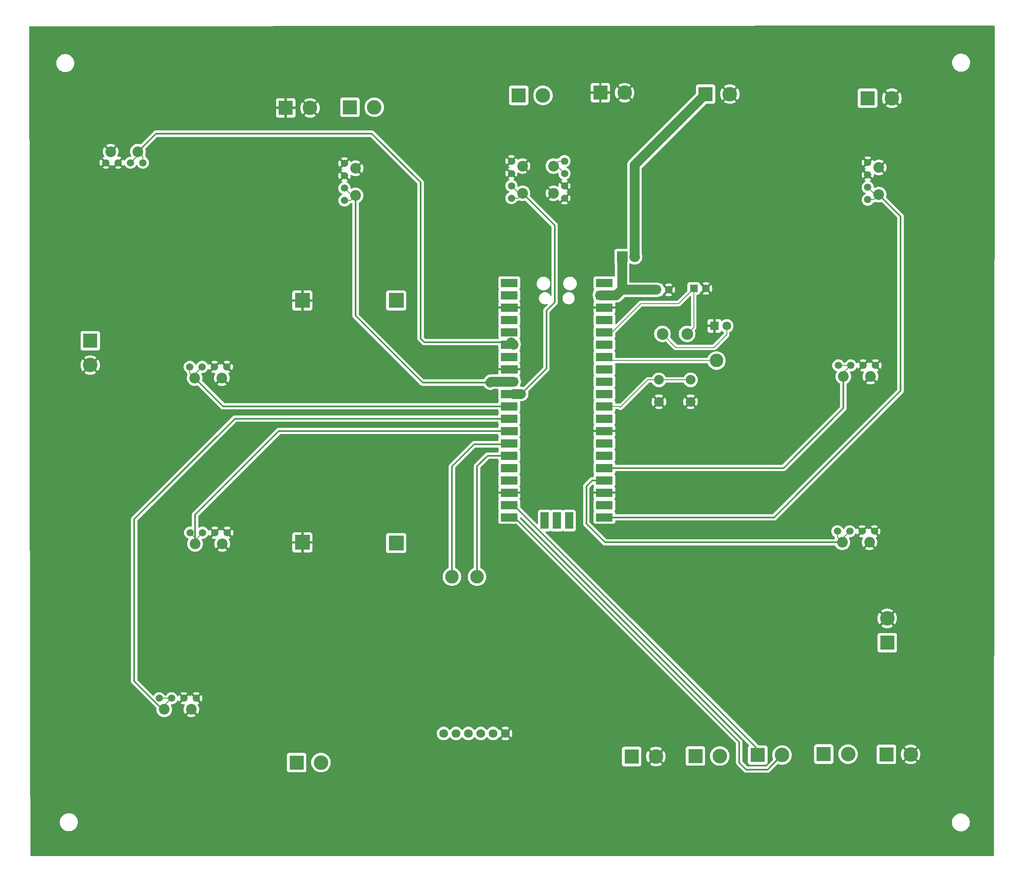
<source format=gbr>
%TF.GenerationSoftware,KiCad,Pcbnew,7.0.11+dfsg-1build4*%
%TF.CreationDate,2025-03-03T16:27:59+05:30*%
%TF.ProjectId,incubator,696e6375-6261-4746-9f72-2e6b69636164,rev?*%
%TF.SameCoordinates,Original*%
%TF.FileFunction,Copper,L1,Top*%
%TF.FilePolarity,Positive*%
%FSLAX46Y46*%
G04 Gerber Fmt 4.6, Leading zero omitted, Abs format (unit mm)*
G04 Created by KiCad (PCBNEW 7.0.11+dfsg-1build4) date 2025-03-03 16:27:59*
%MOMM*%
%LPD*%
G01*
G04 APERTURE LIST*
%TA.AperFunction,ComponentPad*%
%ADD10C,2.800000*%
%TD*%
%TA.AperFunction,ComponentPad*%
%ADD11C,2.000000*%
%TD*%
%TA.AperFunction,ComponentPad*%
%ADD12R,3.000000X3.000000*%
%TD*%
%TA.AperFunction,ComponentPad*%
%ADD13C,3.000000*%
%TD*%
%TA.AperFunction,SMDPad,CuDef*%
%ADD14R,1.700000X3.500000*%
%TD*%
%TA.AperFunction,ComponentPad*%
%ADD15O,1.700000X1.700000*%
%TD*%
%TA.AperFunction,ComponentPad*%
%ADD16R,1.700000X1.700000*%
%TD*%
%TA.AperFunction,SMDPad,CuDef*%
%ADD17R,3.500000X1.700000*%
%TD*%
%TA.AperFunction,ComponentPad*%
%ADD18O,2.200000X2.200000*%
%TD*%
%TA.AperFunction,ComponentPad*%
%ADD19R,2.200000X2.200000*%
%TD*%
%TA.AperFunction,ComponentPad*%
%ADD20R,1.800000X1.800000*%
%TD*%
%TA.AperFunction,ComponentPad*%
%ADD21C,1.800000*%
%TD*%
%TA.AperFunction,ComponentPad*%
%ADD22C,2.400000*%
%TD*%
%TA.AperFunction,ComponentPad*%
%ADD23O,2.400000X2.400000*%
%TD*%
%TA.AperFunction,ComponentPad*%
%ADD24R,1.600000X1.600000*%
%TD*%
%TA.AperFunction,ComponentPad*%
%ADD25C,1.600000*%
%TD*%
%TA.AperFunction,ComponentPad*%
%ADD26R,3.140000X3.140000*%
%TD*%
%TA.AperFunction,ComponentPad*%
%ADD27C,1.500000*%
%TD*%
%TA.AperFunction,ComponentPad*%
%ADD28C,2.200000*%
%TD*%
%TA.AperFunction,Conductor*%
%ADD29C,0.300000*%
%TD*%
%TA.AperFunction,Conductor*%
%ADD30C,0.130000*%
%TD*%
%TA.AperFunction,Conductor*%
%ADD31C,2.000000*%
%TD*%
G04 APERTURE END LIST*
D10*
%TO.P,TP3,1,1*%
%TO.N,Net-(U3-GPIO28_ADC2)*%
X169501000Y-82873000D03*
%TD*%
%TO.P,TP2,1,1*%
%TO.N,Net-(U3-GPIO11)*%
X120234000Y-127360000D03*
%TD*%
%TO.P,TP1,1,1*%
%TO.N,Net-(U3-GPIO10)*%
X115074000Y-127360000D03*
%TD*%
D11*
%TO.P,SW1,1,1*%
%TO.N,Net-(U3-RUN)*%
X157661000Y-86853000D03*
X164161000Y-86853000D03*
%TO.P,SW1,2,2*%
%TO.N,GND*%
X157661000Y-91353000D03*
X164161000Y-91353000D03*
%TD*%
D12*
%TO.P,J15,1,Pin_1*%
%TO.N,scl*%
X83130000Y-165610000D03*
D13*
%TO.P,J15,2,Pin_2*%
%TO.N,sda*%
X88130000Y-165610000D03*
%TD*%
D12*
%TO.P,J14,1,Pin_1*%
%TO.N,Net-(J14-Pin_1)*%
X177974000Y-164070000D03*
D13*
%TO.P,J14,2,Pin_2*%
%TO.N,Net-(J14-Pin_2)*%
X182974000Y-164070000D03*
%TD*%
D12*
%TO.P,J22,1,Pin_1*%
%TO.N,GND*%
X145594000Y-27750000D03*
D13*
%TO.P,J22,2,Pin_2*%
X150594000Y-27750000D03*
%TD*%
D14*
%TO.P,U3,43,SWDIO*%
%TO.N,unconnected-(U3-SWDIO-Pad43)*%
X139180000Y-115810000D03*
D15*
X139180000Y-114910000D03*
D14*
%TO.P,U3,42,GND*%
%TO.N,unconnected-(U3-GND-Pad42)*%
X136640000Y-115810000D03*
D16*
X136640000Y-114910000D03*
D14*
%TO.P,U3,41,SWCLK*%
%TO.N,unconnected-(U3-SWCLK-Pad41)*%
X134100000Y-115810000D03*
D15*
X134100000Y-114910000D03*
D17*
%TO.P,U3,40,VBUS*%
%TO.N,unconnected-(U3-VBUS-Pad40)*%
X146430000Y-66880000D03*
D15*
X145530000Y-66880000D03*
D17*
%TO.P,U3,39,VSYS*%
%TO.N,3v3*%
X146430000Y-69420000D03*
D15*
X145530000Y-69420000D03*
D17*
%TO.P,U3,38,GND*%
%TO.N,GND*%
X146430000Y-71960000D03*
D16*
X145530000Y-71960000D03*
D17*
%TO.P,U3,37,3V3_EN*%
%TO.N,unconnected-(U3-3V3_EN-Pad37)*%
X146430000Y-74500000D03*
D15*
X145530000Y-74500000D03*
D17*
%TO.P,U3,36,3V3*%
%TO.N,Net-(U3-3V3)*%
X146430000Y-77040000D03*
D15*
X145530000Y-77040000D03*
D17*
%TO.P,U3,35,ADC_VREF*%
%TO.N,unconnected-(U3-ADC_VREF-Pad35)*%
X146430000Y-79580000D03*
D15*
X145530000Y-79580000D03*
D17*
%TO.P,U3,34,GPIO28_ADC2*%
%TO.N,Net-(U3-GPIO28_ADC2)*%
X146430000Y-82120000D03*
D15*
X145530000Y-82120000D03*
D17*
%TO.P,U3,33,AGND*%
%TO.N,unconnected-(U3-AGND-Pad33)*%
X146430000Y-84660000D03*
D16*
X145530000Y-84660000D03*
D17*
%TO.P,U3,32,GPIO27_ADC1*%
%TO.N,Net-(J17-Pin_1)*%
X146430000Y-87200000D03*
D15*
X145530000Y-87200000D03*
D17*
%TO.P,U3,31,GPIO26_ADC0*%
%TO.N,Net-(U10-output)*%
X146430000Y-89740000D03*
D15*
X145530000Y-89740000D03*
D17*
%TO.P,U3,30,RUN*%
%TO.N,Net-(U3-RUN)*%
X146430000Y-92280000D03*
D15*
X145530000Y-92280000D03*
D17*
%TO.P,U3,29,GPIO22*%
%TO.N,unconnected-(U3-GPIO22-Pad29)*%
X146430000Y-94820000D03*
D15*
X145530000Y-94820000D03*
D17*
%TO.P,U3,28,GND*%
%TO.N,GND*%
X146430000Y-97360000D03*
D16*
X145530000Y-97360000D03*
D17*
%TO.P,U3,27,GPIO21*%
%TO.N,unconnected-(U3-GPIO21-Pad27)*%
X146430000Y-99900000D03*
D15*
X145530000Y-99900000D03*
D17*
%TO.P,U3,26,GPIO20*%
%TO.N,unconnected-(U3-GPIO20-Pad26)*%
X146430000Y-102440000D03*
D15*
X145530000Y-102440000D03*
D17*
%TO.P,U3,25,GPIO19*%
%TO.N,5v_mosfet*%
X146430000Y-104980000D03*
D15*
X145530000Y-104980000D03*
D17*
%TO.P,U3,24,GPIO18*%
%TO.N,12v_mosfet*%
X146430000Y-107520000D03*
D15*
X145530000Y-107520000D03*
D17*
%TO.P,U3,23,GND*%
%TO.N,GND*%
X146430000Y-110060000D03*
D16*
X145530000Y-110060000D03*
D17*
%TO.P,U3,22,GPIO17*%
%TO.N,unconnected-(U3-GPIO17-Pad22)*%
X146430000Y-112600000D03*
D15*
X145530000Y-112600000D03*
D17*
%TO.P,U3,21,GPIO16*%
%TO.N,Net-(U3-GPIO16)*%
X146430000Y-115140000D03*
D15*
X145530000Y-115140000D03*
D17*
%TO.P,U3,20,GPIO15*%
%TO.N,Net-(J14-Pin_2)*%
X126850000Y-115140000D03*
D15*
X127750000Y-115140000D03*
D17*
%TO.P,U3,19,GPIO14*%
%TO.N,Net-(J14-Pin_1)*%
X126850000Y-112600000D03*
D15*
X127750000Y-112600000D03*
D17*
%TO.P,U3,18,GND*%
%TO.N,GND*%
X126850000Y-110060000D03*
D16*
X127750000Y-110060000D03*
D17*
%TO.P,U3,17,GPIO13*%
%TO.N,unconnected-(U3-GPIO13-Pad17)*%
X126850000Y-107520000D03*
D15*
X127750000Y-107520000D03*
D17*
%TO.P,U3,16,GPIO12*%
%TO.N,unconnected-(U3-GPIO12-Pad16)*%
X126850000Y-104980000D03*
D15*
X127750000Y-104980000D03*
D17*
%TO.P,U3,15,GPIO11*%
%TO.N,Net-(U3-GPIO11)*%
X126850000Y-102440000D03*
D15*
X127750000Y-102440000D03*
D17*
%TO.P,U3,14,GPIO10*%
%TO.N,Net-(U3-GPIO10)*%
X126850000Y-99900000D03*
D15*
X127750000Y-99900000D03*
D17*
%TO.P,U3,13,GND*%
%TO.N,Net-(U11-signal)*%
X126850000Y-97360000D03*
D16*
X127750000Y-97360000D03*
D17*
%TO.P,U3,12,GPIO9*%
%TO.N,Net-(U12-signal)*%
X126850000Y-94820000D03*
D15*
X127750000Y-94820000D03*
D17*
%TO.P,U3,11,GPIO8*%
%TO.N,Net-(U3-GPIO8)*%
X126850000Y-92280000D03*
D15*
X127750000Y-92280000D03*
D17*
%TO.P,U3,10,GPIO7*%
%TO.N,Net-(U3-GPIO7)*%
X126850000Y-89740000D03*
D15*
X127750000Y-89740000D03*
D17*
%TO.P,U3,9,GPIO6*%
%TO.N,Net-(U3-GPIO6)*%
X126850000Y-87200000D03*
D15*
X127750000Y-87200000D03*
D17*
%TO.P,U3,8,GND*%
%TO.N,GND*%
X126850000Y-84660000D03*
D16*
X127750000Y-84660000D03*
D17*
%TO.P,U3,7,GPIO5*%
%TO.N,Net-(U3-GPIO5)*%
X126850000Y-82120000D03*
D15*
X127750000Y-82120000D03*
D17*
%TO.P,U3,6,GPIO4*%
%TO.N,Net-(U3-GPIO4)*%
X126850000Y-79580000D03*
D15*
X127750000Y-79580000D03*
D17*
%TO.P,U3,5,GPIO3*%
%TO.N,scl*%
X126850000Y-77040000D03*
D15*
X127750000Y-77040000D03*
D17*
%TO.P,U3,4,GPIO2*%
%TO.N,sda*%
X126850000Y-74500000D03*
D15*
X127750000Y-74500000D03*
D17*
%TO.P,U3,3,GND*%
%TO.N,GND*%
X126850000Y-71960000D03*
D16*
X127750000Y-71960000D03*
D17*
%TO.P,U3,2,GPIO1*%
%TO.N,unconnected-(U3-GPIO1-Pad2)*%
X126850000Y-69420000D03*
D15*
X127750000Y-69420000D03*
D17*
%TO.P,U3,1,GPIO0*%
%TO.N,unconnected-(U3-GPIO0-Pad1)*%
X126850000Y-66880000D03*
D15*
X127750000Y-66880000D03*
%TD*%
D18*
%TO.P,D2,2,A*%
%TO.N,5v*%
X152631000Y-61523000D03*
D19*
%TO.P,D2,1,K*%
%TO.N,3v3*%
X150091000Y-61523000D03*
%TD*%
D20*
%TO.P,D1,1,K*%
%TO.N,GND*%
X169061000Y-75753000D03*
D21*
%TO.P,D1,2,A*%
%TO.N,Net-(D1-A)*%
X171601000Y-75753000D03*
%TD*%
D22*
%TO.P,R1,1*%
%TO.N,Net-(D1-A)*%
X158381000Y-77393000D03*
D23*
%TO.P,R1,2*%
%TO.N,Net-(U3-3V3)*%
X163461000Y-77393000D03*
%TD*%
D21*
%TO.P,U10,1,gnd*%
%TO.N,GND*%
X126074000Y-159606000D03*
%TO.P,U10,2,3v3*%
%TO.N,3v3*%
X123534000Y-159606000D03*
%TO.P,U10,3,output*%
%TO.N,Net-(U10-output)*%
X120994000Y-159606000D03*
%TO.P,U10,4,lo+*%
%TO.N,unconnected-(U10-lo+-Pad4)*%
X118454000Y-159606000D03*
%TO.P,U10,5,lo-*%
%TO.N,unconnected-(U10-lo--Pad5)*%
X115914000Y-159606000D03*
%TO.P,U10,6,sdn*%
%TO.N,unconnected-(U10-sdn-Pad6)*%
X113374000Y-159606000D03*
%TD*%
D24*
%TO.P,C3,1*%
%TO.N,3v3*%
X157181000Y-68303000D03*
D25*
%TO.P,C3,2*%
%TO.N,GND*%
X159681000Y-68303000D03*
%TD*%
D12*
%TO.P,J17,1,Pin_1*%
%TO.N,Net-(J17-Pin_1)*%
X165174000Y-164270000D03*
D13*
%TO.P,J17,2,Pin_2*%
X170174000Y-164270000D03*
%TD*%
D26*
%TO.P,U2,1,in+*%
%TO.N,12v*%
X103607000Y-70516000D03*
%TO.P,U2,2,in-*%
%TO.N,GND*%
X84303000Y-70516000D03*
%TO.P,U2,3,out+*%
%TO.N,3v3*%
X103607000Y-120427000D03*
%TO.P,U2,4,out-*%
%TO.N,GND*%
X84303000Y-120300000D03*
%TD*%
D12*
%TO.P,J20,1,Pin_1*%
%TO.N,5v*%
X40674000Y-78800000D03*
D13*
%TO.P,J20,2,Pin_2*%
%TO.N,GND*%
X40674000Y-83800000D03*
%TD*%
D27*
%TO.P,U13,1,signal*%
%TO.N,12v_mosfet*%
X194364000Y-118010000D03*
D28*
X195380000Y-120296000D03*
D27*
X196904000Y-118010000D03*
%TO.P,U13,2,gnd*%
%TO.N,GND*%
X199444000Y-118010000D03*
D28*
X200968000Y-120296000D03*
D27*
X201984000Y-118010000D03*
%TD*%
%TO.P,U7,1,signal*%
%TO.N,Net-(U3-GPIO6)*%
X92968000Y-49914000D03*
D28*
X95254000Y-48898000D03*
D27*
X92968000Y-47374000D03*
%TO.P,U7,2,gnd*%
%TO.N,GND*%
X92968000Y-44834000D03*
D28*
X95254000Y-43310000D03*
D27*
X92968000Y-42294000D03*
%TD*%
%TO.P,U5,1,signal*%
%TO.N,Net-(U3-GPIO5)*%
X138229000Y-41833500D03*
D28*
X135943000Y-42849500D03*
D27*
X138229000Y-44373500D03*
%TO.P,U5,2,gnd*%
%TO.N,GND*%
X138229000Y-46913500D03*
D28*
X135943000Y-48437500D03*
D27*
X138229000Y-49453500D03*
%TD*%
D12*
%TO.P,J2,1,Pin_1*%
%TO.N,5v*%
X200574000Y-28890000D03*
D13*
%TO.P,J2,2,Pin_2*%
%TO.N,GND*%
X205574000Y-28890000D03*
%TD*%
D27*
%TO.P,U6,1,signal*%
%TO.N,Net-(U3-GPIO16)*%
X200618000Y-49744000D03*
D28*
X202904000Y-48728000D03*
D27*
X200618000Y-47204000D03*
%TO.P,U6,2,gnd*%
%TO.N,GND*%
X200618000Y-44664000D03*
D28*
X202904000Y-43140000D03*
D27*
X200618000Y-42124000D03*
%TD*%
D12*
%TO.P,J13,1,Pin_1*%
%TO.N,scl*%
X191564000Y-163870000D03*
D13*
%TO.P,J13,2,Pin_2*%
%TO.N,sda*%
X196564000Y-163870000D03*
%TD*%
D27*
%TO.P,U8,1,signal*%
%TO.N,Net-(U3-GPIO7)*%
X127304000Y-49440000D03*
D28*
X129590000Y-48424000D03*
D27*
X127304000Y-46900000D03*
%TO.P,U8,2,gnd*%
%TO.N,GND*%
X127304000Y-44360000D03*
D28*
X129590000Y-42836000D03*
D27*
X127304000Y-41820000D03*
%TD*%
%TO.P,U12,2,gnd*%
%TO.N,GND*%
X62480000Y-152380000D03*
D28*
X61464000Y-154666000D03*
D27*
X59940000Y-152380000D03*
%TO.P,U12,1,signal*%
%TO.N,Net-(U12-signal)*%
X57400000Y-152380000D03*
D28*
X55876000Y-154666000D03*
D27*
X54860000Y-152380000D03*
%TD*%
%TO.P,U9,1,signal*%
%TO.N,Net-(U3-GPIO8)*%
X61144000Y-84180000D03*
D28*
X62160000Y-86466000D03*
D27*
X63684000Y-84180000D03*
%TO.P,U9,2,gnd*%
%TO.N,GND*%
X66224000Y-84180000D03*
D28*
X67748000Y-86466000D03*
D27*
X68764000Y-84180000D03*
%TD*%
D12*
%TO.P,J12,1,Pin_1*%
%TO.N,3v3*%
X152044000Y-164370000D03*
D13*
%TO.P,J12,2,Pin_2*%
%TO.N,GND*%
X157044000Y-164370000D03*
%TD*%
D12*
%TO.P,J16,1,Pin_1*%
%TO.N,3v3*%
X204444000Y-163930000D03*
D13*
%TO.P,J16,2,Pin_2*%
%TO.N,GND*%
X209444000Y-163930000D03*
%TD*%
D12*
%TO.P,J21,1,Pin_1*%
%TO.N,5v*%
X128804000Y-28300000D03*
D13*
%TO.P,J21,2,Pin_2*%
X133804000Y-28300000D03*
%TD*%
D12*
%TO.P,J6,1,Pin_1*%
%TO.N,5v*%
X204614000Y-140930000D03*
D13*
%TO.P,J6,2,Pin_2*%
%TO.N,GND*%
X204614000Y-135930000D03*
%TD*%
D12*
%TO.P,J1,1,Pin_1*%
%TO.N,12v*%
X94094000Y-30740000D03*
D13*
%TO.P,J1,2,Pin_2*%
X99094000Y-30740000D03*
%TD*%
D27*
%TO.P,U11,1,signal*%
%TO.N,Net-(U11-signal)*%
X61222000Y-118304000D03*
D28*
X62238000Y-120590000D03*
D27*
X63762000Y-118304000D03*
%TO.P,U11,2,gnd*%
%TO.N,GND*%
X66302000Y-118304000D03*
D28*
X67826000Y-120590000D03*
D27*
X68842000Y-118304000D03*
%TD*%
D12*
%TO.P,J5,1,Pin_1*%
%TO.N,5v*%
X167254000Y-28030000D03*
D13*
%TO.P,J5,2,Pin_2*%
%TO.N,GND*%
X172254000Y-28030000D03*
%TD*%
D27*
%TO.P,U4,1,signal*%
%TO.N,Net-(U3-GPIO4)*%
X51490000Y-42156000D03*
D28*
X50474000Y-39870000D03*
D27*
X48950000Y-42156000D03*
%TO.P,U4,2,gnd*%
%TO.N,GND*%
X46410000Y-42156000D03*
D28*
X44886000Y-39870000D03*
D27*
X43870000Y-42156000D03*
%TD*%
D24*
%TO.P,C1,1*%
%TO.N,Net-(U3-3V3)*%
X164825888Y-68023000D03*
D25*
%TO.P,C1,2*%
%TO.N,GND*%
X167325888Y-68023000D03*
%TD*%
D27*
%TO.P,U1,1,signal*%
%TO.N,5v_mosfet*%
X194578000Y-83874000D03*
D28*
X195594000Y-86160000D03*
D27*
X197118000Y-83874000D03*
%TO.P,U1,2,gnd*%
%TO.N,GND*%
X199658000Y-83874000D03*
D28*
X201182000Y-86160000D03*
D27*
X202198000Y-83874000D03*
%TD*%
D12*
%TO.P,J3,1,Pin_1*%
%TO.N,GND*%
X80894000Y-30880000D03*
D13*
%TO.P,J3,2,Pin_2*%
X85894000Y-30880000D03*
%TD*%
D29*
%TO.N,Net-(U3-GPIO4)*%
X50474000Y-39870000D02*
X54174000Y-36170000D01*
X54174000Y-36170000D02*
X98600000Y-36170000D01*
X109390000Y-79090000D02*
X127260000Y-79090000D01*
X98600000Y-36170000D02*
X108634000Y-46204000D01*
X108634000Y-46204000D02*
X108634000Y-78334000D01*
X108634000Y-78334000D02*
X109390000Y-79090000D01*
D30*
%TO.N,Net-(U12-signal)*%
X57400000Y-152380000D02*
X55876000Y-153904000D01*
X55876000Y-153904000D02*
X55876000Y-154666000D01*
X54860000Y-152380000D02*
X57400000Y-152380000D01*
%TO.N,Net-(U11-signal)*%
X63762000Y-118304000D02*
X62238000Y-119828000D01*
X62238000Y-119828000D02*
X62238000Y-120590000D01*
X61222000Y-118304000D02*
X62238000Y-119320000D01*
X62238000Y-119320000D02*
X62238000Y-120590000D01*
%TO.N,Net-(U3-GPIO4)*%
X51490000Y-42156000D02*
X51490000Y-40886000D01*
X51490000Y-40886000D02*
X50474000Y-39870000D01*
X48950000Y-42156000D02*
X50474000Y-40632000D01*
X50474000Y-40632000D02*
X50474000Y-39870000D01*
%TO.N,Net-(U3-GPIO8)*%
X63684000Y-84180000D02*
X62160000Y-85704000D01*
X62160000Y-85704000D02*
X62160000Y-86466000D01*
X61144000Y-84180000D02*
X61144000Y-85450000D01*
X61144000Y-85450000D02*
X62160000Y-86466000D01*
%TO.N,Net-(U3-GPIO6)*%
X92968000Y-49914000D02*
X94238000Y-49914000D01*
X94238000Y-49914000D02*
X95254000Y-48898000D01*
X92968000Y-47374000D02*
X94492000Y-48898000D01*
X94492000Y-48898000D02*
X95254000Y-48898000D01*
%TO.N,Net-(U3-GPIO7)*%
X127304000Y-49440000D02*
X128574000Y-49440000D01*
X128574000Y-49440000D02*
X129590000Y-48424000D01*
X127304000Y-46900000D02*
X128828000Y-48424000D01*
X128828000Y-48424000D02*
X129590000Y-48424000D01*
%TO.N,Net-(U3-GPIO5)*%
X138229000Y-44373500D02*
X136705000Y-42849500D01*
X136705000Y-42849500D02*
X135943000Y-42849500D01*
X138229000Y-41833500D02*
X136959000Y-41833500D01*
X136959000Y-41833500D02*
X135943000Y-42849500D01*
%TO.N,Net-(U3-GPIO16)*%
X200618000Y-47204000D02*
X202142000Y-48728000D01*
X202142000Y-48728000D02*
X202904000Y-48728000D01*
X200618000Y-49744000D02*
X201888000Y-49744000D01*
X201888000Y-49744000D02*
X202904000Y-48728000D01*
%TO.N,5v_mosfet*%
X197118000Y-83874000D02*
X195594000Y-85398000D01*
X195594000Y-85398000D02*
X195594000Y-86160000D01*
X194578000Y-83874000D02*
X197118000Y-83874000D01*
%TO.N,12v_mosfet*%
X196904000Y-118010000D02*
X195380000Y-119534000D01*
X195380000Y-119534000D02*
X195380000Y-120296000D01*
X194364000Y-118010000D02*
X194364000Y-119280000D01*
X194364000Y-119280000D02*
X195380000Y-120296000D01*
D31*
%TO.N,5v*%
X152631000Y-61523000D02*
X152631000Y-42653000D01*
X152631000Y-42653000D02*
X167254000Y-28030000D01*
%TO.N,Net-(U3-GPIO4)*%
X127260000Y-79090000D02*
X127750000Y-79580000D01*
%TO.N,Net-(U3-GPIO7)*%
X127750000Y-89740000D02*
X129314000Y-89740000D01*
D29*
X129314000Y-89740000D02*
X134510000Y-84544000D01*
X134510000Y-84544000D02*
X134510000Y-72573427D01*
X134510000Y-72573427D02*
X136215000Y-70868427D01*
X136215000Y-70868427D02*
X136215000Y-55049000D01*
X136215000Y-55049000D02*
X129590000Y-48424000D01*
%TO.N,12v_mosfet*%
X195380000Y-120296000D02*
X146586000Y-120296000D01*
X146586000Y-120296000D02*
X142720000Y-116430000D01*
X142720000Y-116430000D02*
X142720000Y-108734000D01*
X142720000Y-108734000D02*
X143934000Y-107520000D01*
X143934000Y-107520000D02*
X145530000Y-107520000D01*
%TO.N,Net-(U11-signal)*%
X62238000Y-120590000D02*
X62238000Y-114572000D01*
X62238000Y-114572000D02*
X79450000Y-97360000D01*
X79450000Y-97360000D02*
X127750000Y-97360000D01*
%TO.N,Net-(U12-signal)*%
X55570000Y-154726000D02*
X49710000Y-148866000D01*
X49710000Y-148866000D02*
X49710000Y-115540000D01*
X49710000Y-115540000D02*
X70430000Y-94820000D01*
X70430000Y-94820000D02*
X127750000Y-94820000D01*
%TO.N,Net-(U3-GPIO16)*%
X202904000Y-48728000D02*
X207360000Y-53184000D01*
X207360000Y-53184000D02*
X207360000Y-89130000D01*
X207360000Y-89130000D02*
X181350000Y-115140000D01*
X181350000Y-115140000D02*
X145680000Y-115140000D01*
%TO.N,Net-(J14-Pin_2)*%
X182974000Y-164070000D02*
X179984000Y-167060000D01*
X179984000Y-167060000D02*
X175615000Y-167060000D01*
X175615000Y-167060000D02*
X174170000Y-165615000D01*
X174170000Y-165615000D02*
X174170000Y-161370000D01*
X174170000Y-161370000D02*
X127940000Y-115140000D01*
X127940000Y-115140000D02*
X127750000Y-115140000D01*
%TO.N,Net-(J14-Pin_1)*%
X127750000Y-112600000D02*
X177540000Y-162390000D01*
X177540000Y-162390000D02*
X177540000Y-163636000D01*
X177540000Y-163636000D02*
X177974000Y-164070000D01*
D30*
%TO.N,Net-(U3-3V3)*%
X161708888Y-71140000D02*
X153944000Y-71140000D01*
X163461000Y-77393000D02*
X164825888Y-76028112D01*
X153944000Y-71140000D02*
X148044000Y-77040000D01*
X164825888Y-68023000D02*
X161708888Y-71140000D01*
X148044000Y-77040000D02*
X145530000Y-77040000D01*
X164825888Y-76028112D02*
X164825888Y-68023000D01*
%TO.N,Net-(D1-A)*%
X158381000Y-77393000D02*
X161158000Y-80170000D01*
X168974000Y-80170000D02*
X171601000Y-77543000D01*
X171601000Y-77543000D02*
X171601000Y-75753000D01*
X161158000Y-80170000D02*
X168974000Y-80170000D01*
%TO.N,Net-(U3-RUN)*%
X155361000Y-86853000D02*
X149734000Y-92480000D01*
X157661000Y-86853000D02*
X155361000Y-86853000D01*
X149534000Y-92280000D02*
X145530000Y-92280000D01*
X149734000Y-92480000D02*
X149534000Y-92280000D01*
X157661000Y-86853000D02*
X164161000Y-86853000D01*
D31*
%TO.N,Net-(U3-GPIO6)*%
X123134000Y-87200000D02*
X127750000Y-87200000D01*
D29*
X95254000Y-73630000D02*
X109024000Y-87400000D01*
X95254000Y-48898000D02*
X95254000Y-73630000D01*
D31*
X122934000Y-87400000D02*
X123134000Y-87200000D01*
D29*
X109024000Y-87400000D02*
X122934000Y-87400000D01*
%TO.N,Net-(U3-GPIO8)*%
X67974000Y-92280000D02*
X127750000Y-92280000D01*
X62160000Y-86466000D02*
X67974000Y-92280000D01*
%TO.N,Net-(U3-GPIO10)*%
X119624000Y-100100000D02*
X127550000Y-100100000D01*
X127550000Y-100100000D02*
X127750000Y-99900000D01*
X115074000Y-127360000D02*
X115074000Y-104650000D01*
X115074000Y-104650000D02*
X119624000Y-100100000D01*
%TO.N,Net-(U3-GPIO11)*%
X120234000Y-104610000D02*
X122404000Y-102440000D01*
X120234000Y-127360000D02*
X120234000Y-104610000D01*
X122404000Y-102440000D02*
X127750000Y-102440000D01*
D30*
%TO.N,Net-(U3-GPIO28_ADC2)*%
X146283000Y-82873000D02*
X169501000Y-82873000D01*
X145530000Y-82120000D02*
X146283000Y-82873000D01*
D31*
X169501000Y-82873000D02*
X169238000Y-82610000D01*
D29*
%TO.N,5v_mosfet*%
X195594000Y-86160000D02*
X195594000Y-92680000D01*
X183294000Y-104980000D02*
X145530000Y-104980000D01*
X195594000Y-92680000D02*
X183294000Y-104980000D01*
D31*
%TO.N,3v3*%
X149677000Y-68633000D02*
X148890000Y-69420000D01*
X150007000Y-68303000D02*
X149677000Y-68633000D01*
X148890000Y-69420000D02*
X145530000Y-69420000D01*
X157181000Y-68303000D02*
X150007000Y-68303000D01*
X150091000Y-61523000D02*
X150091000Y-68219000D01*
X150091000Y-68219000D02*
X149677000Y-68633000D01*
%TD*%
%TA.AperFunction,Conductor*%
%TO.N,GND*%
G36*
X226657852Y-13970488D02*
G01*
X226703636Y-14023266D01*
X226714865Y-14073770D01*
X226779555Y-21568399D01*
X226779560Y-21569636D01*
X226560337Y-184745576D01*
X226540562Y-184812589D01*
X226487697Y-184858272D01*
X226436319Y-184869409D01*
X36362107Y-184841808D01*
X36360297Y-184841745D01*
X36321595Y-184841802D01*
X36321398Y-184841802D01*
X36282938Y-184841797D01*
X36281103Y-184841863D01*
X28474578Y-184853583D01*
X28407509Y-184833999D01*
X28361675Y-184781264D01*
X28350392Y-184729754D01*
X28341283Y-177947763D01*
X34405787Y-177947763D01*
X34435413Y-178217013D01*
X34435415Y-178217024D01*
X34480458Y-178389314D01*
X34503928Y-178479088D01*
X34609870Y-178728390D01*
X34750979Y-178959605D01*
X34750986Y-178959615D01*
X34924253Y-179167819D01*
X34924259Y-179167824D01*
X34968902Y-179207824D01*
X35125998Y-179348582D01*
X35351910Y-179498044D01*
X35597176Y-179613020D01*
X35597183Y-179613022D01*
X35597185Y-179613023D01*
X35856557Y-179691057D01*
X35856564Y-179691058D01*
X35856569Y-179691060D01*
X36124561Y-179730500D01*
X36124566Y-179730500D01*
X36327629Y-179730500D01*
X36327631Y-179730500D01*
X36327636Y-179730499D01*
X36327648Y-179730499D01*
X36365191Y-179727750D01*
X36530156Y-179715677D01*
X36642758Y-179690593D01*
X36794546Y-179656782D01*
X36794548Y-179656781D01*
X36794553Y-179656780D01*
X37047558Y-179560014D01*
X37283777Y-179427441D01*
X37498177Y-179261888D01*
X37686186Y-179066881D01*
X37843799Y-178846579D01*
X37947091Y-178645675D01*
X37967649Y-178605690D01*
X37967651Y-178605684D01*
X37967656Y-178605675D01*
X38055118Y-178349305D01*
X38104319Y-178082933D01*
X38107797Y-177987763D01*
X217915787Y-177987763D01*
X217945413Y-178257013D01*
X217945415Y-178257024D01*
X218013926Y-178519082D01*
X218013928Y-178519088D01*
X218119870Y-178768390D01*
X218167589Y-178846580D01*
X218260979Y-178999605D01*
X218260986Y-178999615D01*
X218434253Y-179207819D01*
X218434259Y-179207824D01*
X218539240Y-179301887D01*
X218635998Y-179388582D01*
X218861910Y-179538044D01*
X219107176Y-179653020D01*
X219107183Y-179653022D01*
X219107185Y-179653023D01*
X219366557Y-179731057D01*
X219366564Y-179731058D01*
X219366569Y-179731060D01*
X219634561Y-179770500D01*
X219634566Y-179770500D01*
X219837629Y-179770500D01*
X219837631Y-179770500D01*
X219837636Y-179770499D01*
X219837648Y-179770499D01*
X219875191Y-179767750D01*
X220040156Y-179755677D01*
X220153184Y-179730499D01*
X220304546Y-179696782D01*
X220304548Y-179696781D01*
X220304553Y-179696780D01*
X220557558Y-179600014D01*
X220793777Y-179467441D01*
X221008177Y-179301888D01*
X221196186Y-179106881D01*
X221353799Y-178886579D01*
X221435130Y-178728389D01*
X221477649Y-178645690D01*
X221477651Y-178645684D01*
X221477656Y-178645675D01*
X221565118Y-178389305D01*
X221614319Y-178122933D01*
X221624212Y-177852235D01*
X221594586Y-177582982D01*
X221526072Y-177320912D01*
X221420130Y-177071610D01*
X221279018Y-176840390D01*
X221189747Y-176733119D01*
X221105746Y-176632180D01*
X221105740Y-176632175D01*
X220904002Y-176451418D01*
X220678092Y-176301957D01*
X220592762Y-176261956D01*
X220432824Y-176186980D01*
X220432819Y-176186978D01*
X220432814Y-176186976D01*
X220173442Y-176108942D01*
X220173428Y-176108939D01*
X220057791Y-176091921D01*
X219905439Y-176069500D01*
X219702369Y-176069500D01*
X219702351Y-176069500D01*
X219499844Y-176084323D01*
X219499831Y-176084325D01*
X219235453Y-176143217D01*
X219235446Y-176143220D01*
X218982439Y-176239987D01*
X218746226Y-176372557D01*
X218531822Y-176538112D01*
X218343822Y-176733109D01*
X218343816Y-176733116D01*
X218186202Y-176953419D01*
X218186199Y-176953424D01*
X218062350Y-177194309D01*
X218062343Y-177194327D01*
X217974884Y-177450685D01*
X217974881Y-177450699D01*
X217925681Y-177717068D01*
X217925680Y-177717075D01*
X217915787Y-177987763D01*
X38107797Y-177987763D01*
X38114212Y-177812235D01*
X38084586Y-177542982D01*
X38016072Y-177280912D01*
X37910130Y-177031610D01*
X37769018Y-176800390D01*
X37713035Y-176733119D01*
X37595746Y-176592180D01*
X37595740Y-176592175D01*
X37394002Y-176411418D01*
X37168092Y-176261957D01*
X37168090Y-176261956D01*
X36922824Y-176146980D01*
X36922819Y-176146978D01*
X36922814Y-176146976D01*
X36663442Y-176068942D01*
X36663428Y-176068939D01*
X36547791Y-176051921D01*
X36395439Y-176029500D01*
X36192369Y-176029500D01*
X36192351Y-176029500D01*
X35989844Y-176044323D01*
X35989831Y-176044325D01*
X35725453Y-176103217D01*
X35725446Y-176103220D01*
X35472439Y-176199987D01*
X35236226Y-176332557D01*
X35236224Y-176332558D01*
X35236223Y-176332559D01*
X35184421Y-176372559D01*
X35021822Y-176498112D01*
X34833822Y-176693109D01*
X34833816Y-176693116D01*
X34676202Y-176913419D01*
X34676199Y-176913424D01*
X34552350Y-177154309D01*
X34552343Y-177154327D01*
X34464884Y-177410685D01*
X34464881Y-177410699D01*
X34457493Y-177450699D01*
X34433059Y-177582986D01*
X34415681Y-177677068D01*
X34415680Y-177677075D01*
X34405787Y-177947763D01*
X28341283Y-177947763D01*
X28326791Y-167157870D01*
X81129500Y-167157870D01*
X81129501Y-167157876D01*
X81135908Y-167217483D01*
X81186202Y-167352328D01*
X81186206Y-167352335D01*
X81272452Y-167467544D01*
X81272455Y-167467547D01*
X81387664Y-167553793D01*
X81387671Y-167553797D01*
X81522517Y-167604091D01*
X81522516Y-167604091D01*
X81524442Y-167604298D01*
X81582127Y-167610500D01*
X84677872Y-167610499D01*
X84737483Y-167604091D01*
X84872331Y-167553796D01*
X84987546Y-167467546D01*
X85073796Y-167352331D01*
X85124091Y-167217483D01*
X85130500Y-167157873D01*
X85130500Y-165610001D01*
X86124390Y-165610001D01*
X86144804Y-165895433D01*
X86205628Y-166175037D01*
X86205630Y-166175043D01*
X86205631Y-166175046D01*
X86278532Y-166370500D01*
X86305635Y-166443166D01*
X86442770Y-166694309D01*
X86442775Y-166694317D01*
X86614254Y-166923387D01*
X86614270Y-166923405D01*
X86816594Y-167125729D01*
X86816612Y-167125745D01*
X87045682Y-167297224D01*
X87045690Y-167297229D01*
X87296833Y-167434364D01*
X87296832Y-167434364D01*
X87296836Y-167434365D01*
X87296839Y-167434367D01*
X87564954Y-167534369D01*
X87564960Y-167534370D01*
X87564962Y-167534371D01*
X87844566Y-167595195D01*
X87844568Y-167595195D01*
X87844572Y-167595196D01*
X88098220Y-167613337D01*
X88129999Y-167615610D01*
X88130000Y-167615610D01*
X88130001Y-167615610D01*
X88158595Y-167613564D01*
X88415428Y-167595196D01*
X88437255Y-167590448D01*
X88695037Y-167534371D01*
X88695037Y-167534370D01*
X88695046Y-167534369D01*
X88963161Y-167434367D01*
X89214315Y-167297226D01*
X89443395Y-167125739D01*
X89645739Y-166923395D01*
X89817226Y-166694315D01*
X89954367Y-166443161D01*
X90054369Y-166175046D01*
X90088781Y-166016857D01*
X90110314Y-165917870D01*
X150043500Y-165917870D01*
X150043501Y-165917876D01*
X150049908Y-165977483D01*
X150100202Y-166112328D01*
X150100206Y-166112335D01*
X150186452Y-166227544D01*
X150186455Y-166227547D01*
X150301664Y-166313793D01*
X150301671Y-166313797D01*
X150436517Y-166364091D01*
X150436516Y-166364091D01*
X150443444Y-166364835D01*
X150496127Y-166370500D01*
X153591872Y-166370499D01*
X153651483Y-166364091D01*
X153786331Y-166313796D01*
X153901546Y-166227546D01*
X153987796Y-166112331D01*
X154038091Y-165977483D01*
X154044500Y-165917873D01*
X154044500Y-164370001D01*
X155038891Y-164370001D01*
X155059300Y-164655362D01*
X155120109Y-164934895D01*
X155220091Y-165202958D01*
X155357191Y-165454038D01*
X155357196Y-165454046D01*
X155463882Y-165596561D01*
X155463883Y-165596562D01*
X156403859Y-164656586D01*
X156463680Y-164770566D01*
X156576405Y-164897806D01*
X156716305Y-164994371D01*
X156757542Y-165010010D01*
X155817436Y-165950115D01*
X155959960Y-166056807D01*
X155959961Y-166056808D01*
X156211042Y-166193908D01*
X156211041Y-166193908D01*
X156479104Y-166293890D01*
X156758637Y-166354699D01*
X157043999Y-166375109D01*
X157044001Y-166375109D01*
X157329362Y-166354699D01*
X157608895Y-166293890D01*
X157876958Y-166193908D01*
X158128047Y-166056803D01*
X158270561Y-165950116D01*
X158270562Y-165950115D01*
X158138317Y-165817870D01*
X163173500Y-165817870D01*
X163173501Y-165817876D01*
X163179908Y-165877483D01*
X163230202Y-166012328D01*
X163230206Y-166012335D01*
X163316452Y-166127544D01*
X163316455Y-166127547D01*
X163431664Y-166213793D01*
X163431671Y-166213797D01*
X163566517Y-166264091D01*
X163566516Y-166264091D01*
X163573444Y-166264835D01*
X163626127Y-166270500D01*
X166721872Y-166270499D01*
X166781483Y-166264091D01*
X166916331Y-166213796D01*
X167031546Y-166127546D01*
X167117796Y-166012331D01*
X167168091Y-165877483D01*
X167174500Y-165817873D01*
X167174500Y-164270001D01*
X168168390Y-164270001D01*
X168188804Y-164555433D01*
X168249628Y-164835037D01*
X168249630Y-164835043D01*
X168249631Y-164835046D01*
X168315412Y-165011411D01*
X168349635Y-165103166D01*
X168486770Y-165354309D01*
X168486775Y-165354317D01*
X168658254Y-165583387D01*
X168658270Y-165583405D01*
X168860594Y-165785729D01*
X168860612Y-165785745D01*
X169089682Y-165957224D01*
X169089690Y-165957229D01*
X169340833Y-166094364D01*
X169340832Y-166094364D01*
X169340836Y-166094365D01*
X169340839Y-166094367D01*
X169608954Y-166194369D01*
X169608960Y-166194370D01*
X169608962Y-166194371D01*
X169888566Y-166255195D01*
X169888568Y-166255195D01*
X169888572Y-166255196D01*
X170142220Y-166273337D01*
X170173999Y-166275610D01*
X170174000Y-166275610D01*
X170174001Y-166275610D01*
X170202595Y-166273564D01*
X170459428Y-166255196D01*
X170586534Y-166227546D01*
X170739037Y-166194371D01*
X170739037Y-166194370D01*
X170739046Y-166194369D01*
X171007161Y-166094367D01*
X171258315Y-165957226D01*
X171487395Y-165785739D01*
X171689739Y-165583395D01*
X171861226Y-165354315D01*
X171998367Y-165103161D01*
X172098369Y-164835046D01*
X172159196Y-164555428D01*
X172179610Y-164270000D01*
X172159196Y-163984572D01*
X172147324Y-163929999D01*
X172098371Y-163704962D01*
X172098370Y-163704960D01*
X172098369Y-163704954D01*
X171998367Y-163436839D01*
X171979449Y-163402194D01*
X171861229Y-163185690D01*
X171861224Y-163185682D01*
X171689745Y-162956612D01*
X171689729Y-162956594D01*
X171487405Y-162754270D01*
X171487387Y-162754254D01*
X171258317Y-162582775D01*
X171258309Y-162582770D01*
X171007166Y-162445635D01*
X171007167Y-162445635D01*
X170845402Y-162385300D01*
X170739046Y-162345631D01*
X170739043Y-162345630D01*
X170739037Y-162345628D01*
X170459433Y-162284804D01*
X170174001Y-162264390D01*
X170173999Y-162264390D01*
X169888566Y-162284804D01*
X169608962Y-162345628D01*
X169340833Y-162445635D01*
X169089690Y-162582770D01*
X169089682Y-162582775D01*
X168860612Y-162754254D01*
X168860594Y-162754270D01*
X168658270Y-162956594D01*
X168658254Y-162956612D01*
X168486775Y-163185682D01*
X168486770Y-163185690D01*
X168349635Y-163436833D01*
X168249628Y-163704962D01*
X168188804Y-163984566D01*
X168168390Y-164269998D01*
X168168390Y-164270001D01*
X167174500Y-164270001D01*
X167174499Y-162722128D01*
X167168091Y-162662517D01*
X167155094Y-162627671D01*
X167117797Y-162527671D01*
X167117793Y-162527664D01*
X167031547Y-162412455D01*
X167031544Y-162412452D01*
X166916335Y-162326206D01*
X166916328Y-162326202D01*
X166781482Y-162275908D01*
X166781483Y-162275908D01*
X166721883Y-162269501D01*
X166721881Y-162269500D01*
X166721873Y-162269500D01*
X166721864Y-162269500D01*
X163626129Y-162269500D01*
X163626123Y-162269501D01*
X163566516Y-162275908D01*
X163431671Y-162326202D01*
X163431664Y-162326206D01*
X163316455Y-162412452D01*
X163316452Y-162412455D01*
X163230206Y-162527664D01*
X163230202Y-162527671D01*
X163179908Y-162662517D01*
X163175509Y-162703437D01*
X163173501Y-162722123D01*
X163173500Y-162722135D01*
X163173500Y-165817870D01*
X158138317Y-165817870D01*
X157330458Y-165010010D01*
X157371695Y-164994371D01*
X157511595Y-164897806D01*
X157624320Y-164770566D01*
X157684140Y-164656587D01*
X158624115Y-165596562D01*
X158624116Y-165596561D01*
X158730803Y-165454047D01*
X158867908Y-165202958D01*
X158967890Y-164934895D01*
X159028699Y-164655362D01*
X159049109Y-164370001D01*
X159049109Y-164369998D01*
X159028699Y-164084637D01*
X158967890Y-163805104D01*
X158867908Y-163537041D01*
X158730808Y-163285961D01*
X158730807Y-163285960D01*
X158624115Y-163143436D01*
X157684139Y-164083412D01*
X157624320Y-163969434D01*
X157511595Y-163842194D01*
X157371695Y-163745629D01*
X157330457Y-163729989D01*
X158270562Y-162789883D01*
X158270561Y-162789882D01*
X158128046Y-162683196D01*
X158128038Y-162683191D01*
X157876957Y-162546091D01*
X157876958Y-162546091D01*
X157608895Y-162446109D01*
X157329362Y-162385300D01*
X157044001Y-162364891D01*
X157043999Y-162364891D01*
X156758637Y-162385300D01*
X156479104Y-162446109D01*
X156211041Y-162546091D01*
X155959961Y-162683191D01*
X155959953Y-162683196D01*
X155817437Y-162789882D01*
X155817436Y-162789883D01*
X156757543Y-163729989D01*
X156716305Y-163745629D01*
X156576405Y-163842194D01*
X156463680Y-163969434D01*
X156403859Y-164083412D01*
X155463883Y-163143436D01*
X155463882Y-163143437D01*
X155357196Y-163285953D01*
X155357191Y-163285961D01*
X155220091Y-163537041D01*
X155120109Y-163805104D01*
X155059300Y-164084637D01*
X155038891Y-164369998D01*
X155038891Y-164370001D01*
X154044500Y-164370001D01*
X154044499Y-162822128D01*
X154038091Y-162762517D01*
X154023027Y-162722129D01*
X153987797Y-162627671D01*
X153987793Y-162627664D01*
X153901547Y-162512455D01*
X153901544Y-162512452D01*
X153786335Y-162426206D01*
X153786328Y-162426202D01*
X153651482Y-162375908D01*
X153651483Y-162375908D01*
X153591883Y-162369501D01*
X153591881Y-162369500D01*
X153591873Y-162369500D01*
X153591864Y-162369500D01*
X150496129Y-162369500D01*
X150496123Y-162369501D01*
X150436516Y-162375908D01*
X150301671Y-162426202D01*
X150301664Y-162426206D01*
X150186455Y-162512452D01*
X150186452Y-162512455D01*
X150100206Y-162627664D01*
X150100202Y-162627671D01*
X150049908Y-162762517D01*
X150043501Y-162822116D01*
X150043501Y-162822123D01*
X150043500Y-162822135D01*
X150043500Y-165917870D01*
X90110314Y-165917870D01*
X90115195Y-165895433D01*
X90115195Y-165895432D01*
X90115196Y-165895428D01*
X90134523Y-165625203D01*
X90135610Y-165610001D01*
X90135610Y-165609998D01*
X90130831Y-165543185D01*
X90115196Y-165324572D01*
X90108587Y-165294192D01*
X90054371Y-165044962D01*
X90054370Y-165044960D01*
X90054369Y-165044954D01*
X89954367Y-164776839D01*
X89946787Y-164762958D01*
X89817229Y-164525690D01*
X89817224Y-164525682D01*
X89645745Y-164296612D01*
X89645729Y-164296594D01*
X89443405Y-164094270D01*
X89443387Y-164094254D01*
X89214317Y-163922775D01*
X89214309Y-163922770D01*
X88963166Y-163785635D01*
X88963167Y-163785635D01*
X88746874Y-163704962D01*
X88695046Y-163685631D01*
X88695043Y-163685630D01*
X88695037Y-163685628D01*
X88415433Y-163624804D01*
X88130001Y-163604390D01*
X88129999Y-163604390D01*
X87844566Y-163624804D01*
X87564962Y-163685628D01*
X87296833Y-163785635D01*
X87045690Y-163922770D01*
X87045682Y-163922775D01*
X86816612Y-164094254D01*
X86816594Y-164094270D01*
X86614270Y-164296594D01*
X86614254Y-164296612D01*
X86442775Y-164525682D01*
X86442770Y-164525690D01*
X86305635Y-164776833D01*
X86205628Y-165044962D01*
X86144804Y-165324566D01*
X86124390Y-165609998D01*
X86124390Y-165610001D01*
X85130500Y-165610001D01*
X85130499Y-164062128D01*
X85124091Y-164002517D01*
X85097044Y-163930001D01*
X85073797Y-163867671D01*
X85073793Y-163867664D01*
X84987547Y-163752455D01*
X84987544Y-163752452D01*
X84872335Y-163666206D01*
X84872328Y-163666202D01*
X84737482Y-163615908D01*
X84737483Y-163615908D01*
X84677883Y-163609501D01*
X84677881Y-163609500D01*
X84677873Y-163609500D01*
X84677864Y-163609500D01*
X81582129Y-163609500D01*
X81582123Y-163609501D01*
X81522516Y-163615908D01*
X81387671Y-163666202D01*
X81387664Y-163666206D01*
X81272455Y-163752452D01*
X81272452Y-163752455D01*
X81186206Y-163867664D01*
X81186202Y-163867671D01*
X81135908Y-164002517D01*
X81134567Y-164014995D01*
X81129501Y-164062123D01*
X81129500Y-164062135D01*
X81129500Y-167157870D01*
X28326791Y-167157870D01*
X28316648Y-159606006D01*
X111968700Y-159606006D01*
X111987864Y-159837297D01*
X111987866Y-159837308D01*
X112044842Y-160062300D01*
X112138075Y-160274848D01*
X112265016Y-160469147D01*
X112265019Y-160469151D01*
X112265021Y-160469153D01*
X112422216Y-160639913D01*
X112422219Y-160639915D01*
X112422222Y-160639918D01*
X112605365Y-160782464D01*
X112605371Y-160782468D01*
X112605374Y-160782470D01*
X112772860Y-160873109D01*
X112808652Y-160892479D01*
X112809497Y-160892936D01*
X112923487Y-160932068D01*
X113029015Y-160968297D01*
X113029017Y-160968297D01*
X113029019Y-160968298D01*
X113257951Y-161006500D01*
X113257952Y-161006500D01*
X113490048Y-161006500D01*
X113490049Y-161006500D01*
X113718981Y-160968298D01*
X113719468Y-160968131D01*
X113727439Y-160965394D01*
X113938503Y-160892936D01*
X114142626Y-160782470D01*
X114143170Y-160782047D01*
X114204129Y-160734600D01*
X114325784Y-160639913D01*
X114482979Y-160469153D01*
X114540191Y-160381582D01*
X114593337Y-160336226D01*
X114662568Y-160326802D01*
X114725904Y-160356304D01*
X114747809Y-160381583D01*
X114805016Y-160469147D01*
X114805019Y-160469151D01*
X114805021Y-160469153D01*
X114962216Y-160639913D01*
X114962219Y-160639915D01*
X114962222Y-160639918D01*
X115145365Y-160782464D01*
X115145371Y-160782468D01*
X115145374Y-160782470D01*
X115312860Y-160873109D01*
X115348652Y-160892479D01*
X115349497Y-160892936D01*
X115463487Y-160932068D01*
X115569015Y-160968297D01*
X115569017Y-160968297D01*
X115569019Y-160968298D01*
X115797951Y-161006500D01*
X115797952Y-161006500D01*
X116030048Y-161006500D01*
X116030049Y-161006500D01*
X116258981Y-160968298D01*
X116259468Y-160968131D01*
X116267439Y-160965394D01*
X116478503Y-160892936D01*
X116682626Y-160782470D01*
X116683170Y-160782047D01*
X116744129Y-160734600D01*
X116865784Y-160639913D01*
X117022979Y-160469153D01*
X117080191Y-160381582D01*
X117133337Y-160336226D01*
X117202568Y-160326802D01*
X117265904Y-160356304D01*
X117287809Y-160381583D01*
X117345016Y-160469147D01*
X117345019Y-160469151D01*
X117345021Y-160469153D01*
X117502216Y-160639913D01*
X117502219Y-160639915D01*
X117502222Y-160639918D01*
X117685365Y-160782464D01*
X117685371Y-160782468D01*
X117685374Y-160782470D01*
X117852860Y-160873109D01*
X117888652Y-160892479D01*
X117889497Y-160892936D01*
X118003487Y-160932068D01*
X118109015Y-160968297D01*
X118109017Y-160968297D01*
X118109019Y-160968298D01*
X118337951Y-161006500D01*
X118337952Y-161006500D01*
X118570048Y-161006500D01*
X118570049Y-161006500D01*
X118798981Y-160968298D01*
X118799468Y-160968131D01*
X118807439Y-160965394D01*
X119018503Y-160892936D01*
X119222626Y-160782470D01*
X119223170Y-160782047D01*
X119284129Y-160734600D01*
X119405784Y-160639913D01*
X119562979Y-160469153D01*
X119620191Y-160381582D01*
X119673337Y-160336226D01*
X119742568Y-160326802D01*
X119805904Y-160356304D01*
X119827809Y-160381583D01*
X119885016Y-160469147D01*
X119885019Y-160469151D01*
X119885021Y-160469153D01*
X120042216Y-160639913D01*
X120042219Y-160639915D01*
X120042222Y-160639918D01*
X120225365Y-160782464D01*
X120225371Y-160782468D01*
X120225374Y-160782470D01*
X120392860Y-160873109D01*
X120428652Y-160892479D01*
X120429497Y-160892936D01*
X120543487Y-160932068D01*
X120649015Y-160968297D01*
X120649017Y-160968297D01*
X120649019Y-160968298D01*
X120877951Y-161006500D01*
X120877952Y-161006500D01*
X121110048Y-161006500D01*
X121110049Y-161006500D01*
X121338981Y-160968298D01*
X121339468Y-160968131D01*
X121347439Y-160965394D01*
X121558503Y-160892936D01*
X121762626Y-160782470D01*
X121763170Y-160782047D01*
X121824129Y-160734600D01*
X121945784Y-160639913D01*
X122102979Y-160469153D01*
X122160191Y-160381582D01*
X122213337Y-160336226D01*
X122282568Y-160326802D01*
X122345904Y-160356304D01*
X122367809Y-160381583D01*
X122425016Y-160469147D01*
X122425019Y-160469151D01*
X122425021Y-160469153D01*
X122582216Y-160639913D01*
X122582219Y-160639915D01*
X122582222Y-160639918D01*
X122765365Y-160782464D01*
X122765371Y-160782468D01*
X122765374Y-160782470D01*
X122932860Y-160873109D01*
X122968652Y-160892479D01*
X122969497Y-160892936D01*
X123083487Y-160932068D01*
X123189015Y-160968297D01*
X123189017Y-160968297D01*
X123189019Y-160968298D01*
X123417951Y-161006500D01*
X123417952Y-161006500D01*
X123650048Y-161006500D01*
X123650049Y-161006500D01*
X123878981Y-160968298D01*
X123879468Y-160968131D01*
X123887439Y-160965394D01*
X124098503Y-160892936D01*
X124302626Y-160782470D01*
X124303170Y-160782047D01*
X124364129Y-160734600D01*
X124485784Y-160639913D01*
X124642979Y-160469153D01*
X124700490Y-160381124D01*
X124753635Y-160335769D01*
X124822866Y-160326345D01*
X124886202Y-160355846D01*
X124908107Y-160381125D01*
X124922812Y-160403633D01*
X125590922Y-159735523D01*
X125614507Y-159815844D01*
X125692239Y-159936798D01*
X125800900Y-160030952D01*
X125931685Y-160090680D01*
X125941466Y-160092086D01*
X125275201Y-160758351D01*
X125305649Y-160782050D01*
X125509697Y-160892476D01*
X125509706Y-160892479D01*
X125729139Y-160967811D01*
X125957993Y-161006000D01*
X126190007Y-161006000D01*
X126418860Y-160967811D01*
X126638293Y-160892479D01*
X126638301Y-160892476D01*
X126842355Y-160782047D01*
X126872797Y-160758351D01*
X126872798Y-160758350D01*
X126206534Y-160092086D01*
X126216315Y-160090680D01*
X126347100Y-160030952D01*
X126455761Y-159936798D01*
X126533493Y-159815844D01*
X126557076Y-159735523D01*
X127225186Y-160403633D01*
X127309482Y-160274611D01*
X127402682Y-160062135D01*
X127459638Y-159837218D01*
X127478798Y-159606005D01*
X127478798Y-159605994D01*
X127459638Y-159374781D01*
X127402682Y-159149864D01*
X127309484Y-158937393D01*
X127225186Y-158808365D01*
X126557076Y-159476475D01*
X126533493Y-159396156D01*
X126455761Y-159275202D01*
X126347100Y-159181048D01*
X126216315Y-159121320D01*
X126206532Y-159119913D01*
X126872797Y-158453647D01*
X126872797Y-158453645D01*
X126842360Y-158429955D01*
X126842354Y-158429951D01*
X126638302Y-158319523D01*
X126638293Y-158319520D01*
X126418860Y-158244188D01*
X126190007Y-158206000D01*
X125957993Y-158206000D01*
X125729139Y-158244188D01*
X125509706Y-158319520D01*
X125509697Y-158319523D01*
X125305650Y-158429949D01*
X125275200Y-158453647D01*
X125941467Y-159119913D01*
X125931685Y-159121320D01*
X125800900Y-159181048D01*
X125692239Y-159275202D01*
X125614507Y-159396156D01*
X125590922Y-159476476D01*
X124922811Y-158808365D01*
X124908106Y-158830873D01*
X124854959Y-158876230D01*
X124785728Y-158885653D01*
X124722392Y-158856150D01*
X124700489Y-158830873D01*
X124700190Y-158830416D01*
X124642979Y-158742847D01*
X124485784Y-158572087D01*
X124485779Y-158572083D01*
X124485777Y-158572081D01*
X124302634Y-158429535D01*
X124302628Y-158429531D01*
X124098504Y-158319064D01*
X124098495Y-158319061D01*
X123878984Y-158243702D01*
X123707282Y-158215050D01*
X123650049Y-158205500D01*
X123417951Y-158205500D01*
X123372164Y-158213140D01*
X123189015Y-158243702D01*
X122969504Y-158319061D01*
X122969495Y-158319064D01*
X122765371Y-158429531D01*
X122765365Y-158429535D01*
X122582222Y-158572081D01*
X122582219Y-158572084D01*
X122425016Y-158742852D01*
X122367809Y-158830416D01*
X122314662Y-158875773D01*
X122245431Y-158885197D01*
X122182095Y-158855695D01*
X122160191Y-158830416D01*
X122102983Y-158742852D01*
X122102980Y-158742849D01*
X122102979Y-158742847D01*
X121945784Y-158572087D01*
X121945779Y-158572083D01*
X121945777Y-158572081D01*
X121762634Y-158429535D01*
X121762628Y-158429531D01*
X121558504Y-158319064D01*
X121558495Y-158319061D01*
X121338984Y-158243702D01*
X121167282Y-158215050D01*
X121110049Y-158205500D01*
X120877951Y-158205500D01*
X120832164Y-158213140D01*
X120649015Y-158243702D01*
X120429504Y-158319061D01*
X120429495Y-158319064D01*
X120225371Y-158429531D01*
X120225365Y-158429535D01*
X120042222Y-158572081D01*
X120042219Y-158572084D01*
X119885016Y-158742852D01*
X119827809Y-158830416D01*
X119774662Y-158875773D01*
X119705431Y-158885197D01*
X119642095Y-158855695D01*
X119620191Y-158830416D01*
X119562983Y-158742852D01*
X119562980Y-158742849D01*
X119562979Y-158742847D01*
X119405784Y-158572087D01*
X119405779Y-158572083D01*
X119405777Y-158572081D01*
X119222634Y-158429535D01*
X119222628Y-158429531D01*
X119018504Y-158319064D01*
X119018495Y-158319061D01*
X118798984Y-158243702D01*
X118627282Y-158215050D01*
X118570049Y-158205500D01*
X118337951Y-158205500D01*
X118292164Y-158213140D01*
X118109015Y-158243702D01*
X117889504Y-158319061D01*
X117889495Y-158319064D01*
X117685371Y-158429531D01*
X117685365Y-158429535D01*
X117502222Y-158572081D01*
X117502219Y-158572084D01*
X117345016Y-158742852D01*
X117287809Y-158830416D01*
X117234662Y-158875773D01*
X117165431Y-158885197D01*
X117102095Y-158855695D01*
X117080191Y-158830416D01*
X117022983Y-158742852D01*
X117022980Y-158742849D01*
X117022979Y-158742847D01*
X116865784Y-158572087D01*
X116865779Y-158572083D01*
X116865777Y-158572081D01*
X116682634Y-158429535D01*
X116682628Y-158429531D01*
X116478504Y-158319064D01*
X116478495Y-158319061D01*
X116258984Y-158243702D01*
X116087282Y-158215050D01*
X116030049Y-158205500D01*
X115797951Y-158205500D01*
X115752164Y-158213140D01*
X115569015Y-158243702D01*
X115349504Y-158319061D01*
X115349495Y-158319064D01*
X115145371Y-158429531D01*
X115145365Y-158429535D01*
X114962222Y-158572081D01*
X114962219Y-158572084D01*
X114805016Y-158742852D01*
X114747809Y-158830416D01*
X114694662Y-158875773D01*
X114625431Y-158885197D01*
X114562095Y-158855695D01*
X114540191Y-158830416D01*
X114482983Y-158742852D01*
X114482980Y-158742849D01*
X114482979Y-158742847D01*
X114325784Y-158572087D01*
X114325779Y-158572083D01*
X114325777Y-158572081D01*
X114142634Y-158429535D01*
X114142628Y-158429531D01*
X113938504Y-158319064D01*
X113938495Y-158319061D01*
X113718984Y-158243702D01*
X113547282Y-158215050D01*
X113490049Y-158205500D01*
X113257951Y-158205500D01*
X113212164Y-158213140D01*
X113029015Y-158243702D01*
X112809504Y-158319061D01*
X112809495Y-158319064D01*
X112605371Y-158429531D01*
X112605365Y-158429535D01*
X112422222Y-158572081D01*
X112422219Y-158572084D01*
X112265016Y-158742852D01*
X112138075Y-158937151D01*
X112044842Y-159149699D01*
X111987866Y-159374691D01*
X111987864Y-159374702D01*
X111968700Y-159605993D01*
X111968700Y-159606006D01*
X28316648Y-159606006D01*
X28214836Y-83800001D01*
X38668891Y-83800001D01*
X38689300Y-84085362D01*
X38750109Y-84364895D01*
X38850091Y-84632958D01*
X38987191Y-84884038D01*
X38987196Y-84884046D01*
X39093882Y-85026561D01*
X39093883Y-85026562D01*
X40033859Y-84086586D01*
X40093680Y-84200566D01*
X40206405Y-84327806D01*
X40346305Y-84424371D01*
X40387542Y-84440010D01*
X39447436Y-85380115D01*
X39589960Y-85486807D01*
X39589961Y-85486808D01*
X39841042Y-85623908D01*
X39841041Y-85623908D01*
X40109104Y-85723890D01*
X40388637Y-85784699D01*
X40673999Y-85805109D01*
X40674001Y-85805109D01*
X40959362Y-85784699D01*
X41238895Y-85723890D01*
X41506958Y-85623908D01*
X41758047Y-85486803D01*
X41900561Y-85380116D01*
X41900562Y-85380115D01*
X40960458Y-84440010D01*
X41001695Y-84424371D01*
X41141595Y-84327806D01*
X41254320Y-84200566D01*
X41314140Y-84086587D01*
X42254115Y-85026562D01*
X42254116Y-85026561D01*
X42360803Y-84884047D01*
X42497908Y-84632958D01*
X42597890Y-84364895D01*
X42658699Y-84085362D01*
X42679109Y-83800001D01*
X42679109Y-83799998D01*
X42658699Y-83514637D01*
X42597890Y-83235104D01*
X42497908Y-82967041D01*
X42360808Y-82715961D01*
X42360807Y-82715960D01*
X42254115Y-82573436D01*
X41314139Y-83513412D01*
X41254320Y-83399434D01*
X41141595Y-83272194D01*
X41001695Y-83175629D01*
X40960457Y-83159989D01*
X41900562Y-82219883D01*
X41900561Y-82219882D01*
X41758046Y-82113196D01*
X41758038Y-82113191D01*
X41506957Y-81976091D01*
X41506958Y-81976091D01*
X41238895Y-81876109D01*
X40959362Y-81815300D01*
X40674001Y-81794891D01*
X40673999Y-81794891D01*
X40388637Y-81815300D01*
X40109104Y-81876109D01*
X39841041Y-81976091D01*
X39589961Y-82113191D01*
X39589953Y-82113196D01*
X39447437Y-82219882D01*
X39447436Y-82219883D01*
X40387543Y-83159989D01*
X40346305Y-83175629D01*
X40206405Y-83272194D01*
X40093680Y-83399434D01*
X40033859Y-83513412D01*
X39093883Y-82573436D01*
X39093882Y-82573437D01*
X38987196Y-82715953D01*
X38987191Y-82715961D01*
X38850091Y-82967041D01*
X38750109Y-83235104D01*
X38689300Y-83514637D01*
X38668891Y-83799998D01*
X38668891Y-83800001D01*
X28214836Y-83800001D01*
X28210200Y-80347870D01*
X38673500Y-80347870D01*
X38673501Y-80347876D01*
X38679908Y-80407483D01*
X38730202Y-80542328D01*
X38730206Y-80542335D01*
X38816452Y-80657544D01*
X38816454Y-80657546D01*
X38931664Y-80743793D01*
X38931671Y-80743797D01*
X39066517Y-80794091D01*
X39066516Y-80794091D01*
X39073444Y-80794835D01*
X39126127Y-80800500D01*
X42221872Y-80800499D01*
X42281483Y-80794091D01*
X42416331Y-80743796D01*
X42531546Y-80657546D01*
X42617796Y-80542331D01*
X42668091Y-80407483D01*
X42674500Y-80347873D01*
X42674499Y-77252128D01*
X42668091Y-77192517D01*
X42666242Y-77187560D01*
X42617797Y-77057671D01*
X42617793Y-77057664D01*
X42531547Y-76942455D01*
X42531544Y-76942452D01*
X42416335Y-76856206D01*
X42416328Y-76856202D01*
X42281482Y-76805908D01*
X42281483Y-76805908D01*
X42221883Y-76799501D01*
X42221881Y-76799500D01*
X42221873Y-76799500D01*
X42221864Y-76799500D01*
X39126129Y-76799500D01*
X39126123Y-76799501D01*
X39066516Y-76805908D01*
X38931671Y-76856202D01*
X38931664Y-76856206D01*
X38816455Y-76942452D01*
X38816452Y-76942455D01*
X38730206Y-77057664D01*
X38730202Y-77057671D01*
X38679908Y-77192517D01*
X38673501Y-77252116D01*
X38673501Y-77252123D01*
X38673500Y-77252135D01*
X38673500Y-80347870D01*
X28210200Y-80347870D01*
X28199168Y-72133844D01*
X82233000Y-72133844D01*
X82239401Y-72193372D01*
X82239403Y-72193379D01*
X82289645Y-72328086D01*
X82289649Y-72328093D01*
X82375809Y-72443187D01*
X82375812Y-72443190D01*
X82490906Y-72529350D01*
X82490913Y-72529354D01*
X82625620Y-72579596D01*
X82625627Y-72579598D01*
X82685155Y-72585999D01*
X82685172Y-72586000D01*
X84053000Y-72586000D01*
X84053000Y-71169837D01*
X84134249Y-71200651D01*
X84260660Y-71216000D01*
X84345340Y-71216000D01*
X84471751Y-71200651D01*
X84553000Y-71169837D01*
X84553000Y-72586000D01*
X85920828Y-72586000D01*
X85920844Y-72585999D01*
X85980372Y-72579598D01*
X85980379Y-72579596D01*
X86115086Y-72529354D01*
X86115093Y-72529350D01*
X86230187Y-72443190D01*
X86230190Y-72443187D01*
X86316350Y-72328093D01*
X86316354Y-72328086D01*
X86366596Y-72193379D01*
X86366598Y-72193372D01*
X86372999Y-72133844D01*
X86373000Y-72133827D01*
X86373000Y-70766000D01*
X84962329Y-70766000D01*
X85003000Y-70600995D01*
X85003000Y-70431005D01*
X84962329Y-70266000D01*
X86373000Y-70266000D01*
X86373000Y-68898172D01*
X86372999Y-68898155D01*
X86366598Y-68838627D01*
X86366596Y-68838620D01*
X86316354Y-68703913D01*
X86316350Y-68703906D01*
X86230190Y-68588812D01*
X86230187Y-68588809D01*
X86115093Y-68502649D01*
X86115086Y-68502645D01*
X85980379Y-68452403D01*
X85980372Y-68452401D01*
X85920844Y-68446000D01*
X84553000Y-68446000D01*
X84553000Y-69862162D01*
X84471751Y-69831349D01*
X84345340Y-69816000D01*
X84260660Y-69816000D01*
X84134249Y-69831349D01*
X84053000Y-69862162D01*
X84053000Y-68446000D01*
X82685155Y-68446000D01*
X82625627Y-68452401D01*
X82625620Y-68452403D01*
X82490913Y-68502645D01*
X82490906Y-68502649D01*
X82375812Y-68588809D01*
X82375809Y-68588812D01*
X82289649Y-68703906D01*
X82289645Y-68703913D01*
X82239403Y-68838620D01*
X82239401Y-68838627D01*
X82233000Y-68898155D01*
X82233000Y-70266000D01*
X83643671Y-70266000D01*
X83603000Y-70431005D01*
X83603000Y-70600995D01*
X83643671Y-70766000D01*
X82233000Y-70766000D01*
X82233000Y-72133844D01*
X28199168Y-72133844D01*
X28158905Y-42156000D01*
X42615225Y-42156000D01*
X42634287Y-42373884D01*
X42634289Y-42373894D01*
X42690894Y-42585150D01*
X42690898Y-42585159D01*
X42783333Y-42783387D01*
X42826874Y-42845571D01*
X43386922Y-42285523D01*
X43410507Y-42365844D01*
X43488239Y-42486798D01*
X43596900Y-42580952D01*
X43727685Y-42640680D01*
X43737466Y-42642086D01*
X43180427Y-43199124D01*
X43242612Y-43242666D01*
X43440840Y-43335101D01*
X43440849Y-43335105D01*
X43652105Y-43391710D01*
X43652115Y-43391712D01*
X43869999Y-43410775D01*
X43870001Y-43410775D01*
X44087884Y-43391712D01*
X44087894Y-43391710D01*
X44299150Y-43335105D01*
X44299164Y-43335100D01*
X44497383Y-43242669D01*
X44497385Y-43242668D01*
X44559571Y-43199124D01*
X44002534Y-42642086D01*
X44012315Y-42640680D01*
X44143100Y-42580952D01*
X44251761Y-42486798D01*
X44329493Y-42365844D01*
X44353077Y-42285523D01*
X44913124Y-42845570D01*
X44956668Y-42783385D01*
X44956669Y-42783383D01*
X45027618Y-42631233D01*
X45073790Y-42578793D01*
X45140983Y-42559641D01*
X45207865Y-42579856D01*
X45252382Y-42631232D01*
X45323333Y-42783387D01*
X45366874Y-42845571D01*
X45926922Y-42285523D01*
X45950507Y-42365844D01*
X46028239Y-42486798D01*
X46136900Y-42580952D01*
X46267685Y-42640680D01*
X46277466Y-42642086D01*
X45720427Y-43199124D01*
X45782612Y-43242666D01*
X45980840Y-43335101D01*
X45980849Y-43335105D01*
X46192105Y-43391710D01*
X46192115Y-43391712D01*
X46409999Y-43410775D01*
X46410001Y-43410775D01*
X46627884Y-43391712D01*
X46627894Y-43391710D01*
X46839150Y-43335105D01*
X46839164Y-43335100D01*
X47037383Y-43242669D01*
X47037385Y-43242668D01*
X47099571Y-43199124D01*
X46542534Y-42642086D01*
X46552315Y-42640680D01*
X46683100Y-42580952D01*
X46791761Y-42486798D01*
X46869493Y-42365844D01*
X46893076Y-42285523D01*
X47453124Y-42845570D01*
X47496666Y-42783388D01*
X47567340Y-42631825D01*
X47613512Y-42579386D01*
X47680706Y-42560233D01*
X47747587Y-42580448D01*
X47792105Y-42631824D01*
X47862897Y-42783638D01*
X47883857Y-42813571D01*
X47988402Y-42962877D01*
X48143123Y-43117598D01*
X48322361Y-43243102D01*
X48520670Y-43335575D01*
X48732023Y-43392207D01*
X48914926Y-43408208D01*
X48949998Y-43411277D01*
X48950000Y-43411277D01*
X48950002Y-43411277D01*
X48978254Y-43408805D01*
X49167977Y-43392207D01*
X49379330Y-43335575D01*
X49577639Y-43243102D01*
X49756877Y-43117598D01*
X49911598Y-42962877D01*
X50037102Y-42783639D01*
X50107618Y-42632414D01*
X50153790Y-42579977D01*
X50220984Y-42560825D01*
X50287865Y-42581041D01*
X50332381Y-42632414D01*
X50402898Y-42783639D01*
X50528402Y-42962877D01*
X50683123Y-43117598D01*
X50862361Y-43243102D01*
X51060670Y-43335575D01*
X51272023Y-43392207D01*
X51454926Y-43408208D01*
X51489998Y-43411277D01*
X51490000Y-43411277D01*
X51490002Y-43411277D01*
X51518254Y-43408805D01*
X51707977Y-43392207D01*
X51919330Y-43335575D01*
X52117639Y-43243102D01*
X52296877Y-43117598D01*
X52451598Y-42962877D01*
X52577102Y-42783639D01*
X52669575Y-42585330D01*
X52726207Y-42373977D01*
X52745277Y-42156000D01*
X52742477Y-42124000D01*
X52741022Y-42107368D01*
X52726207Y-41938023D01*
X52676982Y-41754314D01*
X52669577Y-41726677D01*
X52669576Y-41726676D01*
X52669575Y-41726670D01*
X52577102Y-41528362D01*
X52577099Y-41528358D01*
X52577099Y-41528357D01*
X52451599Y-41349124D01*
X52385030Y-41282555D01*
X52296877Y-41194402D01*
X52168691Y-41104645D01*
X52117631Y-41068892D01*
X52117491Y-41068812D01*
X52117441Y-41068760D01*
X52113204Y-41065793D01*
X52113800Y-41064940D01*
X52069280Y-41018241D01*
X52055500Y-40961430D01*
X52055500Y-40931200D01*
X52056561Y-40915014D01*
X52060381Y-40886000D01*
X52060381Y-40885999D01*
X52054750Y-40843230D01*
X52040945Y-40738375D01*
X52000567Y-40640894D01*
X51983965Y-40600811D01*
X51983963Y-40600809D01*
X51975391Y-40589637D01*
X51950198Y-40524467D01*
X51959206Y-40466701D01*
X52000873Y-40366111D01*
X52059683Y-40121148D01*
X52079449Y-39870000D01*
X52059683Y-39618852D01*
X52000873Y-39373889D01*
X52000120Y-39372070D01*
X52000039Y-39371323D01*
X51999371Y-39369266D01*
X51999803Y-39369125D01*
X51992654Y-39302601D01*
X52023932Y-39240123D01*
X52026973Y-39236971D01*
X54407127Y-36856819D01*
X54468450Y-36823334D01*
X54494808Y-36820500D01*
X98279192Y-36820500D01*
X98346231Y-36840185D01*
X98366873Y-36856819D01*
X107947181Y-46437127D01*
X107980666Y-46498450D01*
X107983500Y-46524808D01*
X107983500Y-78248494D01*
X107981732Y-78264505D01*
X107981974Y-78264528D01*
X107981240Y-78272294D01*
X107983439Y-78342262D01*
X107983500Y-78346157D01*
X107983500Y-78374920D01*
X107983501Y-78374938D01*
X107984053Y-78379311D01*
X107984968Y-78390941D01*
X107986402Y-78436567D01*
X107986403Y-78436570D01*
X107992323Y-78456948D01*
X107996268Y-78475996D01*
X107998928Y-78497054D01*
X107998931Y-78497065D01*
X108015737Y-78539514D01*
X108019520Y-78550563D01*
X108032254Y-78594395D01*
X108032255Y-78594397D01*
X108043060Y-78612666D01*
X108051617Y-78630134D01*
X108057226Y-78644300D01*
X108059432Y-78649872D01*
X108086266Y-78686806D01*
X108092678Y-78696568D01*
X108115919Y-78735865D01*
X108115923Y-78735869D01*
X108130925Y-78750871D01*
X108143563Y-78765669D01*
X108156033Y-78782833D01*
X108156036Y-78782837D01*
X108191213Y-78811937D01*
X108199854Y-78819800D01*
X108869564Y-79489510D01*
X108879635Y-79502080D01*
X108879822Y-79501926D01*
X108884795Y-79507937D01*
X108884797Y-79507939D01*
X108884798Y-79507940D01*
X108935832Y-79555864D01*
X108938629Y-79558575D01*
X108958967Y-79578913D01*
X108962450Y-79581615D01*
X108971326Y-79589196D01*
X108984606Y-79601666D01*
X109004607Y-79620448D01*
X109004609Y-79620449D01*
X109023205Y-79630672D01*
X109039470Y-79641357D01*
X109056232Y-79654360D01*
X109056235Y-79654361D01*
X109056236Y-79654362D01*
X109098140Y-79672495D01*
X109108612Y-79677625D01*
X109148632Y-79699627D01*
X109164340Y-79703659D01*
X109169186Y-79704904D01*
X109187598Y-79711207D01*
X109207073Y-79719635D01*
X109252174Y-79726777D01*
X109263589Y-79729142D01*
X109307823Y-79740500D01*
X109329050Y-79740500D01*
X109348447Y-79742026D01*
X109369404Y-79745346D01*
X109414852Y-79741049D01*
X109426520Y-79740500D01*
X124475501Y-79740500D01*
X124542540Y-79760185D01*
X124588295Y-79812989D01*
X124599501Y-79864500D01*
X124599501Y-80477876D01*
X124605908Y-80537483D01*
X124656202Y-80672328D01*
X124656203Y-80672330D01*
X124656204Y-80672331D01*
X124709703Y-80743797D01*
X124733578Y-80775689D01*
X124757995Y-80841153D01*
X124743144Y-80909426D01*
X124733578Y-80924311D01*
X124656203Y-81027669D01*
X124656202Y-81027671D01*
X124605908Y-81162517D01*
X124599501Y-81222116D01*
X124599501Y-81222123D01*
X124599500Y-81222135D01*
X124599500Y-83017870D01*
X124599501Y-83017876D01*
X124605908Y-83077483D01*
X124656202Y-83212328D01*
X124656206Y-83212335D01*
X124733889Y-83316105D01*
X124758307Y-83381569D01*
X124743456Y-83449842D01*
X124733890Y-83464727D01*
X124656647Y-83567910D01*
X124656645Y-83567913D01*
X124606403Y-83702620D01*
X124606401Y-83702627D01*
X124600000Y-83762155D01*
X124600000Y-84410000D01*
X127304428Y-84410000D01*
X127281318Y-84445960D01*
X127240000Y-84586673D01*
X127240000Y-84733327D01*
X127281318Y-84874040D01*
X127304428Y-84910000D01*
X124600000Y-84910000D01*
X124600000Y-85557841D01*
X124600474Y-85562243D01*
X124588070Y-85631003D01*
X124540460Y-85682141D01*
X124477185Y-85699500D01*
X123234864Y-85699500D01*
X123219527Y-85698548D01*
X123196219Y-85695642D01*
X123105528Y-85699394D01*
X123100404Y-85699500D01*
X123071933Y-85699500D01*
X123067774Y-85699844D01*
X123043550Y-85701851D01*
X123038440Y-85702168D01*
X122947765Y-85705918D01*
X122947750Y-85705920D01*
X122924779Y-85710737D01*
X122909578Y-85712952D01*
X122886186Y-85714890D01*
X122886175Y-85714892D01*
X122798215Y-85737166D01*
X122793225Y-85738320D01*
X122704391Y-85756948D01*
X122704373Y-85756953D01*
X122682501Y-85765488D01*
X122667877Y-85770173D01*
X122645119Y-85775937D01*
X122645108Y-85775941D01*
X122562023Y-85812385D01*
X122557291Y-85814346D01*
X122472721Y-85847346D01*
X122452549Y-85859366D01*
X122438894Y-85866395D01*
X122417388Y-85875829D01*
X122417385Y-85875830D01*
X122341410Y-85925467D01*
X122337065Y-85928180D01*
X122259103Y-85974635D01*
X122241183Y-85989813D01*
X122228870Y-85998994D01*
X122209214Y-86011835D01*
X122209211Y-86011838D01*
X122142448Y-86073298D01*
X122138608Y-86076689D01*
X122116877Y-86095094D01*
X122116865Y-86095104D01*
X122096739Y-86115231D01*
X122093045Y-86118776D01*
X122026262Y-86180255D01*
X122011832Y-86198794D01*
X122001664Y-86210306D01*
X121829105Y-86382865D01*
X121708633Y-86525107D01*
X121660923Y-86605175D01*
X121630573Y-86656110D01*
X121610990Y-86688974D01*
X121559763Y-86736488D01*
X121504467Y-86749500D01*
X109344808Y-86749500D01*
X109277769Y-86729815D01*
X109257127Y-86713181D01*
X95940819Y-73396873D01*
X95907334Y-73335550D01*
X95904500Y-73309192D01*
X95904500Y-72133870D01*
X101536500Y-72133870D01*
X101536501Y-72133876D01*
X101542908Y-72193483D01*
X101593202Y-72328328D01*
X101593206Y-72328335D01*
X101679452Y-72443544D01*
X101679455Y-72443547D01*
X101794664Y-72529793D01*
X101794671Y-72529797D01*
X101929517Y-72580091D01*
X101929516Y-72580091D01*
X101936444Y-72580835D01*
X101989127Y-72586500D01*
X105224872Y-72586499D01*
X105284483Y-72580091D01*
X105419331Y-72529796D01*
X105534546Y-72443546D01*
X105620796Y-72328331D01*
X105671091Y-72193483D01*
X105677500Y-72133873D01*
X105677499Y-68898128D01*
X105672095Y-68847853D01*
X105671091Y-68838516D01*
X105620797Y-68703671D01*
X105620793Y-68703664D01*
X105534547Y-68588455D01*
X105534544Y-68588452D01*
X105419335Y-68502206D01*
X105419328Y-68502202D01*
X105284482Y-68451908D01*
X105284483Y-68451908D01*
X105224883Y-68445501D01*
X105224881Y-68445500D01*
X105224873Y-68445500D01*
X105224864Y-68445500D01*
X101989129Y-68445500D01*
X101989123Y-68445501D01*
X101929516Y-68451908D01*
X101794671Y-68502202D01*
X101794664Y-68502206D01*
X101679455Y-68588452D01*
X101679452Y-68588455D01*
X101593206Y-68703664D01*
X101593202Y-68703671D01*
X101542908Y-68838517D01*
X101537597Y-68887922D01*
X101536501Y-68898123D01*
X101536500Y-68898135D01*
X101536500Y-72133870D01*
X95904500Y-72133870D01*
X95904500Y-50443777D01*
X95924185Y-50376738D01*
X95976989Y-50330983D01*
X95981046Y-50329216D01*
X95982859Y-50328466D01*
X96197659Y-50196836D01*
X96389224Y-50033224D01*
X96552836Y-49841659D01*
X96684466Y-49626859D01*
X96780873Y-49394111D01*
X96839683Y-49149148D01*
X96859449Y-48898000D01*
X96839683Y-48646852D01*
X96780873Y-48401889D01*
X96759305Y-48349818D01*
X96684466Y-48169140D01*
X96552839Y-47954346D01*
X96552838Y-47954343D01*
X96473626Y-47861598D01*
X96389224Y-47762776D01*
X96262571Y-47654604D01*
X96197656Y-47599161D01*
X96197653Y-47599160D01*
X95982859Y-47467533D01*
X95750110Y-47371126D01*
X95505151Y-47312317D01*
X95254000Y-47292551D01*
X95002848Y-47312317D01*
X94757889Y-47371126D01*
X94525145Y-47467531D01*
X94407289Y-47539754D01*
X94339843Y-47557998D01*
X94273240Y-47536881D01*
X94228627Y-47483110D01*
X94218971Y-47423219D01*
X94223277Y-47374001D01*
X94223277Y-47373997D01*
X94217950Y-47313110D01*
X94204207Y-47156023D01*
X94147575Y-46944670D01*
X94055102Y-46746362D01*
X94055100Y-46746359D01*
X94055099Y-46746357D01*
X93929599Y-46567124D01*
X93860925Y-46498450D01*
X93774877Y-46412402D01*
X93595639Y-46286898D01*
X93595640Y-46286898D01*
X93595638Y-46286897D01*
X93443824Y-46216105D01*
X93391385Y-46169932D01*
X93372233Y-46102739D01*
X93392449Y-46035858D01*
X93443825Y-45991340D01*
X93595388Y-45920666D01*
X93657571Y-45877124D01*
X93100534Y-45320086D01*
X93110315Y-45318680D01*
X93241100Y-45258952D01*
X93349761Y-45164798D01*
X93427493Y-45043844D01*
X93451077Y-44963523D01*
X94011124Y-45523570D01*
X94054668Y-45461385D01*
X94054669Y-45461383D01*
X94147100Y-45263164D01*
X94147105Y-45263150D01*
X94203710Y-45051894D01*
X94203712Y-45051884D01*
X94222775Y-44834000D01*
X94222775Y-44833999D01*
X94218386Y-44783836D01*
X94232152Y-44715336D01*
X94280767Y-44665153D01*
X94348796Y-44649219D01*
X94406704Y-44667301D01*
X94525368Y-44740019D01*
X94758043Y-44836396D01*
X95002927Y-44895187D01*
X95254000Y-44914947D01*
X95505072Y-44895187D01*
X95749956Y-44836396D01*
X95982631Y-44740019D01*
X96197361Y-44608432D01*
X96197363Y-44608430D01*
X96198180Y-44607732D01*
X95463220Y-43872772D01*
X95556588Y-43834099D01*
X95681925Y-43737925D01*
X95778099Y-43612589D01*
X95816772Y-43519220D01*
X96551732Y-44254180D01*
X96552430Y-44253363D01*
X96552432Y-44253361D01*
X96684019Y-44038631D01*
X96780396Y-43805956D01*
X96839187Y-43561072D01*
X96858947Y-43310000D01*
X96839187Y-43058927D01*
X96780396Y-42814043D01*
X96684019Y-42581368D01*
X96552429Y-42366634D01*
X96551733Y-42365819D01*
X96551732Y-42365819D01*
X95816772Y-43100779D01*
X95778099Y-43007412D01*
X95681925Y-42882075D01*
X95556588Y-42785901D01*
X95463219Y-42747226D01*
X96198179Y-42012266D01*
X96197362Y-42011568D01*
X95982631Y-41879980D01*
X95749956Y-41783603D01*
X95505072Y-41724812D01*
X95254000Y-41705052D01*
X95002927Y-41724812D01*
X94758043Y-41783603D01*
X94525373Y-41879978D01*
X94345524Y-41990190D01*
X94278078Y-42008434D01*
X94211475Y-41987317D01*
X94166862Y-41933545D01*
X94160959Y-41916554D01*
X94147106Y-41864851D01*
X94147101Y-41864840D01*
X94054667Y-41666614D01*
X94054666Y-41666612D01*
X94011124Y-41604428D01*
X94011124Y-41604427D01*
X93451076Y-42164475D01*
X93427493Y-42084156D01*
X93349761Y-41963202D01*
X93241100Y-41869048D01*
X93110315Y-41809320D01*
X93100533Y-41807913D01*
X93657571Y-41250874D01*
X93595387Y-41207333D01*
X93397159Y-41114898D01*
X93397150Y-41114894D01*
X93185894Y-41058289D01*
X93185884Y-41058287D01*
X92968001Y-41039225D01*
X92967999Y-41039225D01*
X92750115Y-41058287D01*
X92750105Y-41058289D01*
X92538849Y-41114894D01*
X92538840Y-41114898D01*
X92340613Y-41207333D01*
X92278428Y-41250874D01*
X92835467Y-41807913D01*
X92825685Y-41809320D01*
X92694900Y-41869048D01*
X92586239Y-41963202D01*
X92508507Y-42084156D01*
X92484922Y-42164476D01*
X91924874Y-41604428D01*
X91881333Y-41666613D01*
X91788898Y-41864840D01*
X91788894Y-41864849D01*
X91732289Y-42076105D01*
X91732287Y-42076115D01*
X91713225Y-42293999D01*
X91713225Y-42294000D01*
X91732287Y-42511884D01*
X91732289Y-42511894D01*
X91788894Y-42723150D01*
X91788898Y-42723159D01*
X91881333Y-42921387D01*
X91924874Y-42983571D01*
X92484922Y-42423523D01*
X92508507Y-42503844D01*
X92586239Y-42624798D01*
X92694900Y-42718952D01*
X92825685Y-42778680D01*
X92835466Y-42780086D01*
X92278427Y-43337124D01*
X92340612Y-43380667D01*
X92492767Y-43451618D01*
X92545206Y-43497790D01*
X92564358Y-43564984D01*
X92544142Y-43631865D01*
X92492767Y-43676382D01*
X92340613Y-43747333D01*
X92278427Y-43790874D01*
X92835466Y-44347913D01*
X92825685Y-44349320D01*
X92694900Y-44409048D01*
X92586239Y-44503202D01*
X92508507Y-44624156D01*
X92484922Y-44704476D01*
X91924874Y-44144428D01*
X91881333Y-44206613D01*
X91788898Y-44404840D01*
X91788894Y-44404849D01*
X91732289Y-44616105D01*
X91732287Y-44616115D01*
X91713225Y-44833999D01*
X91713225Y-44834000D01*
X91732287Y-45051884D01*
X91732289Y-45051894D01*
X91788894Y-45263150D01*
X91788898Y-45263159D01*
X91881333Y-45461387D01*
X91924874Y-45523571D01*
X92484922Y-44963523D01*
X92508507Y-45043844D01*
X92586239Y-45164798D01*
X92694900Y-45258952D01*
X92825685Y-45318680D01*
X92835466Y-45320086D01*
X92278427Y-45877124D01*
X92340613Y-45920667D01*
X92340615Y-45920668D01*
X92492174Y-45991341D01*
X92544614Y-46037513D01*
X92563766Y-46104706D01*
X92543551Y-46171588D01*
X92492176Y-46216105D01*
X92371534Y-46272362D01*
X92342044Y-46286114D01*
X92340358Y-46286900D01*
X92340357Y-46286900D01*
X92161121Y-46412402D01*
X92006402Y-46567121D01*
X91880900Y-46746357D01*
X91880898Y-46746361D01*
X91788426Y-46944668D01*
X91788422Y-46944677D01*
X91731793Y-47156020D01*
X91731793Y-47156023D01*
X91727025Y-47210517D01*
X91712723Y-47373997D01*
X91712723Y-47374002D01*
X91717029Y-47423219D01*
X91728019Y-47548844D01*
X91731793Y-47591975D01*
X91731793Y-47591979D01*
X91788422Y-47803322D01*
X91788424Y-47803326D01*
X91788425Y-47803330D01*
X91815596Y-47861598D01*
X91880897Y-48001638D01*
X91887369Y-48010881D01*
X92006402Y-48180877D01*
X92161123Y-48335598D01*
X92306654Y-48437500D01*
X92340361Y-48461102D01*
X92491583Y-48531618D01*
X92544022Y-48577790D01*
X92563174Y-48644984D01*
X92542958Y-48711865D01*
X92491583Y-48756382D01*
X92340361Y-48826898D01*
X92340357Y-48826900D01*
X92161121Y-48952402D01*
X92006402Y-49107121D01*
X91880900Y-49286357D01*
X91880898Y-49286361D01*
X91788426Y-49484668D01*
X91788422Y-49484677D01*
X91731793Y-49696020D01*
X91731793Y-49696023D01*
X91727025Y-49750517D01*
X91712723Y-49913997D01*
X91712723Y-49914002D01*
X91719455Y-49990945D01*
X91725828Y-50063800D01*
X91731793Y-50131975D01*
X91731793Y-50131979D01*
X91788422Y-50343322D01*
X91788424Y-50343326D01*
X91788425Y-50343330D01*
X91832686Y-50438247D01*
X91880897Y-50541638D01*
X91887369Y-50550881D01*
X92006402Y-50720877D01*
X92161123Y-50875598D01*
X92340361Y-51001102D01*
X92538670Y-51093575D01*
X92750023Y-51150207D01*
X92932926Y-51166208D01*
X92967998Y-51169277D01*
X92968000Y-51169277D01*
X92968002Y-51169277D01*
X92996254Y-51166805D01*
X93185977Y-51150207D01*
X93397330Y-51093575D01*
X93595639Y-51001102D01*
X93774877Y-50875598D01*
X93929598Y-50720877D01*
X94055102Y-50541639D01*
X94055103Y-50541636D01*
X94055107Y-50541631D01*
X94055188Y-50541491D01*
X94055239Y-50541441D01*
X94058207Y-50537204D01*
X94059059Y-50537800D01*
X94105759Y-50493280D01*
X94162570Y-50479500D01*
X94192799Y-50479500D01*
X94208985Y-50480561D01*
X94237999Y-50484381D01*
X94238000Y-50484381D01*
X94238001Y-50484381D01*
X94275074Y-50479500D01*
X94385626Y-50464945D01*
X94432049Y-50445715D01*
X94501516Y-50438247D01*
X94563995Y-50469521D01*
X94599648Y-50529610D01*
X94603500Y-50560277D01*
X94603500Y-73544494D01*
X94601732Y-73560505D01*
X94601974Y-73560528D01*
X94601240Y-73568294D01*
X94603439Y-73638262D01*
X94603500Y-73642157D01*
X94603500Y-73670920D01*
X94603501Y-73670938D01*
X94604053Y-73675311D01*
X94604968Y-73686941D01*
X94606402Y-73732567D01*
X94606403Y-73732570D01*
X94612323Y-73752948D01*
X94616268Y-73771996D01*
X94618928Y-73793054D01*
X94618931Y-73793065D01*
X94635737Y-73835514D01*
X94639520Y-73846563D01*
X94652254Y-73890395D01*
X94652255Y-73890397D01*
X94663060Y-73908666D01*
X94671617Y-73926134D01*
X94677226Y-73940300D01*
X94679432Y-73945872D01*
X94706266Y-73982806D01*
X94712678Y-73992568D01*
X94735919Y-74031865D01*
X94735923Y-74031869D01*
X94750925Y-74046871D01*
X94763563Y-74061669D01*
X94776033Y-74078833D01*
X94776036Y-74078837D01*
X94811213Y-74107937D01*
X94819854Y-74115800D01*
X108503564Y-87799509D01*
X108513640Y-87812086D01*
X108513827Y-87811932D01*
X108518794Y-87817937D01*
X108569847Y-87865878D01*
X108572647Y-87868592D01*
X108592962Y-87888908D01*
X108596439Y-87891605D01*
X108605320Y-87899190D01*
X108638607Y-87930448D01*
X108645517Y-87934247D01*
X108657207Y-87940674D01*
X108673468Y-87951355D01*
X108690237Y-87964363D01*
X108732144Y-87982497D01*
X108742618Y-87987628D01*
X108782632Y-88009627D01*
X108803193Y-88014905D01*
X108821597Y-88021207D01*
X108841074Y-88029636D01*
X108886178Y-88036779D01*
X108897597Y-88039144D01*
X108941823Y-88050500D01*
X108963045Y-88050500D01*
X108982442Y-88052026D01*
X109003405Y-88055347D01*
X109048860Y-88051050D01*
X109060530Y-88050500D01*
X121504397Y-88050500D01*
X121571436Y-88070185D01*
X121615798Y-88120041D01*
X121640569Y-88170713D01*
X121640570Y-88170715D01*
X121785069Y-88373098D01*
X121960901Y-88548930D01*
X122163284Y-88693429D01*
X122163291Y-88693433D01*
X122386684Y-88802643D01*
X122386686Y-88802643D01*
X122386687Y-88802644D01*
X122625019Y-88873599D01*
X122871779Y-88904357D01*
X123120237Y-88894081D01*
X123363614Y-88843049D01*
X123363618Y-88843047D01*
X123363623Y-88843046D01*
X123467167Y-88802643D01*
X123595274Y-88752656D01*
X123622096Y-88736672D01*
X123653474Y-88717977D01*
X123716947Y-88700500D01*
X124476681Y-88700500D01*
X124543720Y-88720185D01*
X124589475Y-88772989D01*
X124599970Y-88837756D01*
X124599500Y-88842119D01*
X124599500Y-90637870D01*
X124599501Y-90637876D01*
X124605908Y-90697483D01*
X124656202Y-90832328D01*
X124656203Y-90832330D01*
X124733578Y-90935689D01*
X124757995Y-91001153D01*
X124743144Y-91069426D01*
X124733578Y-91084311D01*
X124656203Y-91187669D01*
X124656202Y-91187671D01*
X124605908Y-91322517D01*
X124599970Y-91377751D01*
X124599501Y-91382123D01*
X124599500Y-91382135D01*
X124599500Y-91505500D01*
X124579815Y-91572539D01*
X124527011Y-91618294D01*
X124475500Y-91629500D01*
X68294808Y-91629500D01*
X68227769Y-91609815D01*
X68207127Y-91593181D01*
X63713002Y-87099056D01*
X63679517Y-87037733D01*
X63684501Y-86968041D01*
X63686115Y-86963938D01*
X63686873Y-86962111D01*
X63745683Y-86717148D01*
X63765449Y-86466000D01*
X63745683Y-86214852D01*
X63686873Y-85969889D01*
X63675280Y-85941901D01*
X63590466Y-85737140D01*
X63518246Y-85619289D01*
X63500001Y-85551844D01*
X63521117Y-85485241D01*
X63574889Y-85440627D01*
X63634780Y-85430971D01*
X63683998Y-85435277D01*
X63684000Y-85435277D01*
X63684002Y-85435277D01*
X63712254Y-85432805D01*
X63901977Y-85416207D01*
X64113330Y-85359575D01*
X64311639Y-85267102D01*
X64490877Y-85141598D01*
X64645598Y-84986877D01*
X64771102Y-84807639D01*
X64841895Y-84655822D01*
X64888066Y-84603385D01*
X64955260Y-84584233D01*
X65022141Y-84604449D01*
X65066658Y-84655824D01*
X65137333Y-84807387D01*
X65180874Y-84869571D01*
X65740922Y-84309523D01*
X65764507Y-84389844D01*
X65842239Y-84510798D01*
X65950900Y-84604952D01*
X66081685Y-84664680D01*
X66091466Y-84666086D01*
X65534427Y-85223124D01*
X65596612Y-85266666D01*
X65794840Y-85359101D01*
X65794849Y-85359105D01*
X66006105Y-85415710D01*
X66006115Y-85415712D01*
X66223999Y-85434775D01*
X66224001Y-85434775D01*
X66274163Y-85430386D01*
X66342663Y-85444152D01*
X66392846Y-85492767D01*
X66408780Y-85560796D01*
X66390699Y-85618703D01*
X66317979Y-85737370D01*
X66221603Y-85970043D01*
X66162812Y-86214927D01*
X66143052Y-86466000D01*
X66162812Y-86717072D01*
X66221603Y-86961956D01*
X66317980Y-87194631D01*
X66449568Y-87409362D01*
X66450266Y-87410179D01*
X67185226Y-86675219D01*
X67223901Y-86768588D01*
X67320075Y-86893925D01*
X67445412Y-86990099D01*
X67538779Y-87028772D01*
X66803819Y-87763732D01*
X66803819Y-87763733D01*
X66804634Y-87764429D01*
X67019368Y-87896019D01*
X67252043Y-87992396D01*
X67496927Y-88051187D01*
X67748000Y-88070947D01*
X67999072Y-88051187D01*
X68243956Y-87992396D01*
X68476631Y-87896019D01*
X68691361Y-87764432D01*
X68691363Y-87764430D01*
X68692180Y-87763732D01*
X67957220Y-87028772D01*
X68050588Y-86990099D01*
X68175925Y-86893925D01*
X68272099Y-86768589D01*
X68310772Y-86675220D01*
X69045732Y-87410180D01*
X69046430Y-87409363D01*
X69046432Y-87409361D01*
X69178019Y-87194631D01*
X69274396Y-86961956D01*
X69333187Y-86717072D01*
X69352947Y-86466000D01*
X69333187Y-86214927D01*
X69274396Y-85970043D01*
X69178019Y-85737368D01*
X69067810Y-85557524D01*
X69049565Y-85490078D01*
X69070681Y-85423476D01*
X69124453Y-85378862D01*
X69141446Y-85372959D01*
X69193145Y-85359107D01*
X69193164Y-85359100D01*
X69391383Y-85266669D01*
X69391385Y-85266668D01*
X69453571Y-85223124D01*
X68896533Y-84666086D01*
X68906315Y-84664680D01*
X69037100Y-84604952D01*
X69145761Y-84510798D01*
X69223493Y-84389844D01*
X69247076Y-84309523D01*
X69807124Y-84869570D01*
X69850668Y-84807385D01*
X69850669Y-84807383D01*
X69943100Y-84609164D01*
X69943105Y-84609150D01*
X69999710Y-84397894D01*
X69999712Y-84397884D01*
X70018775Y-84180000D01*
X70018775Y-84179999D01*
X69999712Y-83962115D01*
X69999710Y-83962105D01*
X69943105Y-83750849D01*
X69943101Y-83750840D01*
X69850667Y-83552614D01*
X69850666Y-83552612D01*
X69807124Y-83490428D01*
X69807124Y-83490427D01*
X69247076Y-84050475D01*
X69223493Y-83970156D01*
X69145761Y-83849202D01*
X69037100Y-83755048D01*
X68906315Y-83695320D01*
X68896533Y-83693913D01*
X69453571Y-83136874D01*
X69391387Y-83093333D01*
X69193159Y-83000898D01*
X69193150Y-83000894D01*
X68981894Y-82944289D01*
X68981884Y-82944287D01*
X68764001Y-82925225D01*
X68763999Y-82925225D01*
X68546115Y-82944287D01*
X68546105Y-82944289D01*
X68334849Y-83000894D01*
X68334840Y-83000898D01*
X68136613Y-83093333D01*
X68074428Y-83136874D01*
X68631467Y-83693913D01*
X68621685Y-83695320D01*
X68490900Y-83755048D01*
X68382239Y-83849202D01*
X68304507Y-83970156D01*
X68280922Y-84050476D01*
X67720874Y-83490428D01*
X67677333Y-83552613D01*
X67606382Y-83704767D01*
X67560209Y-83757206D01*
X67493016Y-83776358D01*
X67426135Y-83756142D01*
X67381618Y-83704767D01*
X67310667Y-83552614D01*
X67310666Y-83552612D01*
X67267124Y-83490428D01*
X67267124Y-83490427D01*
X66707076Y-84050475D01*
X66683493Y-83970156D01*
X66605761Y-83849202D01*
X66497100Y-83755048D01*
X66366315Y-83695320D01*
X66356533Y-83693913D01*
X66913571Y-83136874D01*
X66851387Y-83093333D01*
X66653159Y-83000898D01*
X66653150Y-83000894D01*
X66441894Y-82944289D01*
X66441884Y-82944287D01*
X66224001Y-82925225D01*
X66223999Y-82925225D01*
X66006115Y-82944287D01*
X66006105Y-82944289D01*
X65794849Y-83000894D01*
X65794840Y-83000898D01*
X65596613Y-83093333D01*
X65534428Y-83136874D01*
X66091467Y-83693913D01*
X66081685Y-83695320D01*
X65950900Y-83755048D01*
X65842239Y-83849202D01*
X65764507Y-83970156D01*
X65740922Y-84050476D01*
X65180874Y-83490428D01*
X65137333Y-83552613D01*
X65066658Y-83704175D01*
X65020485Y-83756614D01*
X64953292Y-83775766D01*
X64886411Y-83755550D01*
X64841894Y-83704175D01*
X64819439Y-83656020D01*
X64771102Y-83552362D01*
X64771100Y-83552359D01*
X64771099Y-83552357D01*
X64645599Y-83373124D01*
X64580975Y-83308500D01*
X64490877Y-83218402D01*
X64321782Y-83100000D01*
X64311638Y-83092897D01*
X64212484Y-83046661D01*
X64113330Y-83000425D01*
X64113326Y-83000424D01*
X64113322Y-83000422D01*
X63901977Y-82943793D01*
X63684002Y-82924723D01*
X63683998Y-82924723D01*
X63538682Y-82937436D01*
X63466023Y-82943793D01*
X63466020Y-82943793D01*
X63254677Y-83000422D01*
X63254668Y-83000426D01*
X63056361Y-83092898D01*
X63056357Y-83092900D01*
X62877121Y-83218402D01*
X62722402Y-83373121D01*
X62596900Y-83552357D01*
X62596898Y-83552361D01*
X62526382Y-83703583D01*
X62480209Y-83756022D01*
X62413016Y-83775174D01*
X62346135Y-83754958D01*
X62301618Y-83703583D01*
X62279439Y-83656020D01*
X62231102Y-83552362D01*
X62231100Y-83552359D01*
X62231099Y-83552357D01*
X62105599Y-83373124D01*
X62040975Y-83308500D01*
X61950877Y-83218402D01*
X61781782Y-83100000D01*
X61771638Y-83092897D01*
X61672484Y-83046661D01*
X61573330Y-83000425D01*
X61573326Y-83000424D01*
X61573322Y-83000422D01*
X61361977Y-82943793D01*
X61144002Y-82924723D01*
X61143998Y-82924723D01*
X60998682Y-82937436D01*
X60926023Y-82943793D01*
X60926020Y-82943793D01*
X60714677Y-83000422D01*
X60714668Y-83000426D01*
X60516361Y-83092898D01*
X60516357Y-83092900D01*
X60337121Y-83218402D01*
X60182402Y-83373121D01*
X60056900Y-83552357D01*
X60056898Y-83552361D01*
X59964426Y-83750668D01*
X59964422Y-83750677D01*
X59907793Y-83962020D01*
X59907793Y-83962023D01*
X59903025Y-84016517D01*
X59891348Y-84150000D01*
X59888723Y-84180000D01*
X59907081Y-84389844D01*
X59907793Y-84397975D01*
X59907793Y-84397979D01*
X59964422Y-84609322D01*
X59964424Y-84609326D01*
X59964425Y-84609330D01*
X60010661Y-84708484D01*
X60056897Y-84807638D01*
X60056898Y-84807639D01*
X60182402Y-84986877D01*
X60337123Y-85141598D01*
X60516361Y-85267102D01*
X60516368Y-85267105D01*
X60516502Y-85267183D01*
X60516549Y-85267232D01*
X60520797Y-85270207D01*
X60520199Y-85271060D01*
X60564717Y-85317751D01*
X60578500Y-85374569D01*
X60578500Y-85404798D01*
X60577439Y-85420984D01*
X60573619Y-85449999D01*
X60573619Y-85450000D01*
X60593054Y-85597625D01*
X60628497Y-85683190D01*
X60650036Y-85735190D01*
X60658607Y-85746360D01*
X60683801Y-85811529D01*
X60674792Y-85869298D01*
X60633127Y-85969885D01*
X60633127Y-85969887D01*
X60574317Y-86214848D01*
X60554551Y-86466000D01*
X60574317Y-86717151D01*
X60633126Y-86962110D01*
X60729533Y-87194859D01*
X60861160Y-87409653D01*
X60861161Y-87409656D01*
X60902818Y-87458430D01*
X61024776Y-87601224D01*
X61124500Y-87686396D01*
X61216343Y-87764838D01*
X61216346Y-87764839D01*
X61431140Y-87896466D01*
X61638832Y-87982494D01*
X61663889Y-87992873D01*
X61908852Y-88051683D01*
X62160000Y-88071449D01*
X62411148Y-88051683D01*
X62656111Y-87992873D01*
X62657910Y-87992127D01*
X62658650Y-87992048D01*
X62660750Y-87991366D01*
X62660893Y-87991806D01*
X62727377Y-87984651D01*
X62789860Y-88015918D01*
X62793056Y-88019002D01*
X67453564Y-92679510D01*
X67463635Y-92692080D01*
X67463822Y-92691926D01*
X67468795Y-92697937D01*
X67468797Y-92697939D01*
X67468798Y-92697940D01*
X67504213Y-92731197D01*
X67519832Y-92745864D01*
X67522629Y-92748575D01*
X67542968Y-92768914D01*
X67546451Y-92771616D01*
X67555327Y-92779197D01*
X67567846Y-92790953D01*
X67588607Y-92810448D01*
X67607198Y-92820668D01*
X67623463Y-92831352D01*
X67640234Y-92844361D01*
X67640237Y-92844363D01*
X67682144Y-92862497D01*
X67692618Y-92867628D01*
X67732632Y-92889627D01*
X67753193Y-92894905D01*
X67771597Y-92901207D01*
X67791074Y-92909636D01*
X67836178Y-92916779D01*
X67847597Y-92919144D01*
X67891823Y-92930500D01*
X67913045Y-92930500D01*
X67932442Y-92932026D01*
X67953405Y-92935347D01*
X67998863Y-92931049D01*
X68010531Y-92930500D01*
X124475501Y-92930500D01*
X124542540Y-92950185D01*
X124588295Y-93002989D01*
X124599501Y-93054500D01*
X124599501Y-93177876D01*
X124605908Y-93237483D01*
X124656202Y-93372328D01*
X124656203Y-93372330D01*
X124733578Y-93475689D01*
X124757995Y-93541153D01*
X124743144Y-93609426D01*
X124733578Y-93624311D01*
X124656203Y-93727669D01*
X124656202Y-93727671D01*
X124605908Y-93862517D01*
X124599501Y-93922116D01*
X124599501Y-93922123D01*
X124599500Y-93922135D01*
X124599500Y-94045500D01*
X124579815Y-94112539D01*
X124527011Y-94158294D01*
X124475500Y-94169500D01*
X70515505Y-94169500D01*
X70499494Y-94167732D01*
X70499472Y-94167974D01*
X70491705Y-94167240D01*
X70491704Y-94167240D01*
X70421738Y-94169439D01*
X70417843Y-94169500D01*
X70389075Y-94169500D01*
X70389072Y-94169500D01*
X70389057Y-94169501D01*
X70384687Y-94170053D01*
X70373059Y-94170968D01*
X70327435Y-94172402D01*
X70327425Y-94172404D01*
X70307049Y-94178323D01*
X70288008Y-94182266D01*
X70266953Y-94184926D01*
X70266937Y-94184930D01*
X70224486Y-94201737D01*
X70213440Y-94205519D01*
X70169599Y-94218256D01*
X70151327Y-94229062D01*
X70133861Y-94237619D01*
X70114128Y-94245432D01*
X70077193Y-94272266D01*
X70067434Y-94278676D01*
X70028132Y-94301920D01*
X70013126Y-94316926D01*
X69998336Y-94329558D01*
X69981167Y-94342032D01*
X69981165Y-94342034D01*
X69952056Y-94377219D01*
X69944196Y-94385856D01*
X49310483Y-115019569D01*
X49297910Y-115029643D01*
X49298065Y-115029830D01*
X49292058Y-115034799D01*
X49244133Y-115085833D01*
X49241427Y-115088625D01*
X49221090Y-115108963D01*
X49221077Y-115108978D01*
X49218373Y-115112463D01*
X49210806Y-115121322D01*
X49179552Y-115154607D01*
X49169322Y-115173213D01*
X49158646Y-115189464D01*
X49145640Y-115206232D01*
X49145636Y-115206238D01*
X49127508Y-115248130D01*
X49122369Y-115258619D01*
X49100372Y-115298630D01*
X49100372Y-115298631D01*
X49095091Y-115319199D01*
X49088791Y-115337601D01*
X49080364Y-115357073D01*
X49073223Y-115402162D01*
X49070854Y-115413600D01*
X49059500Y-115457817D01*
X49059500Y-115479044D01*
X49057973Y-115498444D01*
X49054653Y-115519403D01*
X49058950Y-115564858D01*
X49059500Y-115576528D01*
X49059500Y-148780494D01*
X49057732Y-148796505D01*
X49057974Y-148796528D01*
X49057240Y-148804294D01*
X49059439Y-148874262D01*
X49059500Y-148878157D01*
X49059500Y-148906920D01*
X49059501Y-148906938D01*
X49060053Y-148911311D01*
X49060968Y-148922941D01*
X49062402Y-148968567D01*
X49062403Y-148968570D01*
X49068323Y-148988948D01*
X49072268Y-149007996D01*
X49074928Y-149029054D01*
X49074931Y-149029065D01*
X49091737Y-149071514D01*
X49095520Y-149082563D01*
X49108254Y-149126395D01*
X49108255Y-149126397D01*
X49119060Y-149144666D01*
X49127617Y-149162134D01*
X49133226Y-149176300D01*
X49135432Y-149181872D01*
X49162266Y-149218806D01*
X49168678Y-149228568D01*
X49191919Y-149267865D01*
X49191923Y-149267869D01*
X49206925Y-149282871D01*
X49219563Y-149297669D01*
X49232033Y-149314833D01*
X49232036Y-149314837D01*
X49267213Y-149343937D01*
X49275854Y-149351800D01*
X54253439Y-154329385D01*
X54286924Y-154390708D01*
X54289376Y-154426794D01*
X54270551Y-154665999D01*
X54290317Y-154917151D01*
X54349126Y-155162110D01*
X54445533Y-155394859D01*
X54577160Y-155609653D01*
X54577161Y-155609656D01*
X54577164Y-155609659D01*
X54740776Y-155801224D01*
X54889066Y-155927875D01*
X54932343Y-155964838D01*
X54932346Y-155964839D01*
X55147140Y-156096466D01*
X55378737Y-156192396D01*
X55379889Y-156192873D01*
X55624852Y-156251683D01*
X55876000Y-156271449D01*
X56127148Y-156251683D01*
X56372111Y-156192873D01*
X56604859Y-156096466D01*
X56819659Y-155964836D01*
X57011224Y-155801224D01*
X57174836Y-155609659D01*
X57306466Y-155394859D01*
X57402873Y-155162111D01*
X57461683Y-154917148D01*
X57481449Y-154666000D01*
X57461683Y-154414852D01*
X57402873Y-154169889D01*
X57306466Y-153937141D01*
X57306466Y-153937140D01*
X57234246Y-153819289D01*
X57216001Y-153751844D01*
X57237117Y-153685241D01*
X57290889Y-153640627D01*
X57350780Y-153630971D01*
X57399998Y-153635277D01*
X57400000Y-153635277D01*
X57400002Y-153635277D01*
X57428254Y-153632805D01*
X57617977Y-153616207D01*
X57829330Y-153559575D01*
X58027639Y-153467102D01*
X58206877Y-153341598D01*
X58361598Y-153186877D01*
X58487102Y-153007639D01*
X58557895Y-152855822D01*
X58604066Y-152803385D01*
X58671260Y-152784233D01*
X58738141Y-152804449D01*
X58782658Y-152855824D01*
X58853333Y-153007387D01*
X58896874Y-153069571D01*
X59456922Y-152509523D01*
X59480507Y-152589844D01*
X59558239Y-152710798D01*
X59666900Y-152804952D01*
X59797685Y-152864680D01*
X59807466Y-152866086D01*
X59250427Y-153423124D01*
X59312612Y-153466666D01*
X59510840Y-153559101D01*
X59510849Y-153559105D01*
X59722105Y-153615710D01*
X59722115Y-153615712D01*
X59939999Y-153634775D01*
X59940001Y-153634775D01*
X59990163Y-153630386D01*
X60058663Y-153644152D01*
X60108846Y-153692767D01*
X60124780Y-153760796D01*
X60106699Y-153818703D01*
X60033979Y-153937370D01*
X59937603Y-154170043D01*
X59878812Y-154414927D01*
X59859052Y-154666000D01*
X59878812Y-154917072D01*
X59937603Y-155161956D01*
X60033980Y-155394631D01*
X60165568Y-155609362D01*
X60166266Y-155610179D01*
X60901226Y-154875219D01*
X60939901Y-154968588D01*
X61036075Y-155093925D01*
X61161412Y-155190099D01*
X61254779Y-155228772D01*
X60519819Y-155963732D01*
X60519819Y-155963733D01*
X60520634Y-155964429D01*
X60735368Y-156096019D01*
X60968043Y-156192396D01*
X61212927Y-156251187D01*
X61464000Y-156270947D01*
X61715072Y-156251187D01*
X61959956Y-156192396D01*
X62192631Y-156096019D01*
X62407361Y-155964432D01*
X62407363Y-155964430D01*
X62408180Y-155963732D01*
X61673220Y-155228772D01*
X61766588Y-155190099D01*
X61891925Y-155093925D01*
X61988099Y-154968589D01*
X62026772Y-154875220D01*
X62761732Y-155610180D01*
X62762430Y-155609363D01*
X62762432Y-155609361D01*
X62894019Y-155394631D01*
X62990396Y-155161956D01*
X63049187Y-154917072D01*
X63068947Y-154666000D01*
X63049187Y-154414927D01*
X62990396Y-154170043D01*
X62894019Y-153937368D01*
X62783810Y-153757524D01*
X62765565Y-153690078D01*
X62786681Y-153623476D01*
X62840453Y-153578862D01*
X62857446Y-153572959D01*
X62909145Y-153559107D01*
X62909164Y-153559100D01*
X63107383Y-153466669D01*
X63107385Y-153466668D01*
X63169571Y-153423124D01*
X62612533Y-152866086D01*
X62622315Y-152864680D01*
X62753100Y-152804952D01*
X62861761Y-152710798D01*
X62939493Y-152589844D01*
X62963076Y-152509523D01*
X63523124Y-153069570D01*
X63566668Y-153007385D01*
X63566669Y-153007383D01*
X63659100Y-152809164D01*
X63659105Y-152809150D01*
X63715710Y-152597894D01*
X63715712Y-152597884D01*
X63734775Y-152380000D01*
X63734775Y-152379999D01*
X63715712Y-152162115D01*
X63715710Y-152162105D01*
X63659105Y-151950849D01*
X63659101Y-151950840D01*
X63566667Y-151752614D01*
X63566666Y-151752612D01*
X63523124Y-151690428D01*
X63523124Y-151690427D01*
X62963076Y-152250475D01*
X62939493Y-152170156D01*
X62861761Y-152049202D01*
X62753100Y-151955048D01*
X62622315Y-151895320D01*
X62612533Y-151893913D01*
X63169571Y-151336874D01*
X63107387Y-151293333D01*
X62909159Y-151200898D01*
X62909150Y-151200894D01*
X62697894Y-151144289D01*
X62697884Y-151144287D01*
X62480001Y-151125225D01*
X62479999Y-151125225D01*
X62262115Y-151144287D01*
X62262105Y-151144289D01*
X62050849Y-151200894D01*
X62050840Y-151200898D01*
X61852613Y-151293333D01*
X61790428Y-151336874D01*
X62347467Y-151893913D01*
X62337685Y-151895320D01*
X62206900Y-151955048D01*
X62098239Y-152049202D01*
X62020507Y-152170156D01*
X61996922Y-152250476D01*
X61436874Y-151690428D01*
X61393333Y-151752613D01*
X61322382Y-151904767D01*
X61276209Y-151957206D01*
X61209016Y-151976358D01*
X61142135Y-151956142D01*
X61097618Y-151904767D01*
X61026667Y-151752614D01*
X61026666Y-151752612D01*
X60983124Y-151690428D01*
X60983124Y-151690427D01*
X60423076Y-152250475D01*
X60399493Y-152170156D01*
X60321761Y-152049202D01*
X60213100Y-151955048D01*
X60082315Y-151895320D01*
X60072533Y-151893913D01*
X60629571Y-151336874D01*
X60567387Y-151293333D01*
X60369159Y-151200898D01*
X60369150Y-151200894D01*
X60157894Y-151144289D01*
X60157884Y-151144287D01*
X59940001Y-151125225D01*
X59939999Y-151125225D01*
X59722115Y-151144287D01*
X59722105Y-151144289D01*
X59510849Y-151200894D01*
X59510840Y-151200898D01*
X59312613Y-151293333D01*
X59250428Y-151336874D01*
X59807467Y-151893913D01*
X59797685Y-151895320D01*
X59666900Y-151955048D01*
X59558239Y-152049202D01*
X59480507Y-152170156D01*
X59456922Y-152250476D01*
X58896874Y-151690428D01*
X58853333Y-151752613D01*
X58782658Y-151904175D01*
X58736485Y-151956614D01*
X58669292Y-151975766D01*
X58602411Y-151955550D01*
X58557894Y-151904175D01*
X58517815Y-151818226D01*
X58487102Y-151752362D01*
X58487100Y-151752359D01*
X58487099Y-151752357D01*
X58361599Y-151573124D01*
X58361596Y-151573121D01*
X58206877Y-151418402D01*
X58068978Y-151321844D01*
X58027638Y-151292897D01*
X57928484Y-151246661D01*
X57829330Y-151200425D01*
X57829326Y-151200424D01*
X57829322Y-151200422D01*
X57617977Y-151143793D01*
X57400002Y-151124723D01*
X57399998Y-151124723D01*
X57254682Y-151137436D01*
X57182023Y-151143793D01*
X57182020Y-151143793D01*
X56970677Y-151200422D01*
X56970668Y-151200426D01*
X56772361Y-151292898D01*
X56772357Y-151292900D01*
X56593121Y-151418402D01*
X56438402Y-151573121D01*
X56312898Y-151752360D01*
X56312817Y-151752502D01*
X56312764Y-151752551D01*
X56309793Y-151756796D01*
X56308939Y-151756198D01*
X56262249Y-151800717D01*
X56205431Y-151814500D01*
X56054569Y-151814500D01*
X55987530Y-151794815D01*
X55950848Y-151756346D01*
X55950207Y-151756796D01*
X55947248Y-151752570D01*
X55947183Y-151752502D01*
X55947101Y-151752360D01*
X55821599Y-151573124D01*
X55821596Y-151573121D01*
X55666877Y-151418402D01*
X55528978Y-151321844D01*
X55487638Y-151292897D01*
X55388484Y-151246661D01*
X55289330Y-151200425D01*
X55289326Y-151200424D01*
X55289322Y-151200422D01*
X55077977Y-151143793D01*
X54860002Y-151124723D01*
X54859998Y-151124723D01*
X54714682Y-151137436D01*
X54642023Y-151143793D01*
X54642020Y-151143793D01*
X54430677Y-151200422D01*
X54430668Y-151200426D01*
X54232361Y-151292898D01*
X54232357Y-151292900D01*
X54053121Y-151418402D01*
X53898402Y-151573121D01*
X53772898Y-151752360D01*
X53772897Y-151752361D01*
X53766137Y-151766859D01*
X53719962Y-151819296D01*
X53652768Y-151838445D01*
X53585887Y-151818226D01*
X53566076Y-151802130D01*
X50396819Y-148632873D01*
X50363334Y-148571550D01*
X50360500Y-148545192D01*
X50360500Y-115860808D01*
X50380185Y-115793769D01*
X50396819Y-115773127D01*
X70663127Y-95506819D01*
X70724450Y-95473334D01*
X70750808Y-95470500D01*
X124475501Y-95470500D01*
X124542540Y-95490185D01*
X124588295Y-95542989D01*
X124599501Y-95594500D01*
X124599501Y-95717876D01*
X124605908Y-95777483D01*
X124656202Y-95912328D01*
X124656203Y-95912330D01*
X124733578Y-96015689D01*
X124757995Y-96081153D01*
X124743144Y-96149426D01*
X124733578Y-96164309D01*
X124733265Y-96164729D01*
X124656203Y-96267669D01*
X124656202Y-96267671D01*
X124605908Y-96402517D01*
X124599501Y-96462116D01*
X124599501Y-96462123D01*
X124599500Y-96462135D01*
X124599500Y-96585500D01*
X124579815Y-96652539D01*
X124527011Y-96698294D01*
X124475500Y-96709500D01*
X79535505Y-96709500D01*
X79519494Y-96707732D01*
X79519472Y-96707974D01*
X79511705Y-96707240D01*
X79511704Y-96707240D01*
X79441738Y-96709439D01*
X79437843Y-96709500D01*
X79409075Y-96709500D01*
X79409072Y-96709500D01*
X79409057Y-96709501D01*
X79404687Y-96710053D01*
X79393059Y-96710968D01*
X79347435Y-96712402D01*
X79347425Y-96712404D01*
X79327049Y-96718323D01*
X79308008Y-96722266D01*
X79286953Y-96724926D01*
X79286937Y-96724930D01*
X79244486Y-96741737D01*
X79233440Y-96745519D01*
X79189599Y-96758256D01*
X79171327Y-96769062D01*
X79153861Y-96777619D01*
X79134128Y-96785432D01*
X79097193Y-96812266D01*
X79087434Y-96818676D01*
X79048132Y-96841920D01*
X79033126Y-96856926D01*
X79018336Y-96869558D01*
X79001167Y-96882032D01*
X79001165Y-96882034D01*
X78972056Y-96917219D01*
X78964196Y-96925856D01*
X61838483Y-114051569D01*
X61825910Y-114061643D01*
X61826065Y-114061830D01*
X61820058Y-114066799D01*
X61772133Y-114117833D01*
X61769427Y-114120625D01*
X61749090Y-114140963D01*
X61749077Y-114140978D01*
X61746373Y-114144463D01*
X61738806Y-114153322D01*
X61707552Y-114186607D01*
X61697322Y-114205213D01*
X61686646Y-114221464D01*
X61673640Y-114238232D01*
X61673636Y-114238238D01*
X61655508Y-114280130D01*
X61650369Y-114290619D01*
X61628372Y-114330630D01*
X61628372Y-114330631D01*
X61623091Y-114351199D01*
X61616791Y-114369601D01*
X61608364Y-114389073D01*
X61601223Y-114434162D01*
X61598854Y-114445600D01*
X61587500Y-114489817D01*
X61587500Y-114511044D01*
X61585973Y-114530444D01*
X61582653Y-114551403D01*
X61586950Y-114596858D01*
X61587500Y-114608528D01*
X61587500Y-116946028D01*
X61567815Y-117013067D01*
X61515011Y-117058822D01*
X61445853Y-117068766D01*
X61441972Y-117068145D01*
X61439980Y-117067794D01*
X61439977Y-117067793D01*
X61330988Y-117058258D01*
X61222002Y-117048723D01*
X61221998Y-117048723D01*
X61076682Y-117061436D01*
X61004023Y-117067793D01*
X61004020Y-117067793D01*
X60792677Y-117124422D01*
X60792668Y-117124426D01*
X60594361Y-117216898D01*
X60594357Y-117216900D01*
X60415121Y-117342402D01*
X60260402Y-117497121D01*
X60134900Y-117676357D01*
X60134898Y-117676361D01*
X60042426Y-117874668D01*
X60042422Y-117874677D01*
X59985793Y-118086020D01*
X59985793Y-118086023D01*
X59966723Y-118304000D01*
X59985081Y-118513844D01*
X59985793Y-118521975D01*
X59985793Y-118521979D01*
X60042422Y-118733322D01*
X60042424Y-118733326D01*
X60042425Y-118733330D01*
X60088661Y-118832484D01*
X60134897Y-118931638D01*
X60134898Y-118931639D01*
X60260402Y-119110877D01*
X60415123Y-119265598D01*
X60594361Y-119391102D01*
X60792670Y-119483575D01*
X60792675Y-119483576D01*
X60792679Y-119483578D01*
X60843777Y-119497269D01*
X60903438Y-119533633D01*
X60933968Y-119596480D01*
X60925674Y-119665855D01*
X60917413Y-119681833D01*
X60807533Y-119861142D01*
X60711126Y-120093889D01*
X60652317Y-120338848D01*
X60632551Y-120590000D01*
X60652317Y-120841151D01*
X60711126Y-121086110D01*
X60807533Y-121318859D01*
X60939160Y-121533653D01*
X60939161Y-121533656D01*
X60939164Y-121533659D01*
X61102776Y-121725224D01*
X61251066Y-121851875D01*
X61294343Y-121888838D01*
X61294346Y-121888839D01*
X61509140Y-122020466D01*
X61711974Y-122104482D01*
X61741889Y-122116873D01*
X61986852Y-122175683D01*
X62238000Y-122195449D01*
X62489148Y-122175683D01*
X62734111Y-122116873D01*
X62966859Y-122020466D01*
X63181659Y-121888836D01*
X63373224Y-121725224D01*
X63536836Y-121533659D01*
X63668466Y-121318859D01*
X63764873Y-121086111D01*
X63823683Y-120841148D01*
X63843449Y-120590000D01*
X63823683Y-120338852D01*
X63764873Y-120093889D01*
X63744560Y-120044848D01*
X63668466Y-119861140D01*
X63596246Y-119743289D01*
X63578001Y-119675844D01*
X63599117Y-119609241D01*
X63652889Y-119564627D01*
X63712780Y-119554971D01*
X63761998Y-119559277D01*
X63762000Y-119559277D01*
X63762002Y-119559277D01*
X63790254Y-119556805D01*
X63979977Y-119540207D01*
X64191330Y-119483575D01*
X64389639Y-119391102D01*
X64568877Y-119265598D01*
X64723598Y-119110877D01*
X64849102Y-118931639D01*
X64919895Y-118779822D01*
X64966066Y-118727385D01*
X65033260Y-118708233D01*
X65100141Y-118728449D01*
X65144658Y-118779824D01*
X65215333Y-118931387D01*
X65258874Y-118993571D01*
X65818922Y-118433523D01*
X65842507Y-118513844D01*
X65920239Y-118634798D01*
X66028900Y-118728952D01*
X66159685Y-118788680D01*
X66169466Y-118790086D01*
X65612427Y-119347124D01*
X65674612Y-119390666D01*
X65872840Y-119483101D01*
X65872849Y-119483105D01*
X66084105Y-119539710D01*
X66084115Y-119539712D01*
X66301999Y-119558775D01*
X66302001Y-119558775D01*
X66352163Y-119554386D01*
X66420663Y-119568152D01*
X66470846Y-119616767D01*
X66486780Y-119684796D01*
X66468699Y-119742703D01*
X66395979Y-119861370D01*
X66299603Y-120094043D01*
X66240812Y-120338927D01*
X66221052Y-120590000D01*
X66240812Y-120841072D01*
X66299603Y-121085956D01*
X66395980Y-121318631D01*
X66527568Y-121533362D01*
X66528266Y-121534179D01*
X67263226Y-120799219D01*
X67301901Y-120892588D01*
X67398075Y-121017925D01*
X67523412Y-121114099D01*
X67616779Y-121152772D01*
X66881819Y-121887732D01*
X66881819Y-121887733D01*
X66882634Y-121888429D01*
X67097368Y-122020019D01*
X67330043Y-122116396D01*
X67574927Y-122175187D01*
X67826000Y-122194947D01*
X68077072Y-122175187D01*
X68321956Y-122116396D01*
X68554631Y-122020019D01*
X68721365Y-121917844D01*
X82233000Y-121917844D01*
X82239401Y-121977372D01*
X82239403Y-121977379D01*
X82289645Y-122112086D01*
X82289649Y-122112093D01*
X82375809Y-122227187D01*
X82375812Y-122227190D01*
X82490906Y-122313350D01*
X82490913Y-122313354D01*
X82625620Y-122363596D01*
X82625627Y-122363598D01*
X82685155Y-122369999D01*
X82685172Y-122370000D01*
X84053000Y-122370000D01*
X84053000Y-120953837D01*
X84134249Y-120984651D01*
X84260660Y-121000000D01*
X84345340Y-121000000D01*
X84471751Y-120984651D01*
X84553000Y-120953837D01*
X84553000Y-122370000D01*
X85920828Y-122370000D01*
X85920844Y-122369999D01*
X85980372Y-122363598D01*
X85980379Y-122363596D01*
X86115086Y-122313354D01*
X86115093Y-122313350D01*
X86230187Y-122227190D01*
X86230190Y-122227187D01*
X86316350Y-122112093D01*
X86316354Y-122112086D01*
X86341424Y-122044870D01*
X101536500Y-122044870D01*
X101536501Y-122044876D01*
X101542908Y-122104483D01*
X101593202Y-122239328D01*
X101593206Y-122239335D01*
X101679452Y-122354544D01*
X101679455Y-122354547D01*
X101794664Y-122440793D01*
X101794671Y-122440797D01*
X101929517Y-122491091D01*
X101929516Y-122491091D01*
X101936444Y-122491835D01*
X101989127Y-122497500D01*
X105224872Y-122497499D01*
X105284483Y-122491091D01*
X105419331Y-122440796D01*
X105534546Y-122354546D01*
X105620796Y-122239331D01*
X105671091Y-122104483D01*
X105677500Y-122044873D01*
X105677499Y-118809128D01*
X105671091Y-118749517D01*
X105663233Y-118728449D01*
X105620797Y-118614671D01*
X105620793Y-118614664D01*
X105534547Y-118499455D01*
X105534544Y-118499452D01*
X105419335Y-118413206D01*
X105419328Y-118413202D01*
X105284482Y-118362908D01*
X105284483Y-118362908D01*
X105224883Y-118356501D01*
X105224881Y-118356500D01*
X105224873Y-118356500D01*
X105224864Y-118356500D01*
X101989129Y-118356500D01*
X101989123Y-118356501D01*
X101929516Y-118362908D01*
X101794671Y-118413202D01*
X101794664Y-118413206D01*
X101679455Y-118499452D01*
X101679452Y-118499455D01*
X101593206Y-118614664D01*
X101593202Y-118614671D01*
X101542908Y-118749517D01*
X101538698Y-118788680D01*
X101536501Y-118809123D01*
X101536500Y-118809135D01*
X101536500Y-122044870D01*
X86341424Y-122044870D01*
X86366596Y-121977379D01*
X86366598Y-121977372D01*
X86372999Y-121917844D01*
X86373000Y-121917827D01*
X86373000Y-120550000D01*
X84962329Y-120550000D01*
X85003000Y-120384995D01*
X85003000Y-120215005D01*
X84962329Y-120050000D01*
X86373000Y-120050000D01*
X86373000Y-118682172D01*
X86372999Y-118682155D01*
X86366598Y-118622627D01*
X86366596Y-118622620D01*
X86316354Y-118487913D01*
X86316350Y-118487906D01*
X86230190Y-118372812D01*
X86230187Y-118372809D01*
X86115093Y-118286649D01*
X86115086Y-118286645D01*
X85980379Y-118236403D01*
X85980372Y-118236401D01*
X85920844Y-118230000D01*
X84553000Y-118230000D01*
X84553000Y-119646162D01*
X84471751Y-119615349D01*
X84345340Y-119600000D01*
X84260660Y-119600000D01*
X84134249Y-119615349D01*
X84053000Y-119646162D01*
X84053000Y-118230000D01*
X82685155Y-118230000D01*
X82625627Y-118236401D01*
X82625620Y-118236403D01*
X82490913Y-118286645D01*
X82490906Y-118286649D01*
X82375812Y-118372809D01*
X82375809Y-118372812D01*
X82289649Y-118487906D01*
X82289645Y-118487913D01*
X82239403Y-118622620D01*
X82239401Y-118622627D01*
X82233000Y-118682155D01*
X82233000Y-120050000D01*
X83643671Y-120050000D01*
X83603000Y-120215005D01*
X83603000Y-120384995D01*
X83643671Y-120550000D01*
X82233000Y-120550000D01*
X82233000Y-121917844D01*
X68721365Y-121917844D01*
X68769361Y-121888432D01*
X68769363Y-121888430D01*
X68770180Y-121887732D01*
X68035220Y-121152772D01*
X68128588Y-121114099D01*
X68253925Y-121017925D01*
X68350099Y-120892589D01*
X68388772Y-120799220D01*
X69123732Y-121534180D01*
X69124430Y-121533363D01*
X69124432Y-121533361D01*
X69256019Y-121318631D01*
X69352396Y-121085956D01*
X69411187Y-120841072D01*
X69430947Y-120590000D01*
X69411187Y-120338927D01*
X69352396Y-120094043D01*
X69256019Y-119861368D01*
X69145810Y-119681524D01*
X69127565Y-119614078D01*
X69148681Y-119547476D01*
X69202453Y-119502862D01*
X69219446Y-119496959D01*
X69271145Y-119483107D01*
X69271164Y-119483100D01*
X69469383Y-119390669D01*
X69469385Y-119390668D01*
X69531571Y-119347124D01*
X68974533Y-118790086D01*
X68984315Y-118788680D01*
X69115100Y-118728952D01*
X69223761Y-118634798D01*
X69301493Y-118513844D01*
X69325076Y-118433523D01*
X69885124Y-118993570D01*
X69928668Y-118931385D01*
X69928669Y-118931383D01*
X70021100Y-118733164D01*
X70021105Y-118733150D01*
X70077710Y-118521894D01*
X70077712Y-118521884D01*
X70096775Y-118304000D01*
X70096775Y-118303999D01*
X70077712Y-118086115D01*
X70077710Y-118086105D01*
X70021105Y-117874849D01*
X70021101Y-117874840D01*
X69928667Y-117676614D01*
X69928666Y-117676612D01*
X69885124Y-117614428D01*
X69885124Y-117614427D01*
X69325076Y-118174475D01*
X69301493Y-118094156D01*
X69223761Y-117973202D01*
X69115100Y-117879048D01*
X68984315Y-117819320D01*
X68974533Y-117817913D01*
X69531571Y-117260874D01*
X69469387Y-117217333D01*
X69271159Y-117124898D01*
X69271150Y-117124894D01*
X69059894Y-117068289D01*
X69059884Y-117068287D01*
X68842001Y-117049225D01*
X68841999Y-117049225D01*
X68624115Y-117068287D01*
X68624105Y-117068289D01*
X68412849Y-117124894D01*
X68412840Y-117124898D01*
X68214613Y-117217333D01*
X68152428Y-117260874D01*
X68709467Y-117817913D01*
X68699685Y-117819320D01*
X68568900Y-117879048D01*
X68460239Y-117973202D01*
X68382507Y-118094156D01*
X68358922Y-118174476D01*
X67798874Y-117614428D01*
X67755333Y-117676613D01*
X67684382Y-117828767D01*
X67638209Y-117881206D01*
X67571016Y-117900358D01*
X67504135Y-117880142D01*
X67459618Y-117828767D01*
X67388667Y-117676614D01*
X67388666Y-117676612D01*
X67345124Y-117614428D01*
X67345124Y-117614427D01*
X66785076Y-118174475D01*
X66761493Y-118094156D01*
X66683761Y-117973202D01*
X66575100Y-117879048D01*
X66444315Y-117819320D01*
X66434533Y-117817913D01*
X66991571Y-117260874D01*
X66929387Y-117217333D01*
X66731159Y-117124898D01*
X66731150Y-117124894D01*
X66519894Y-117068289D01*
X66519884Y-117068287D01*
X66302001Y-117049225D01*
X66301999Y-117049225D01*
X66084115Y-117068287D01*
X66084105Y-117068289D01*
X65872849Y-117124894D01*
X65872840Y-117124898D01*
X65674613Y-117217333D01*
X65612428Y-117260874D01*
X66169467Y-117817913D01*
X66159685Y-117819320D01*
X66028900Y-117879048D01*
X65920239Y-117973202D01*
X65842507Y-118094156D01*
X65818922Y-118174476D01*
X65258874Y-117614428D01*
X65215333Y-117676613D01*
X65144658Y-117828175D01*
X65098485Y-117880614D01*
X65031292Y-117899766D01*
X64964411Y-117879550D01*
X64919894Y-117828175D01*
X64850426Y-117679202D01*
X64849102Y-117676362D01*
X64849100Y-117676359D01*
X64849099Y-117676357D01*
X64723599Y-117497124D01*
X64723596Y-117497121D01*
X64568877Y-117342402D01*
X64430978Y-117245844D01*
X64389638Y-117216897D01*
X64290484Y-117170661D01*
X64191330Y-117124425D01*
X64191326Y-117124424D01*
X64191322Y-117124422D01*
X63979977Y-117067793D01*
X63762002Y-117048723D01*
X63761998Y-117048723D01*
X63616682Y-117061436D01*
X63544023Y-117067793D01*
X63544020Y-117067793D01*
X63332677Y-117124422D01*
X63332668Y-117124426D01*
X63134361Y-117216898D01*
X63134357Y-117216901D01*
X63083623Y-117252425D01*
X63017417Y-117274752D01*
X62949649Y-117257741D01*
X62901837Y-117206793D01*
X62888500Y-117150850D01*
X62888500Y-114892807D01*
X62908185Y-114825768D01*
X62924819Y-114805126D01*
X79683126Y-98046819D01*
X79744449Y-98013334D01*
X79770807Y-98010500D01*
X124475501Y-98010500D01*
X124542540Y-98030185D01*
X124588295Y-98082989D01*
X124599501Y-98134500D01*
X124599501Y-98257876D01*
X124605908Y-98317483D01*
X124656202Y-98452328D01*
X124656203Y-98452330D01*
X124733578Y-98555689D01*
X124757995Y-98621153D01*
X124743144Y-98689426D01*
X124733578Y-98704311D01*
X124656203Y-98807669D01*
X124656202Y-98807671D01*
X124605908Y-98942517D01*
X124599501Y-99002116D01*
X124599501Y-99002123D01*
X124599500Y-99002135D01*
X124599500Y-99325500D01*
X124579815Y-99392539D01*
X124527011Y-99438294D01*
X124475500Y-99449500D01*
X119709506Y-99449500D01*
X119693495Y-99447732D01*
X119693473Y-99447974D01*
X119685706Y-99447239D01*
X119615724Y-99449439D01*
X119611829Y-99449500D01*
X119583075Y-99449500D01*
X119583069Y-99449500D01*
X119583063Y-99449501D01*
X119578699Y-99450052D01*
X119567069Y-99450967D01*
X119521433Y-99452401D01*
X119506873Y-99456630D01*
X119501040Y-99458325D01*
X119481996Y-99462269D01*
X119460942Y-99464929D01*
X119460940Y-99464929D01*
X119418496Y-99481733D01*
X119407450Y-99485515D01*
X119363601Y-99498254D01*
X119345325Y-99509063D01*
X119327860Y-99517619D01*
X119308124Y-99525433D01*
X119271187Y-99552269D01*
X119261428Y-99558680D01*
X119222136Y-99581917D01*
X119207124Y-99596929D01*
X119192336Y-99609558D01*
X119175167Y-99622032D01*
X119175165Y-99622034D01*
X119146056Y-99657219D01*
X119138196Y-99665856D01*
X114674483Y-104129569D01*
X114661910Y-104139643D01*
X114662065Y-104139830D01*
X114656058Y-104144799D01*
X114608133Y-104195833D01*
X114605427Y-104198625D01*
X114585090Y-104218963D01*
X114585077Y-104218978D01*
X114582373Y-104222463D01*
X114574806Y-104231322D01*
X114543552Y-104264607D01*
X114533322Y-104283213D01*
X114522646Y-104299464D01*
X114509640Y-104316232D01*
X114509636Y-104316238D01*
X114491508Y-104358130D01*
X114486369Y-104368619D01*
X114464372Y-104408630D01*
X114464372Y-104408631D01*
X114459091Y-104429199D01*
X114452791Y-104447601D01*
X114444364Y-104467073D01*
X114437223Y-104512162D01*
X114434854Y-104523600D01*
X114423500Y-104567817D01*
X114423500Y-104589044D01*
X114421973Y-104608443D01*
X114418653Y-104629405D01*
X114419719Y-104640677D01*
X114422950Y-104674858D01*
X114423500Y-104686528D01*
X114423500Y-125488137D01*
X114403815Y-125555176D01*
X114351011Y-125600931D01*
X114342836Y-125604318D01*
X114282484Y-125626828D01*
X114282481Y-125626830D01*
X114043892Y-125757109D01*
X114043891Y-125757110D01*
X113826259Y-125920028D01*
X113826247Y-125920038D01*
X113634038Y-126112247D01*
X113634028Y-126112259D01*
X113471110Y-126329891D01*
X113471109Y-126329892D01*
X113340830Y-126568480D01*
X113293326Y-126695843D01*
X113245825Y-126823199D01*
X113245824Y-126823202D01*
X113245823Y-126823206D01*
X113188040Y-127088832D01*
X113188039Y-127088839D01*
X113168645Y-127359998D01*
X113168645Y-127360001D01*
X113188039Y-127631160D01*
X113188040Y-127631167D01*
X113245823Y-127896793D01*
X113245825Y-127896801D01*
X113322330Y-128101920D01*
X113340830Y-128151519D01*
X113471109Y-128390107D01*
X113471110Y-128390108D01*
X113471113Y-128390113D01*
X113634029Y-128607742D01*
X113634033Y-128607746D01*
X113634038Y-128607752D01*
X113826247Y-128799961D01*
X113826253Y-128799966D01*
X113826258Y-128799971D01*
X114043887Y-128962887D01*
X114043891Y-128962889D01*
X114043892Y-128962890D01*
X114282481Y-129093169D01*
X114282480Y-129093169D01*
X114282484Y-129093170D01*
X114282487Y-129093172D01*
X114537199Y-129188175D01*
X114802840Y-129245961D01*
X115054605Y-129263967D01*
X115073999Y-129265355D01*
X115074000Y-129265355D01*
X115074001Y-129265355D01*
X115092100Y-129264060D01*
X115345160Y-129245961D01*
X115610801Y-129188175D01*
X115865513Y-129093172D01*
X115865517Y-129093169D01*
X115865519Y-129093169D01*
X115984813Y-129028029D01*
X116104113Y-128962887D01*
X116321742Y-128799971D01*
X116513971Y-128607742D01*
X116676887Y-128390113D01*
X116807172Y-128151513D01*
X116902175Y-127896801D01*
X116959961Y-127631160D01*
X116979355Y-127360000D01*
X116959961Y-127088840D01*
X116902175Y-126823199D01*
X116807172Y-126568487D01*
X116807170Y-126568484D01*
X116807169Y-126568480D01*
X116676890Y-126329892D01*
X116676889Y-126329891D01*
X116676887Y-126329887D01*
X116513971Y-126112258D01*
X116513966Y-126112253D01*
X116513961Y-126112247D01*
X116321752Y-125920038D01*
X116321746Y-125920033D01*
X116321742Y-125920029D01*
X116104113Y-125757113D01*
X116104108Y-125757110D01*
X116104107Y-125757109D01*
X115865518Y-125626830D01*
X115865515Y-125626828D01*
X115805164Y-125604318D01*
X115749232Y-125562446D01*
X115724816Y-125496981D01*
X115724500Y-125488137D01*
X115724500Y-104970808D01*
X115744185Y-104903769D01*
X115760819Y-104883127D01*
X119857127Y-100786819D01*
X119918450Y-100753334D01*
X119944808Y-100750500D01*
X124483023Y-100750500D01*
X124550062Y-100770185D01*
X124595817Y-100822989D01*
X124603266Y-100850134D01*
X124604124Y-100849932D01*
X124605907Y-100857479D01*
X124656202Y-100992328D01*
X124656203Y-100992330D01*
X124733578Y-101095689D01*
X124757995Y-101161153D01*
X124743144Y-101229426D01*
X124733578Y-101244311D01*
X124656203Y-101347669D01*
X124656202Y-101347671D01*
X124605908Y-101482517D01*
X124599501Y-101542116D01*
X124599501Y-101542123D01*
X124599500Y-101542135D01*
X124599500Y-101665500D01*
X124579815Y-101732539D01*
X124527011Y-101778294D01*
X124475500Y-101789500D01*
X122489504Y-101789500D01*
X122473493Y-101787732D01*
X122473471Y-101787974D01*
X122465704Y-101787240D01*
X122465703Y-101787240D01*
X122395737Y-101789439D01*
X122391842Y-101789500D01*
X122363075Y-101789500D01*
X122363072Y-101789500D01*
X122363057Y-101789501D01*
X122358687Y-101790053D01*
X122347059Y-101790968D01*
X122301434Y-101792402D01*
X122301424Y-101792404D01*
X122281048Y-101798323D01*
X122262008Y-101802266D01*
X122240947Y-101804927D01*
X122240938Y-101804929D01*
X122198491Y-101821735D01*
X122187442Y-101825518D01*
X122143602Y-101838255D01*
X122125332Y-101849060D01*
X122107863Y-101857618D01*
X122088128Y-101865432D01*
X122088126Y-101865433D01*
X122051201Y-101892260D01*
X122041442Y-101898671D01*
X122002132Y-101921920D01*
X121987126Y-101936926D01*
X121972336Y-101949558D01*
X121955167Y-101962032D01*
X121955165Y-101962034D01*
X121926056Y-101997219D01*
X121918196Y-102005856D01*
X119834483Y-104089569D01*
X119821910Y-104099643D01*
X119822065Y-104099830D01*
X119816058Y-104104799D01*
X119768133Y-104155833D01*
X119765427Y-104158625D01*
X119745090Y-104178963D01*
X119745077Y-104178978D01*
X119742373Y-104182463D01*
X119734806Y-104191322D01*
X119703552Y-104224607D01*
X119693322Y-104243213D01*
X119682646Y-104259464D01*
X119669640Y-104276232D01*
X119669636Y-104276238D01*
X119651508Y-104318130D01*
X119646369Y-104328619D01*
X119624372Y-104368630D01*
X119624372Y-104368631D01*
X119619091Y-104389199D01*
X119612791Y-104407601D01*
X119604364Y-104427073D01*
X119597223Y-104472162D01*
X119594854Y-104483600D01*
X119583500Y-104527817D01*
X119583500Y-104549044D01*
X119581973Y-104568443D01*
X119578653Y-104589405D01*
X119582950Y-104634858D01*
X119583500Y-104646528D01*
X119583500Y-125488137D01*
X119563815Y-125555176D01*
X119511011Y-125600931D01*
X119502836Y-125604318D01*
X119442484Y-125626828D01*
X119442481Y-125626830D01*
X119203892Y-125757109D01*
X119203891Y-125757110D01*
X118986259Y-125920028D01*
X118986247Y-125920038D01*
X118794038Y-126112247D01*
X118794028Y-126112259D01*
X118631110Y-126329891D01*
X118631109Y-126329892D01*
X118500830Y-126568480D01*
X118453326Y-126695843D01*
X118405825Y-126823199D01*
X118405824Y-126823202D01*
X118405823Y-126823206D01*
X118348040Y-127088832D01*
X118348039Y-127088839D01*
X118328645Y-127359998D01*
X118328645Y-127360001D01*
X118348039Y-127631160D01*
X118348040Y-127631167D01*
X118405823Y-127896793D01*
X118405825Y-127896801D01*
X118482330Y-128101920D01*
X118500830Y-128151519D01*
X118631109Y-128390107D01*
X118631110Y-128390108D01*
X118631113Y-128390113D01*
X118794029Y-128607742D01*
X118794033Y-128607746D01*
X118794038Y-128607752D01*
X118986247Y-128799961D01*
X118986253Y-128799966D01*
X118986258Y-128799971D01*
X119203887Y-128962887D01*
X119203891Y-128962889D01*
X119203892Y-128962890D01*
X119442481Y-129093169D01*
X119442480Y-129093169D01*
X119442484Y-129093170D01*
X119442487Y-129093172D01*
X119697199Y-129188175D01*
X119962840Y-129245961D01*
X120214605Y-129263967D01*
X120233999Y-129265355D01*
X120234000Y-129265355D01*
X120234001Y-129265355D01*
X120252100Y-129264060D01*
X120505160Y-129245961D01*
X120770801Y-129188175D01*
X121025513Y-129093172D01*
X121025517Y-129093169D01*
X121025519Y-129093169D01*
X121144813Y-129028029D01*
X121264113Y-128962887D01*
X121481742Y-128799971D01*
X121673971Y-128607742D01*
X121836887Y-128390113D01*
X121967172Y-128151513D01*
X122062175Y-127896801D01*
X122119961Y-127631160D01*
X122139355Y-127360000D01*
X122119961Y-127088840D01*
X122062175Y-126823199D01*
X121967172Y-126568487D01*
X121967170Y-126568484D01*
X121967169Y-126568480D01*
X121836890Y-126329892D01*
X121836889Y-126329891D01*
X121836887Y-126329887D01*
X121673971Y-126112258D01*
X121673966Y-126112253D01*
X121673961Y-126112247D01*
X121481752Y-125920038D01*
X121481746Y-125920033D01*
X121481742Y-125920029D01*
X121264113Y-125757113D01*
X121264108Y-125757110D01*
X121264107Y-125757109D01*
X121025518Y-125626830D01*
X121025515Y-125626828D01*
X120965164Y-125604318D01*
X120909232Y-125562446D01*
X120884816Y-125496981D01*
X120884500Y-125488137D01*
X120884500Y-104930808D01*
X120904185Y-104863769D01*
X120920819Y-104843127D01*
X122637127Y-103126819D01*
X122698450Y-103093334D01*
X122724808Y-103090500D01*
X124475501Y-103090500D01*
X124542540Y-103110185D01*
X124588295Y-103162989D01*
X124599501Y-103214500D01*
X124599501Y-103337876D01*
X124605908Y-103397483D01*
X124656202Y-103532328D01*
X124656203Y-103532330D01*
X124733578Y-103635689D01*
X124757995Y-103701153D01*
X124743144Y-103769426D01*
X124733578Y-103784311D01*
X124656203Y-103887669D01*
X124656202Y-103887671D01*
X124605908Y-104022517D01*
X124599501Y-104082116D01*
X124599501Y-104082123D01*
X124599500Y-104082135D01*
X124599500Y-105877870D01*
X124599501Y-105877876D01*
X124605908Y-105937483D01*
X124656202Y-106072328D01*
X124656203Y-106072330D01*
X124733578Y-106175689D01*
X124757995Y-106241153D01*
X124743144Y-106309426D01*
X124733578Y-106324311D01*
X124656203Y-106427669D01*
X124656202Y-106427671D01*
X124605908Y-106562517D01*
X124599501Y-106622116D01*
X124599501Y-106622123D01*
X124599500Y-106622135D01*
X124599500Y-108417870D01*
X124599501Y-108417876D01*
X124605908Y-108477483D01*
X124656202Y-108612328D01*
X124656206Y-108612335D01*
X124733889Y-108716105D01*
X124758307Y-108781569D01*
X124743456Y-108849842D01*
X124733890Y-108864727D01*
X124656647Y-108967910D01*
X124656645Y-108967913D01*
X124606403Y-109102620D01*
X124606401Y-109102627D01*
X124600000Y-109162155D01*
X124600000Y-109810000D01*
X127304428Y-109810000D01*
X127281318Y-109845960D01*
X127240000Y-109986673D01*
X127240000Y-110133327D01*
X127281318Y-110274040D01*
X127304428Y-110310000D01*
X124600000Y-110310000D01*
X124600000Y-110957844D01*
X124606401Y-111017372D01*
X124606403Y-111017379D01*
X124656645Y-111152086D01*
X124656646Y-111152088D01*
X124733890Y-111255272D01*
X124758307Y-111320736D01*
X124743456Y-111389009D01*
X124733890Y-111403894D01*
X124656204Y-111507669D01*
X124656202Y-111507671D01*
X124605908Y-111642517D01*
X124599501Y-111702116D01*
X124599501Y-111702123D01*
X124599500Y-111702135D01*
X124599500Y-113497870D01*
X124599501Y-113497876D01*
X124605908Y-113557483D01*
X124656202Y-113692328D01*
X124656203Y-113692330D01*
X124733578Y-113795689D01*
X124757995Y-113861153D01*
X124743144Y-113929426D01*
X124733578Y-113944311D01*
X124656203Y-114047669D01*
X124656202Y-114047671D01*
X124605908Y-114182517D01*
X124599919Y-114238232D01*
X124599501Y-114242123D01*
X124599500Y-114242135D01*
X124599500Y-116037870D01*
X124599501Y-116037876D01*
X124605908Y-116097483D01*
X124656202Y-116232328D01*
X124656206Y-116232335D01*
X124742452Y-116347544D01*
X124742455Y-116347547D01*
X124857664Y-116433793D01*
X124857671Y-116433797D01*
X124992517Y-116484091D01*
X124992516Y-116484091D01*
X124999444Y-116484835D01*
X125052127Y-116490500D01*
X127685611Y-116490499D01*
X127696419Y-116490971D01*
X127749999Y-116495659D01*
X127750000Y-116495659D01*
X127750001Y-116495659D01*
X127803580Y-116490971D01*
X127814388Y-116490499D01*
X128319191Y-116490499D01*
X128386230Y-116510184D01*
X128406872Y-116526818D01*
X173483181Y-161603127D01*
X173516666Y-161664450D01*
X173519500Y-161690808D01*
X173519500Y-165529494D01*
X173517732Y-165545505D01*
X173517974Y-165545528D01*
X173517240Y-165553294D01*
X173517240Y-165553296D01*
X173517364Y-165557226D01*
X173519439Y-165623262D01*
X173519500Y-165627157D01*
X173519500Y-165655920D01*
X173519501Y-165655938D01*
X173520053Y-165660311D01*
X173520968Y-165671941D01*
X173522402Y-165717567D01*
X173522403Y-165717570D01*
X173528323Y-165737948D01*
X173532268Y-165756996D01*
X173534928Y-165778054D01*
X173534931Y-165778065D01*
X173551737Y-165820514D01*
X173555520Y-165831563D01*
X173568254Y-165875395D01*
X173568255Y-165875397D01*
X173579060Y-165893666D01*
X173587617Y-165911134D01*
X173590286Y-165917873D01*
X173595432Y-165930872D01*
X173622266Y-165967806D01*
X173628678Y-165977568D01*
X173650104Y-166013797D01*
X173651919Y-166016865D01*
X173651923Y-166016869D01*
X173666925Y-166031871D01*
X173679563Y-166046669D01*
X173692033Y-166063833D01*
X173692036Y-166063837D01*
X173727213Y-166092937D01*
X173735854Y-166100800D01*
X175094564Y-167459510D01*
X175104635Y-167472080D01*
X175104822Y-167471926D01*
X175109795Y-167477937D01*
X175109797Y-167477939D01*
X175109798Y-167477940D01*
X175131460Y-167498282D01*
X175160832Y-167525864D01*
X175163629Y-167528575D01*
X175183968Y-167548914D01*
X175187451Y-167551616D01*
X175196327Y-167559197D01*
X175208846Y-167570953D01*
X175229607Y-167590448D01*
X175248198Y-167600668D01*
X175264463Y-167611352D01*
X175281234Y-167624361D01*
X175281237Y-167624363D01*
X175323144Y-167642497D01*
X175333618Y-167647628D01*
X175373632Y-167669627D01*
X175394193Y-167674905D01*
X175412597Y-167681207D01*
X175432074Y-167689636D01*
X175477178Y-167696779D01*
X175488597Y-167699144D01*
X175532823Y-167710500D01*
X175554045Y-167710500D01*
X175573442Y-167712026D01*
X175594405Y-167715347D01*
X175639863Y-167711049D01*
X175651531Y-167710500D01*
X179898495Y-167710500D01*
X179914505Y-167712267D01*
X179914528Y-167712026D01*
X179922289Y-167712758D01*
X179922296Y-167712760D01*
X179992262Y-167710560D01*
X179996157Y-167710500D01*
X180024925Y-167710500D01*
X180029287Y-167709948D01*
X180040939Y-167709030D01*
X180086569Y-167707597D01*
X180106956Y-167701673D01*
X180125996Y-167697731D01*
X180147058Y-167695071D01*
X180189520Y-167678258D01*
X180200557Y-167674480D01*
X180244398Y-167661744D01*
X180262665Y-167650939D01*
X180280136Y-167642380D01*
X180299871Y-167634568D01*
X180336816Y-167607725D01*
X180346558Y-167601326D01*
X180385865Y-167578081D01*
X180400870Y-167563075D01*
X180415668Y-167550436D01*
X180417766Y-167548912D01*
X180432837Y-167537963D01*
X180461946Y-167502774D01*
X180469790Y-167494154D01*
X182032589Y-165931355D01*
X182093910Y-165897872D01*
X182163598Y-165902855D01*
X182408954Y-165994369D01*
X182408960Y-165994370D01*
X182408962Y-165994371D01*
X182688566Y-166055195D01*
X182688568Y-166055195D01*
X182688572Y-166055196D01*
X182942220Y-166073337D01*
X182973999Y-166075610D01*
X182974000Y-166075610D01*
X182974001Y-166075610D01*
X183002595Y-166073564D01*
X183259428Y-166055196D01*
X183435634Y-166016865D01*
X183539037Y-165994371D01*
X183539037Y-165994370D01*
X183539046Y-165994369D01*
X183807161Y-165894367D01*
X184058315Y-165757226D01*
X184287395Y-165585739D01*
X184455264Y-165417870D01*
X189563500Y-165417870D01*
X189563501Y-165417876D01*
X189569908Y-165477483D01*
X189620202Y-165612328D01*
X189620206Y-165612335D01*
X189706452Y-165727544D01*
X189706455Y-165727547D01*
X189821664Y-165813793D01*
X189821671Y-165813797D01*
X189956517Y-165864091D01*
X189956516Y-165864091D01*
X189963444Y-165864835D01*
X190016127Y-165870500D01*
X193111872Y-165870499D01*
X193171483Y-165864091D01*
X193306331Y-165813796D01*
X193421546Y-165727546D01*
X193507796Y-165612331D01*
X193558091Y-165477483D01*
X193564500Y-165417873D01*
X193564500Y-163870001D01*
X194558390Y-163870001D01*
X194578804Y-164155433D01*
X194639628Y-164435037D01*
X194639630Y-164435043D01*
X194639631Y-164435046D01*
X194721805Y-164655362D01*
X194739635Y-164703166D01*
X194876770Y-164954309D01*
X194876775Y-164954317D01*
X195048254Y-165183387D01*
X195048270Y-165183405D01*
X195250594Y-165385729D01*
X195250612Y-165385745D01*
X195479682Y-165557224D01*
X195479690Y-165557229D01*
X195730833Y-165694364D01*
X195730832Y-165694364D01*
X195730836Y-165694365D01*
X195730839Y-165694367D01*
X195998954Y-165794369D01*
X195998960Y-165794370D01*
X195998962Y-165794371D01*
X196278566Y-165855195D01*
X196278568Y-165855195D01*
X196278572Y-165855196D01*
X196532220Y-165873337D01*
X196563999Y-165875610D01*
X196564000Y-165875610D01*
X196564001Y-165875610D01*
X196592595Y-165873564D01*
X196849428Y-165855196D01*
X196958068Y-165831563D01*
X197129037Y-165794371D01*
X197129037Y-165794370D01*
X197129046Y-165794369D01*
X197397161Y-165694367D01*
X197648315Y-165557226D01*
X197754322Y-165477870D01*
X202443500Y-165477870D01*
X202443501Y-165477876D01*
X202449908Y-165537483D01*
X202500202Y-165672328D01*
X202500206Y-165672335D01*
X202586452Y-165787544D01*
X202586455Y-165787547D01*
X202701664Y-165873793D01*
X202701671Y-165873797D01*
X202836517Y-165924091D01*
X202836516Y-165924091D01*
X202843444Y-165924835D01*
X202896127Y-165930500D01*
X205991872Y-165930499D01*
X206051483Y-165924091D01*
X206186331Y-165873796D01*
X206301546Y-165787546D01*
X206387796Y-165672331D01*
X206438091Y-165537483D01*
X206444500Y-165477873D01*
X206444500Y-163930001D01*
X207438891Y-163930001D01*
X207459300Y-164215362D01*
X207520109Y-164494895D01*
X207620091Y-164762958D01*
X207757191Y-165014038D01*
X207757196Y-165014046D01*
X207863882Y-165156561D01*
X207863883Y-165156562D01*
X208803859Y-164216586D01*
X208863680Y-164330566D01*
X208976405Y-164457806D01*
X209116305Y-164554371D01*
X209157542Y-164570010D01*
X208217436Y-165510115D01*
X208359960Y-165616807D01*
X208359961Y-165616808D01*
X208611042Y-165753908D01*
X208611041Y-165753908D01*
X208879104Y-165853890D01*
X209158637Y-165914699D01*
X209443999Y-165935109D01*
X209444001Y-165935109D01*
X209729362Y-165914699D01*
X210008895Y-165853890D01*
X210276958Y-165753908D01*
X210528047Y-165616803D01*
X210670561Y-165510116D01*
X210670562Y-165510115D01*
X209730458Y-164570010D01*
X209771695Y-164554371D01*
X209911595Y-164457806D01*
X210024320Y-164330566D01*
X210084140Y-164216587D01*
X211024115Y-165156562D01*
X211024116Y-165156561D01*
X211130803Y-165014047D01*
X211267908Y-164762958D01*
X211367890Y-164494895D01*
X211428699Y-164215362D01*
X211449109Y-163930001D01*
X211449109Y-163929998D01*
X211428699Y-163644637D01*
X211367890Y-163365104D01*
X211267908Y-163097041D01*
X211130808Y-162845961D01*
X211130807Y-162845960D01*
X211024115Y-162703436D01*
X210084139Y-163643412D01*
X210024320Y-163529434D01*
X209911595Y-163402194D01*
X209771695Y-163305629D01*
X209730457Y-163289989D01*
X210670562Y-162349883D01*
X210670561Y-162349882D01*
X210528046Y-162243196D01*
X210528038Y-162243191D01*
X210276957Y-162106091D01*
X210276958Y-162106091D01*
X210008895Y-162006109D01*
X209729362Y-161945300D01*
X209444001Y-161924891D01*
X209443999Y-161924891D01*
X209158637Y-161945300D01*
X208879104Y-162006109D01*
X208611041Y-162106091D01*
X208359961Y-162243191D01*
X208359953Y-162243196D01*
X208217437Y-162349882D01*
X208217436Y-162349883D01*
X209157543Y-163289989D01*
X209116305Y-163305629D01*
X208976405Y-163402194D01*
X208863680Y-163529434D01*
X208803859Y-163643412D01*
X207863883Y-162703436D01*
X207863882Y-162703437D01*
X207757196Y-162845953D01*
X207757191Y-162845961D01*
X207620091Y-163097041D01*
X207520109Y-163365104D01*
X207459300Y-163644637D01*
X207438891Y-163929998D01*
X207438891Y-163930001D01*
X206444500Y-163930001D01*
X206444499Y-162382128D01*
X206438091Y-162322517D01*
X206437946Y-162322129D01*
X206387797Y-162187671D01*
X206387793Y-162187664D01*
X206301547Y-162072455D01*
X206301544Y-162072452D01*
X206186335Y-161986206D01*
X206186328Y-161986202D01*
X206051482Y-161935908D01*
X206051483Y-161935908D01*
X205991883Y-161929501D01*
X205991881Y-161929500D01*
X205991873Y-161929500D01*
X205991864Y-161929500D01*
X202896129Y-161929500D01*
X202896123Y-161929501D01*
X202836516Y-161935908D01*
X202701671Y-161986202D01*
X202701664Y-161986206D01*
X202586455Y-162072452D01*
X202586452Y-162072455D01*
X202500206Y-162187664D01*
X202500202Y-162187671D01*
X202449908Y-162322517D01*
X202443501Y-162382116D01*
X202443501Y-162382123D01*
X202443500Y-162382135D01*
X202443500Y-165477870D01*
X197754322Y-165477870D01*
X197877395Y-165385739D01*
X198079739Y-165183395D01*
X198251226Y-164954315D01*
X198388367Y-164703161D01*
X198488369Y-164435046D01*
X198524272Y-164270001D01*
X198549195Y-164155433D01*
X198549195Y-164155432D01*
X198549196Y-164155428D01*
X198569610Y-163870000D01*
X198569443Y-163867671D01*
X198557806Y-163704954D01*
X198549196Y-163584572D01*
X198547428Y-163576446D01*
X198488371Y-163304962D01*
X198488370Y-163304960D01*
X198488369Y-163304954D01*
X198388367Y-163036839D01*
X198360437Y-162985690D01*
X198251229Y-162785690D01*
X198251224Y-162785682D01*
X198079745Y-162556612D01*
X198079729Y-162556594D01*
X197877405Y-162354270D01*
X197877387Y-162354254D01*
X197648317Y-162182775D01*
X197648309Y-162182770D01*
X197397166Y-162045635D01*
X197397167Y-162045635D01*
X197289915Y-162005632D01*
X197129046Y-161945631D01*
X197129043Y-161945630D01*
X197129037Y-161945628D01*
X196849433Y-161884804D01*
X196564001Y-161864390D01*
X196563999Y-161864390D01*
X196278566Y-161884804D01*
X195998962Y-161945628D01*
X195730833Y-162045635D01*
X195479690Y-162182770D01*
X195479682Y-162182775D01*
X195250612Y-162354254D01*
X195250594Y-162354270D01*
X195048270Y-162556594D01*
X195048254Y-162556612D01*
X194876775Y-162785682D01*
X194876770Y-162785690D01*
X194739635Y-163036833D01*
X194639628Y-163304962D01*
X194578804Y-163584566D01*
X194558390Y-163869998D01*
X194558390Y-163870001D01*
X193564500Y-163870001D01*
X193564499Y-162322128D01*
X193558091Y-162262517D01*
X193551794Y-162245635D01*
X193507797Y-162127671D01*
X193507793Y-162127664D01*
X193421547Y-162012455D01*
X193421544Y-162012452D01*
X193306335Y-161926206D01*
X193306328Y-161926202D01*
X193171482Y-161875908D01*
X193171483Y-161875908D01*
X193111883Y-161869501D01*
X193111881Y-161869500D01*
X193111873Y-161869500D01*
X193111864Y-161869500D01*
X190016129Y-161869500D01*
X190016123Y-161869501D01*
X189956516Y-161875908D01*
X189821671Y-161926202D01*
X189821664Y-161926206D01*
X189706455Y-162012452D01*
X189706452Y-162012455D01*
X189620206Y-162127664D01*
X189620202Y-162127671D01*
X189569908Y-162262517D01*
X189563501Y-162322116D01*
X189563501Y-162322123D01*
X189563500Y-162322135D01*
X189563500Y-165417870D01*
X184455264Y-165417870D01*
X184489739Y-165383395D01*
X184661226Y-165154315D01*
X184798367Y-164903161D01*
X184898369Y-164635046D01*
X184956026Y-164369999D01*
X184959195Y-164355433D01*
X184959195Y-164355432D01*
X184959196Y-164355428D01*
X184979610Y-164070000D01*
X184979047Y-164062135D01*
X184965306Y-163870000D01*
X184959196Y-163784572D01*
X184952209Y-163752455D01*
X184898371Y-163504962D01*
X184898370Y-163504960D01*
X184898369Y-163504954D01*
X184798367Y-163236839D01*
X184770437Y-163185690D01*
X184661229Y-162985690D01*
X184661224Y-162985682D01*
X184489745Y-162756612D01*
X184489729Y-162756594D01*
X184287405Y-162554270D01*
X184287387Y-162554254D01*
X184058317Y-162382775D01*
X184058309Y-162382770D01*
X183807166Y-162245635D01*
X183807167Y-162245635D01*
X183651754Y-162187669D01*
X183539046Y-162145631D01*
X183539043Y-162145630D01*
X183539037Y-162145628D01*
X183259433Y-162084804D01*
X182974001Y-162064390D01*
X182973999Y-162064390D01*
X182688566Y-162084804D01*
X182408962Y-162145628D01*
X182140833Y-162245635D01*
X181889690Y-162382770D01*
X181889682Y-162382775D01*
X181660612Y-162554254D01*
X181660594Y-162554270D01*
X181458270Y-162756594D01*
X181458254Y-162756612D01*
X181286775Y-162985682D01*
X181286770Y-162985690D01*
X181149635Y-163236833D01*
X181049628Y-163504962D01*
X180988804Y-163784566D01*
X180968390Y-164069998D01*
X180968390Y-164070001D01*
X180988804Y-164355433D01*
X181048533Y-164630000D01*
X181049631Y-164635046D01*
X181102515Y-164776833D01*
X181141142Y-164880397D01*
X181146126Y-164950088D01*
X181112641Y-165011411D01*
X179750873Y-166373181D01*
X179689550Y-166406666D01*
X179663192Y-166409500D01*
X175935808Y-166409500D01*
X175868769Y-166389815D01*
X175848127Y-166373181D01*
X174856819Y-165381873D01*
X174823334Y-165320550D01*
X174820500Y-165294192D01*
X174820500Y-161455502D01*
X174822268Y-161439489D01*
X174822026Y-161439467D01*
X174822758Y-161431711D01*
X174822760Y-161431704D01*
X174820561Y-161361736D01*
X174820500Y-161357841D01*
X174820500Y-161329077D01*
X174820499Y-161329070D01*
X174819949Y-161324716D01*
X174819030Y-161313054D01*
X174817597Y-161267431D01*
X174811676Y-161247053D01*
X174807731Y-161228004D01*
X174805071Y-161206942D01*
X174788263Y-161164491D01*
X174784480Y-161153442D01*
X174771743Y-161109600D01*
X174760940Y-161091334D01*
X174752378Y-161073856D01*
X174744568Y-161054129D01*
X174744565Y-161054125D01*
X174717730Y-161017189D01*
X174711331Y-161007448D01*
X174688081Y-160968135D01*
X174688079Y-160968133D01*
X174688078Y-160968131D01*
X174673075Y-160953129D01*
X174660435Y-160938330D01*
X174647961Y-160921160D01*
X174612780Y-160892056D01*
X174604140Y-160884194D01*
X129136818Y-115416872D01*
X129103333Y-115355549D01*
X129100499Y-115329191D01*
X129100499Y-115204385D01*
X129100971Y-115193577D01*
X129103753Y-115161781D01*
X129129206Y-115096712D01*
X129185797Y-115055734D01*
X129255559Y-115051856D01*
X129314962Y-115084908D01*
X176201731Y-161971677D01*
X176235216Y-162033000D01*
X176230232Y-162102692D01*
X176188362Y-162158623D01*
X176116454Y-162212454D01*
X176116453Y-162212455D01*
X176116452Y-162212456D01*
X176030206Y-162327664D01*
X176030202Y-162327671D01*
X175979908Y-162462517D01*
X175974540Y-162512452D01*
X175973501Y-162522123D01*
X175973500Y-162522135D01*
X175973500Y-165617870D01*
X175973501Y-165617876D01*
X175979908Y-165677483D01*
X176030202Y-165812328D01*
X176030206Y-165812335D01*
X176116452Y-165927544D01*
X176116455Y-165927547D01*
X176231664Y-166013793D01*
X176231671Y-166013797D01*
X176366517Y-166064091D01*
X176366516Y-166064091D01*
X176373444Y-166064835D01*
X176426127Y-166070500D01*
X179521872Y-166070499D01*
X179581483Y-166064091D01*
X179716331Y-166013796D01*
X179831546Y-165927546D01*
X179917796Y-165812331D01*
X179968091Y-165677483D01*
X179974500Y-165617873D01*
X179974499Y-162522128D01*
X179968091Y-162462517D01*
X179961971Y-162446109D01*
X179917797Y-162327671D01*
X179917793Y-162327664D01*
X179831547Y-162212455D01*
X179831544Y-162212452D01*
X179716335Y-162126206D01*
X179716328Y-162126202D01*
X179581482Y-162075908D01*
X179581483Y-162075908D01*
X179521883Y-162069501D01*
X179521881Y-162069500D01*
X179521873Y-162069500D01*
X179521865Y-162069500D01*
X178176929Y-162069500D01*
X178109890Y-162049815D01*
X178070198Y-162008622D01*
X178058085Y-161988140D01*
X178058076Y-161988130D01*
X178043075Y-161973129D01*
X178030435Y-161958330D01*
X178017961Y-161941160D01*
X177982780Y-161912056D01*
X177974140Y-161904194D01*
X158547816Y-142477870D01*
X202613500Y-142477870D01*
X202613501Y-142477876D01*
X202619908Y-142537483D01*
X202670202Y-142672328D01*
X202670206Y-142672335D01*
X202756452Y-142787544D01*
X202756455Y-142787547D01*
X202871664Y-142873793D01*
X202871671Y-142873797D01*
X203006517Y-142924091D01*
X203006516Y-142924091D01*
X203013444Y-142924835D01*
X203066127Y-142930500D01*
X206161872Y-142930499D01*
X206221483Y-142924091D01*
X206356331Y-142873796D01*
X206471546Y-142787546D01*
X206557796Y-142672331D01*
X206608091Y-142537483D01*
X206614500Y-142477873D01*
X206614499Y-139382128D01*
X206608091Y-139322517D01*
X206557796Y-139187669D01*
X206557795Y-139187668D01*
X206557793Y-139187664D01*
X206471547Y-139072455D01*
X206471544Y-139072452D01*
X206356335Y-138986206D01*
X206356328Y-138986202D01*
X206221482Y-138935908D01*
X206221483Y-138935908D01*
X206161883Y-138929501D01*
X206161881Y-138929500D01*
X206161873Y-138929500D01*
X206161864Y-138929500D01*
X203066129Y-138929500D01*
X203066123Y-138929501D01*
X203006516Y-138935908D01*
X202871671Y-138986202D01*
X202871664Y-138986206D01*
X202756455Y-139072452D01*
X202756452Y-139072455D01*
X202670206Y-139187664D01*
X202670202Y-139187671D01*
X202619908Y-139322517D01*
X202613501Y-139382116D01*
X202613501Y-139382123D01*
X202613500Y-139382135D01*
X202613500Y-142477870D01*
X158547816Y-142477870D01*
X151999947Y-135930001D01*
X202608891Y-135930001D01*
X202629300Y-136215362D01*
X202690109Y-136494895D01*
X202790091Y-136762958D01*
X202927191Y-137014038D01*
X202927196Y-137014046D01*
X203033882Y-137156561D01*
X203033883Y-137156562D01*
X203973859Y-136216586D01*
X204033680Y-136330566D01*
X204146405Y-136457806D01*
X204286305Y-136554371D01*
X204327542Y-136570010D01*
X203387436Y-137510115D01*
X203529960Y-137616807D01*
X203529961Y-137616808D01*
X203781042Y-137753908D01*
X203781041Y-137753908D01*
X204049104Y-137853890D01*
X204328637Y-137914699D01*
X204613999Y-137935109D01*
X204614001Y-137935109D01*
X204899362Y-137914699D01*
X205178895Y-137853890D01*
X205446958Y-137753908D01*
X205698047Y-137616803D01*
X205840561Y-137510116D01*
X205840562Y-137510115D01*
X204900458Y-136570010D01*
X204941695Y-136554371D01*
X205081595Y-136457806D01*
X205194320Y-136330566D01*
X205254140Y-136216587D01*
X206194115Y-137156562D01*
X206194116Y-137156561D01*
X206300803Y-137014047D01*
X206437908Y-136762958D01*
X206537890Y-136494895D01*
X206598699Y-136215362D01*
X206619109Y-135930001D01*
X206619109Y-135929998D01*
X206598699Y-135644637D01*
X206537890Y-135365104D01*
X206437908Y-135097041D01*
X206300808Y-134845961D01*
X206300807Y-134845960D01*
X206194115Y-134703436D01*
X205254139Y-135643412D01*
X205194320Y-135529434D01*
X205081595Y-135402194D01*
X204941695Y-135305629D01*
X204900457Y-135289989D01*
X205840562Y-134349883D01*
X205840561Y-134349882D01*
X205698046Y-134243196D01*
X205698038Y-134243191D01*
X205446957Y-134106091D01*
X205446958Y-134106091D01*
X205178895Y-134006109D01*
X204899362Y-133945300D01*
X204614001Y-133924891D01*
X204613999Y-133924891D01*
X204328637Y-133945300D01*
X204049104Y-134006109D01*
X203781041Y-134106091D01*
X203529961Y-134243191D01*
X203529953Y-134243196D01*
X203387437Y-134349882D01*
X203387436Y-134349883D01*
X204327543Y-135289989D01*
X204286305Y-135305629D01*
X204146405Y-135402194D01*
X204033680Y-135529434D01*
X203973859Y-135643412D01*
X203033883Y-134703436D01*
X203033882Y-134703437D01*
X202927196Y-134845953D01*
X202927191Y-134845961D01*
X202790091Y-135097041D01*
X202690109Y-135365104D01*
X202629300Y-135644637D01*
X202608891Y-135929998D01*
X202608891Y-135930001D01*
X151999947Y-135930001D01*
X134342126Y-118272180D01*
X134308641Y-118210857D01*
X134313625Y-118141165D01*
X134355497Y-118085232D01*
X134420961Y-118060815D01*
X134429807Y-118060499D01*
X134997871Y-118060499D01*
X134997872Y-118060499D01*
X135057483Y-118054091D01*
X135192331Y-118003796D01*
X135295690Y-117926421D01*
X135361152Y-117902004D01*
X135429425Y-117916855D01*
X135444303Y-117926416D01*
X135506801Y-117973202D01*
X135547668Y-118003795D01*
X135547671Y-118003797D01*
X135682517Y-118054091D01*
X135682516Y-118054091D01*
X135689444Y-118054835D01*
X135742127Y-118060500D01*
X137537872Y-118060499D01*
X137597483Y-118054091D01*
X137732331Y-118003796D01*
X137835690Y-117926421D01*
X137901152Y-117902004D01*
X137969425Y-117916855D01*
X137984303Y-117926416D01*
X138046801Y-117973202D01*
X138087668Y-118003795D01*
X138087671Y-118003797D01*
X138222517Y-118054091D01*
X138222516Y-118054091D01*
X138229444Y-118054835D01*
X138282127Y-118060500D01*
X140077872Y-118060499D01*
X140137483Y-118054091D01*
X140272331Y-118003796D01*
X140387546Y-117917546D01*
X140473796Y-117802331D01*
X140524091Y-117667483D01*
X140530500Y-117607873D01*
X140530499Y-114974381D01*
X140530971Y-114963578D01*
X140535659Y-114910000D01*
X140535659Y-114909999D01*
X140530971Y-114856418D01*
X140530499Y-114845610D01*
X140530499Y-114012129D01*
X140530498Y-114012123D01*
X140530497Y-114012116D01*
X140524091Y-113952517D01*
X140521030Y-113944311D01*
X140473797Y-113817671D01*
X140473793Y-113817664D01*
X140387547Y-113702455D01*
X140387544Y-113702452D01*
X140272335Y-113616206D01*
X140272328Y-113616202D01*
X140137482Y-113565908D01*
X140137483Y-113565908D01*
X140077883Y-113559501D01*
X140077881Y-113559500D01*
X140077873Y-113559500D01*
X140077865Y-113559500D01*
X139244383Y-113559500D01*
X139233576Y-113559028D01*
X139180002Y-113554341D01*
X139179999Y-113554341D01*
X139144865Y-113557414D01*
X139126421Y-113559028D01*
X139115616Y-113559500D01*
X138282129Y-113559500D01*
X138282123Y-113559501D01*
X138222516Y-113565908D01*
X138087671Y-113616202D01*
X138087669Y-113616203D01*
X137984311Y-113693578D01*
X137918847Y-113717995D01*
X137850574Y-113703144D01*
X137835689Y-113693578D01*
X137732330Y-113616203D01*
X137732328Y-113616202D01*
X137597482Y-113565908D01*
X137597483Y-113565908D01*
X137537883Y-113559501D01*
X137537881Y-113559500D01*
X137537873Y-113559500D01*
X137537864Y-113559500D01*
X135742129Y-113559500D01*
X135742123Y-113559501D01*
X135682516Y-113565908D01*
X135547671Y-113616202D01*
X135547669Y-113616203D01*
X135444311Y-113693578D01*
X135378847Y-113717995D01*
X135310574Y-113703144D01*
X135295689Y-113693578D01*
X135192330Y-113616203D01*
X135192328Y-113616202D01*
X135057482Y-113565908D01*
X135057483Y-113565908D01*
X134997883Y-113559501D01*
X134997881Y-113559500D01*
X134997873Y-113559500D01*
X134997865Y-113559500D01*
X134164383Y-113559500D01*
X134153576Y-113559028D01*
X134100002Y-113554341D01*
X134099999Y-113554341D01*
X134064865Y-113557414D01*
X134046421Y-113559028D01*
X134035616Y-113559500D01*
X133202129Y-113559500D01*
X133202123Y-113559501D01*
X133142516Y-113565908D01*
X133007671Y-113616202D01*
X133007664Y-113616206D01*
X132892455Y-113702452D01*
X132892452Y-113702455D01*
X132806206Y-113817664D01*
X132806202Y-113817671D01*
X132755908Y-113952517D01*
X132749501Y-114012116D01*
X132749501Y-114012123D01*
X132749500Y-114012135D01*
X132749500Y-114845618D01*
X132749028Y-114856425D01*
X132744341Y-114909997D01*
X132744341Y-114910001D01*
X132749028Y-114963574D01*
X132749500Y-114974381D01*
X132749500Y-116380192D01*
X132729815Y-116447231D01*
X132677011Y-116492986D01*
X132607853Y-116502930D01*
X132544297Y-116473905D01*
X132537819Y-116467873D01*
X129136818Y-113066872D01*
X129103333Y-113005549D01*
X129100499Y-112979191D01*
X129100499Y-112664385D01*
X129100971Y-112653576D01*
X129105659Y-112600000D01*
X129105659Y-112599999D01*
X129100971Y-112546421D01*
X129100499Y-112535613D01*
X129100499Y-111702129D01*
X129100498Y-111702123D01*
X129100497Y-111702116D01*
X129094091Y-111642517D01*
X129043796Y-111507669D01*
X128966109Y-111403893D01*
X128941692Y-111338430D01*
X128956543Y-111270157D01*
X128966110Y-111255271D01*
X129043352Y-111152089D01*
X129043354Y-111152086D01*
X129093596Y-111017379D01*
X129093598Y-111017372D01*
X129099999Y-110957844D01*
X129100000Y-110957827D01*
X129100000Y-110310000D01*
X128195572Y-110310000D01*
X128218682Y-110274040D01*
X128260000Y-110133327D01*
X128260000Y-109986673D01*
X128218682Y-109845960D01*
X128195572Y-109810000D01*
X129100000Y-109810000D01*
X129100000Y-109162172D01*
X129099999Y-109162155D01*
X129093598Y-109102627D01*
X129093596Y-109102620D01*
X129043354Y-108967913D01*
X129043352Y-108967910D01*
X128966110Y-108864729D01*
X128941692Y-108799265D01*
X128956543Y-108730992D01*
X128966105Y-108716111D01*
X128968132Y-108713403D01*
X142064653Y-108713403D01*
X142068950Y-108758858D01*
X142069500Y-108770528D01*
X142069500Y-116344494D01*
X142067732Y-116360505D01*
X142067974Y-116360528D01*
X142067240Y-116368294D01*
X142069439Y-116438262D01*
X142069500Y-116442157D01*
X142069500Y-116470920D01*
X142069501Y-116470938D01*
X142070053Y-116475311D01*
X142070968Y-116486941D01*
X142072402Y-116532567D01*
X142072403Y-116532570D01*
X142078323Y-116552948D01*
X142082268Y-116571996D01*
X142084928Y-116593054D01*
X142084931Y-116593065D01*
X142101737Y-116635514D01*
X142105520Y-116646563D01*
X142118254Y-116690395D01*
X142118255Y-116690397D01*
X142129060Y-116708666D01*
X142137617Y-116726134D01*
X142143226Y-116740300D01*
X142145432Y-116745872D01*
X142172266Y-116782806D01*
X142178678Y-116792568D01*
X142201344Y-116830894D01*
X142201919Y-116831865D01*
X142201923Y-116831869D01*
X142216925Y-116846871D01*
X142229563Y-116861669D01*
X142242033Y-116878833D01*
X142242036Y-116878837D01*
X142277213Y-116907937D01*
X142285854Y-116915800D01*
X146065564Y-120695510D01*
X146075635Y-120708080D01*
X146075822Y-120707926D01*
X146080795Y-120713937D01*
X146080797Y-120713939D01*
X146080798Y-120713940D01*
X146131832Y-120761864D01*
X146134629Y-120764575D01*
X146154968Y-120784914D01*
X146158451Y-120787616D01*
X146167327Y-120795197D01*
X146179846Y-120806953D01*
X146200607Y-120826448D01*
X146219198Y-120836668D01*
X146235463Y-120847352D01*
X146252234Y-120860361D01*
X146252237Y-120860363D01*
X146294144Y-120878497D01*
X146304618Y-120883628D01*
X146344632Y-120905627D01*
X146365193Y-120910905D01*
X146383597Y-120917207D01*
X146403074Y-120925636D01*
X146448178Y-120932779D01*
X146459597Y-120935144D01*
X146503823Y-120946500D01*
X146525045Y-120946500D01*
X146544442Y-120948026D01*
X146565405Y-120951347D01*
X146610863Y-120947049D01*
X146622531Y-120946500D01*
X193834222Y-120946500D01*
X193901261Y-120966185D01*
X193947016Y-121018989D01*
X193948783Y-121023046D01*
X193949534Y-121024861D01*
X194081160Y-121239653D01*
X194081161Y-121239656D01*
X194081164Y-121239659D01*
X194244776Y-121431224D01*
X194364712Y-121533659D01*
X194436343Y-121594838D01*
X194436346Y-121594839D01*
X194651140Y-121726466D01*
X194882737Y-121822396D01*
X194883889Y-121822873D01*
X195128852Y-121881683D01*
X195380000Y-121901449D01*
X195631148Y-121881683D01*
X195876111Y-121822873D01*
X196108859Y-121726466D01*
X196323659Y-121594836D01*
X196515224Y-121431224D01*
X196678836Y-121239659D01*
X196810466Y-121024859D01*
X196906873Y-120792111D01*
X196965683Y-120547148D01*
X196985449Y-120296000D01*
X196965683Y-120044852D01*
X196906873Y-119799889D01*
X196843272Y-119646341D01*
X196810466Y-119567140D01*
X196738246Y-119449289D01*
X196720001Y-119381844D01*
X196741117Y-119315241D01*
X196794889Y-119270627D01*
X196854780Y-119260971D01*
X196903998Y-119265277D01*
X196904000Y-119265277D01*
X196904002Y-119265277D01*
X196932254Y-119262805D01*
X197121977Y-119246207D01*
X197333330Y-119189575D01*
X197531639Y-119097102D01*
X197710877Y-118971598D01*
X197865598Y-118816877D01*
X197991102Y-118637639D01*
X198061895Y-118485822D01*
X198108066Y-118433385D01*
X198175260Y-118414233D01*
X198242141Y-118434449D01*
X198286658Y-118485824D01*
X198357333Y-118637387D01*
X198400874Y-118699571D01*
X198960922Y-118139523D01*
X198984507Y-118219844D01*
X199062239Y-118340798D01*
X199170900Y-118434952D01*
X199301685Y-118494680D01*
X199311466Y-118496086D01*
X198754427Y-119053124D01*
X198816612Y-119096666D01*
X199014840Y-119189101D01*
X199014849Y-119189105D01*
X199226105Y-119245710D01*
X199226115Y-119245712D01*
X199443999Y-119264775D01*
X199444001Y-119264775D01*
X199494163Y-119260386D01*
X199562663Y-119274152D01*
X199612846Y-119322767D01*
X199628780Y-119390796D01*
X199610699Y-119448703D01*
X199537979Y-119567370D01*
X199441603Y-119800043D01*
X199382812Y-120044927D01*
X199363052Y-120296000D01*
X199382812Y-120547072D01*
X199441603Y-120791956D01*
X199537980Y-121024631D01*
X199669568Y-121239362D01*
X199670266Y-121240179D01*
X200405226Y-120505219D01*
X200443901Y-120598588D01*
X200540075Y-120723925D01*
X200665412Y-120820099D01*
X200758779Y-120858772D01*
X200023819Y-121593732D01*
X200023819Y-121593733D01*
X200024634Y-121594429D01*
X200239368Y-121726019D01*
X200472043Y-121822396D01*
X200716927Y-121881187D01*
X200968000Y-121900947D01*
X201219072Y-121881187D01*
X201463956Y-121822396D01*
X201696631Y-121726019D01*
X201911361Y-121594432D01*
X201911363Y-121594430D01*
X201912180Y-121593732D01*
X201177220Y-120858772D01*
X201270588Y-120820099D01*
X201395925Y-120723925D01*
X201492099Y-120598589D01*
X201530772Y-120505220D01*
X202265732Y-121240180D01*
X202266430Y-121239363D01*
X202266432Y-121239361D01*
X202398019Y-121024631D01*
X202494396Y-120791956D01*
X202553187Y-120547072D01*
X202572947Y-120296000D01*
X202553187Y-120044927D01*
X202494396Y-119800043D01*
X202398019Y-119567368D01*
X202287810Y-119387524D01*
X202269565Y-119320078D01*
X202290681Y-119253476D01*
X202344453Y-119208862D01*
X202361446Y-119202959D01*
X202413145Y-119189107D01*
X202413164Y-119189100D01*
X202611383Y-119096669D01*
X202611385Y-119096668D01*
X202673571Y-119053124D01*
X202116533Y-118496086D01*
X202126315Y-118494680D01*
X202257100Y-118434952D01*
X202365761Y-118340798D01*
X202443493Y-118219844D01*
X202467076Y-118139523D01*
X203027124Y-118699570D01*
X203070668Y-118637385D01*
X203070669Y-118637383D01*
X203163100Y-118439164D01*
X203163105Y-118439150D01*
X203219710Y-118227894D01*
X203219712Y-118227884D01*
X203238775Y-118010000D01*
X203238775Y-118009999D01*
X203219712Y-117792115D01*
X203219710Y-117792105D01*
X203163105Y-117580849D01*
X203163101Y-117580840D01*
X203070667Y-117382614D01*
X203070666Y-117382612D01*
X203027124Y-117320428D01*
X203027124Y-117320427D01*
X202467076Y-117880475D01*
X202443493Y-117800156D01*
X202365761Y-117679202D01*
X202257100Y-117585048D01*
X202126315Y-117525320D01*
X202116533Y-117523913D01*
X202673571Y-116966874D01*
X202611387Y-116923333D01*
X202413159Y-116830898D01*
X202413150Y-116830894D01*
X202201894Y-116774289D01*
X202201884Y-116774287D01*
X201984001Y-116755225D01*
X201983999Y-116755225D01*
X201766115Y-116774287D01*
X201766105Y-116774289D01*
X201554849Y-116830894D01*
X201554840Y-116830898D01*
X201356613Y-116923333D01*
X201294428Y-116966874D01*
X201851467Y-117523913D01*
X201841685Y-117525320D01*
X201710900Y-117585048D01*
X201602239Y-117679202D01*
X201524507Y-117800156D01*
X201500922Y-117880476D01*
X200940874Y-117320428D01*
X200897333Y-117382613D01*
X200826382Y-117534767D01*
X200780209Y-117587206D01*
X200713016Y-117606358D01*
X200646135Y-117586142D01*
X200601618Y-117534767D01*
X200530667Y-117382614D01*
X200530666Y-117382612D01*
X200487124Y-117320428D01*
X200487124Y-117320427D01*
X199927076Y-117880475D01*
X199903493Y-117800156D01*
X199825761Y-117679202D01*
X199717100Y-117585048D01*
X199586315Y-117525320D01*
X199576533Y-117523913D01*
X200133571Y-116966874D01*
X200071387Y-116923333D01*
X199873159Y-116830898D01*
X199873150Y-116830894D01*
X199661894Y-116774289D01*
X199661884Y-116774287D01*
X199444001Y-116755225D01*
X199443999Y-116755225D01*
X199226115Y-116774287D01*
X199226105Y-116774289D01*
X199014849Y-116830894D01*
X199014840Y-116830898D01*
X198816613Y-116923333D01*
X198754428Y-116966874D01*
X199311467Y-117523913D01*
X199301685Y-117525320D01*
X199170900Y-117585048D01*
X199062239Y-117679202D01*
X198984507Y-117800156D01*
X198960922Y-117880476D01*
X198400874Y-117320428D01*
X198357333Y-117382613D01*
X198286658Y-117534175D01*
X198240485Y-117586614D01*
X198173292Y-117605766D01*
X198106411Y-117585550D01*
X198061894Y-117534175D01*
X198003535Y-117409025D01*
X197991102Y-117382362D01*
X197991100Y-117382359D01*
X197991099Y-117382357D01*
X197865599Y-117203124D01*
X197813325Y-117150850D01*
X197710877Y-117048402D01*
X197564672Y-116946028D01*
X197531638Y-116922897D01*
X197400333Y-116861669D01*
X197333330Y-116830425D01*
X197333326Y-116830424D01*
X197333322Y-116830422D01*
X197121977Y-116773793D01*
X196904002Y-116754723D01*
X196903998Y-116754723D01*
X196758682Y-116767436D01*
X196686023Y-116773793D01*
X196686020Y-116773793D01*
X196474677Y-116830422D01*
X196474668Y-116830426D01*
X196276361Y-116922898D01*
X196276357Y-116922900D01*
X196097121Y-117048402D01*
X195942402Y-117203121D01*
X195816900Y-117382357D01*
X195816898Y-117382361D01*
X195746382Y-117533583D01*
X195700209Y-117586022D01*
X195633016Y-117605174D01*
X195566135Y-117584958D01*
X195521618Y-117533583D01*
X195463535Y-117409025D01*
X195451102Y-117382362D01*
X195451100Y-117382359D01*
X195451099Y-117382357D01*
X195325599Y-117203124D01*
X195273325Y-117150850D01*
X195170877Y-117048402D01*
X195024672Y-116946028D01*
X194991638Y-116922897D01*
X194860333Y-116861669D01*
X194793330Y-116830425D01*
X194793326Y-116830424D01*
X194793322Y-116830422D01*
X194581977Y-116773793D01*
X194364002Y-116754723D01*
X194363998Y-116754723D01*
X194218682Y-116767436D01*
X194146023Y-116773793D01*
X194146020Y-116773793D01*
X193934677Y-116830422D01*
X193934668Y-116830426D01*
X193736361Y-116922898D01*
X193736357Y-116922900D01*
X193557121Y-117048402D01*
X193402402Y-117203121D01*
X193276900Y-117382357D01*
X193276898Y-117382361D01*
X193184426Y-117580668D01*
X193184422Y-117580677D01*
X193127793Y-117792020D01*
X193127793Y-117792023D01*
X193126891Y-117802331D01*
X193109266Y-118003797D01*
X193108723Y-118010000D01*
X193127081Y-118219844D01*
X193127793Y-118227975D01*
X193127793Y-118227979D01*
X193184422Y-118439322D01*
X193184424Y-118439326D01*
X193184425Y-118439330D01*
X193222921Y-118521884D01*
X193276897Y-118637638D01*
X193276898Y-118637639D01*
X193402402Y-118816877D01*
X193557123Y-118971598D01*
X193736361Y-119097102D01*
X193736368Y-119097105D01*
X193736502Y-119097183D01*
X193736549Y-119097232D01*
X193740797Y-119100207D01*
X193740199Y-119101060D01*
X193784717Y-119147751D01*
X193798500Y-119204569D01*
X193798500Y-119234798D01*
X193797439Y-119250984D01*
X193793619Y-119279999D01*
X193793619Y-119280000D01*
X193813054Y-119427623D01*
X193813054Y-119427625D01*
X193813055Y-119427626D01*
X193832284Y-119474049D01*
X193839753Y-119543516D01*
X193808479Y-119605995D01*
X193748390Y-119641648D01*
X193717723Y-119645500D01*
X146906808Y-119645500D01*
X146839769Y-119625815D01*
X146819127Y-119609181D01*
X143406819Y-116196873D01*
X143373334Y-116135550D01*
X143370500Y-116109192D01*
X143370500Y-109054807D01*
X143390185Y-108987768D01*
X143406815Y-108967130D01*
X143974546Y-108399398D01*
X144035867Y-108365915D01*
X144105558Y-108370899D01*
X144161492Y-108412770D01*
X144183997Y-108469961D01*
X144184124Y-108469932D01*
X144184332Y-108470814D01*
X144185514Y-108473817D01*
X144185908Y-108477481D01*
X144236202Y-108612328D01*
X144236206Y-108612335D01*
X144313889Y-108716105D01*
X144338307Y-108781569D01*
X144323456Y-108849842D01*
X144313890Y-108864727D01*
X144236647Y-108967910D01*
X144236645Y-108967913D01*
X144186403Y-109102620D01*
X144186401Y-109102627D01*
X144180000Y-109162155D01*
X144180000Y-109810000D01*
X145084428Y-109810000D01*
X145061318Y-109845960D01*
X145020000Y-109986673D01*
X145020000Y-110133327D01*
X145061318Y-110274040D01*
X145084428Y-110310000D01*
X144180000Y-110310000D01*
X144180000Y-110957844D01*
X144186401Y-111017372D01*
X144186403Y-111017379D01*
X144236645Y-111152086D01*
X144236646Y-111152088D01*
X144313890Y-111255272D01*
X144338307Y-111320736D01*
X144323456Y-111389009D01*
X144313890Y-111403894D01*
X144236204Y-111507669D01*
X144236202Y-111507671D01*
X144185908Y-111642517D01*
X144179501Y-111702116D01*
X144179501Y-111702123D01*
X144179500Y-111702135D01*
X144179500Y-112535616D01*
X144179028Y-112546423D01*
X144174341Y-112599997D01*
X144174341Y-112600002D01*
X144179028Y-112653576D01*
X144179500Y-112664383D01*
X144179500Y-113497870D01*
X144179501Y-113497876D01*
X144185908Y-113557483D01*
X144236202Y-113692328D01*
X144236203Y-113692330D01*
X144313578Y-113795689D01*
X144337995Y-113861153D01*
X144323144Y-113929426D01*
X144313578Y-113944311D01*
X144236203Y-114047669D01*
X144236202Y-114047671D01*
X144185908Y-114182517D01*
X144179919Y-114238232D01*
X144179501Y-114242123D01*
X144179500Y-114242135D01*
X144179500Y-115075616D01*
X144179028Y-115086423D01*
X144174341Y-115139997D01*
X144174341Y-115140002D01*
X144179028Y-115193576D01*
X144179500Y-115204383D01*
X144179500Y-116037870D01*
X144179501Y-116037876D01*
X144185908Y-116097483D01*
X144236202Y-116232328D01*
X144236206Y-116232335D01*
X144322452Y-116347544D01*
X144322455Y-116347547D01*
X144437664Y-116433793D01*
X144437671Y-116433797D01*
X144572517Y-116484091D01*
X144572516Y-116484091D01*
X144579444Y-116484835D01*
X144632127Y-116490500D01*
X145465616Y-116490499D01*
X145476425Y-116490971D01*
X145530000Y-116495659D01*
X145583575Y-116490971D01*
X145594384Y-116490499D01*
X148227871Y-116490499D01*
X148227872Y-116490499D01*
X148287483Y-116484091D01*
X148422331Y-116433796D01*
X148537546Y-116347546D01*
X148623796Y-116232331D01*
X148674091Y-116097483D01*
X148680500Y-116037873D01*
X148680500Y-115914500D01*
X148700185Y-115847461D01*
X148752989Y-115801706D01*
X148804500Y-115790500D01*
X181264495Y-115790500D01*
X181280505Y-115792267D01*
X181280528Y-115792026D01*
X181288289Y-115792758D01*
X181288296Y-115792760D01*
X181358262Y-115790560D01*
X181362157Y-115790500D01*
X181390925Y-115790500D01*
X181395287Y-115789948D01*
X181406939Y-115789030D01*
X181452569Y-115787597D01*
X181472956Y-115781673D01*
X181491996Y-115777731D01*
X181513058Y-115775071D01*
X181555520Y-115758258D01*
X181566557Y-115754480D01*
X181610398Y-115741744D01*
X181628665Y-115730939D01*
X181646136Y-115722380D01*
X181665871Y-115714568D01*
X181702816Y-115687725D01*
X181712558Y-115681326D01*
X181751865Y-115658081D01*
X181766870Y-115643075D01*
X181781668Y-115630436D01*
X181798837Y-115617963D01*
X181827946Y-115582774D01*
X181835790Y-115574154D01*
X207759511Y-89650432D01*
X207772086Y-89640359D01*
X207771931Y-89640172D01*
X207777933Y-89635205D01*
X207777940Y-89635202D01*
X207825912Y-89584115D01*
X207828561Y-89581382D01*
X207848911Y-89561034D01*
X207851608Y-89557556D01*
X207859196Y-89548672D01*
X207890448Y-89515393D01*
X207900670Y-89496796D01*
X207911355Y-89480531D01*
X207924363Y-89463763D01*
X207942491Y-89421870D01*
X207947627Y-89411382D01*
X207969627Y-89371368D01*
X207974904Y-89350808D01*
X207981206Y-89332403D01*
X207989636Y-89312926D01*
X207996779Y-89267820D01*
X207999143Y-89256405D01*
X208010500Y-89212177D01*
X208010500Y-89190955D01*
X208012027Y-89171555D01*
X208015347Y-89150595D01*
X208011050Y-89105140D01*
X208010500Y-89093470D01*
X208010500Y-53269503D01*
X208012268Y-53253491D01*
X208012026Y-53253469D01*
X208012760Y-53245706D01*
X208010561Y-53175722D01*
X208010500Y-53171828D01*
X208010500Y-53143078D01*
X208010499Y-53143071D01*
X208009950Y-53138725D01*
X208009031Y-53127062D01*
X208007598Y-53081431D01*
X208001676Y-53061050D01*
X207997731Y-53041995D01*
X207995072Y-53020949D01*
X207995071Y-53020947D01*
X207995071Y-53020942D01*
X207978267Y-52978501D01*
X207974484Y-52967452D01*
X207961745Y-52923602D01*
X207961142Y-52922583D01*
X207950936Y-52905324D01*
X207942378Y-52887855D01*
X207934568Y-52868129D01*
X207907721Y-52831179D01*
X207901331Y-52821449D01*
X207878081Y-52782135D01*
X207863075Y-52767129D01*
X207850435Y-52752330D01*
X207837961Y-52735160D01*
X207802780Y-52706056D01*
X207794140Y-52698194D01*
X204457002Y-49361056D01*
X204423517Y-49299733D01*
X204428501Y-49230041D01*
X204430115Y-49225938D01*
X204430873Y-49224111D01*
X204489683Y-48979148D01*
X204509449Y-48728000D01*
X204489683Y-48476852D01*
X204430873Y-48231889D01*
X204406418Y-48172848D01*
X204334466Y-47999140D01*
X204202839Y-47784346D01*
X204202838Y-47784343D01*
X204073860Y-47633330D01*
X204039224Y-47592776D01*
X203907580Y-47480341D01*
X203847656Y-47429161D01*
X203847653Y-47429160D01*
X203632859Y-47297533D01*
X203400110Y-47201126D01*
X203155151Y-47142317D01*
X202904000Y-47122551D01*
X202652848Y-47142317D01*
X202407889Y-47201126D01*
X202175145Y-47297531D01*
X202057289Y-47369754D01*
X201989843Y-47387998D01*
X201923240Y-47366881D01*
X201878627Y-47313110D01*
X201868971Y-47253219D01*
X201873277Y-47204001D01*
X201873277Y-47203997D01*
X201869079Y-47156020D01*
X201854207Y-46986023D01*
X201814629Y-46838317D01*
X201797577Y-46774677D01*
X201797576Y-46774676D01*
X201797575Y-46774670D01*
X201705102Y-46576362D01*
X201705100Y-46576359D01*
X201705099Y-46576357D01*
X201579599Y-46397124D01*
X201579596Y-46397121D01*
X201424877Y-46242402D01*
X201275480Y-46137793D01*
X201245638Y-46116897D01*
X201093824Y-46046105D01*
X201041385Y-45999932D01*
X201022233Y-45932739D01*
X201042449Y-45865858D01*
X201093825Y-45821340D01*
X201245388Y-45750666D01*
X201307571Y-45707124D01*
X200750534Y-45150086D01*
X200760315Y-45148680D01*
X200891100Y-45088952D01*
X200999761Y-44994798D01*
X201077493Y-44873844D01*
X201101077Y-44793523D01*
X201661124Y-45353570D01*
X201704668Y-45291385D01*
X201704669Y-45291383D01*
X201797100Y-45093164D01*
X201797105Y-45093150D01*
X201853710Y-44881894D01*
X201853712Y-44881884D01*
X201872775Y-44664000D01*
X201872775Y-44663999D01*
X201868386Y-44613836D01*
X201882152Y-44545336D01*
X201930767Y-44495153D01*
X201998796Y-44479219D01*
X202056704Y-44497301D01*
X202175368Y-44570019D01*
X202408043Y-44666396D01*
X202652927Y-44725187D01*
X202904000Y-44744947D01*
X203155072Y-44725187D01*
X203399956Y-44666396D01*
X203632631Y-44570019D01*
X203847361Y-44438432D01*
X203847363Y-44438430D01*
X203848180Y-44437732D01*
X203113220Y-43702772D01*
X203206588Y-43664099D01*
X203331925Y-43567925D01*
X203428099Y-43442589D01*
X203466773Y-43349220D01*
X204201732Y-44084180D01*
X204202430Y-44083363D01*
X204202432Y-44083361D01*
X204334019Y-43868631D01*
X204430396Y-43635956D01*
X204489187Y-43391072D01*
X204508947Y-43140000D01*
X204489187Y-42888927D01*
X204430396Y-42644043D01*
X204334019Y-42411368D01*
X204202429Y-42196634D01*
X204201733Y-42195819D01*
X204201732Y-42195819D01*
X203466772Y-42930779D01*
X203428099Y-42837412D01*
X203331925Y-42712075D01*
X203206588Y-42615901D01*
X203113219Y-42577226D01*
X203848179Y-41842266D01*
X203847362Y-41841568D01*
X203632631Y-41709980D01*
X203399956Y-41613603D01*
X203155072Y-41554812D01*
X202904000Y-41535052D01*
X202652927Y-41554812D01*
X202408043Y-41613603D01*
X202175373Y-41709978D01*
X201995524Y-41820190D01*
X201928078Y-41838434D01*
X201861475Y-41817317D01*
X201816862Y-41763545D01*
X201810959Y-41746554D01*
X201797106Y-41694851D01*
X201797101Y-41694840D01*
X201704667Y-41496614D01*
X201704666Y-41496612D01*
X201661124Y-41434428D01*
X201661124Y-41434427D01*
X201101076Y-41994475D01*
X201077493Y-41914156D01*
X200999761Y-41793202D01*
X200891100Y-41699048D01*
X200760315Y-41639320D01*
X200750533Y-41637913D01*
X201307571Y-41080874D01*
X201245387Y-41037333D01*
X201047159Y-40944898D01*
X201047150Y-40944894D01*
X200835894Y-40888289D01*
X200835884Y-40888287D01*
X200618001Y-40869225D01*
X200617999Y-40869225D01*
X200400115Y-40888287D01*
X200400105Y-40888289D01*
X200188849Y-40944894D01*
X200188840Y-40944898D01*
X199990613Y-41037333D01*
X199928428Y-41080874D01*
X200485467Y-41637913D01*
X200475685Y-41639320D01*
X200344900Y-41699048D01*
X200236239Y-41793202D01*
X200158507Y-41914156D01*
X200134922Y-41994476D01*
X199574874Y-41434428D01*
X199531333Y-41496613D01*
X199438898Y-41694840D01*
X199438894Y-41694849D01*
X199382289Y-41906105D01*
X199382287Y-41906115D01*
X199363225Y-42123999D01*
X199363225Y-42124000D01*
X199382287Y-42341884D01*
X199382289Y-42341894D01*
X199438894Y-42553150D01*
X199438898Y-42553159D01*
X199531333Y-42751387D01*
X199574874Y-42813571D01*
X200134922Y-42253523D01*
X200158507Y-42333844D01*
X200236239Y-42454798D01*
X200344900Y-42548952D01*
X200475685Y-42608680D01*
X200485466Y-42610086D01*
X199928427Y-43167124D01*
X199990612Y-43210667D01*
X200142767Y-43281618D01*
X200195206Y-43327790D01*
X200214358Y-43394984D01*
X200194142Y-43461865D01*
X200142767Y-43506382D01*
X199990613Y-43577333D01*
X199928427Y-43620874D01*
X200485466Y-44177913D01*
X200475685Y-44179320D01*
X200344900Y-44239048D01*
X200236239Y-44333202D01*
X200158507Y-44454156D01*
X200134922Y-44534476D01*
X199574874Y-43974428D01*
X199531333Y-44036613D01*
X199438898Y-44234840D01*
X199438894Y-44234849D01*
X199382289Y-44446105D01*
X199382287Y-44446115D01*
X199363225Y-44663999D01*
X199363225Y-44664000D01*
X199382287Y-44881884D01*
X199382289Y-44881894D01*
X199438894Y-45093150D01*
X199438898Y-45093159D01*
X199531333Y-45291387D01*
X199574874Y-45353571D01*
X200134922Y-44793523D01*
X200158507Y-44873844D01*
X200236239Y-44994798D01*
X200344900Y-45088952D01*
X200475685Y-45148680D01*
X200485466Y-45150086D01*
X199928427Y-45707124D01*
X199990613Y-45750667D01*
X199990615Y-45750668D01*
X200142174Y-45821341D01*
X200194614Y-45867513D01*
X200213766Y-45934706D01*
X200193551Y-46001588D01*
X200142176Y-46046105D01*
X199990358Y-46116900D01*
X199990357Y-46116900D01*
X199811121Y-46242402D01*
X199656402Y-46397121D01*
X199530900Y-46576357D01*
X199530898Y-46576361D01*
X199438426Y-46774668D01*
X199438422Y-46774677D01*
X199381793Y-46986020D01*
X199381793Y-46986024D01*
X199362723Y-47203997D01*
X199362723Y-47204002D01*
X199366296Y-47244844D01*
X199381051Y-47413500D01*
X199381793Y-47421975D01*
X199381793Y-47421979D01*
X199438422Y-47633322D01*
X199438424Y-47633326D01*
X199438425Y-47633330D01*
X199473649Y-47708868D01*
X199530897Y-47831638D01*
X199530898Y-47831639D01*
X199656402Y-48010877D01*
X199811123Y-48165598D01*
X199946550Y-48260425D01*
X199990361Y-48291102D01*
X200141583Y-48361618D01*
X200194022Y-48407790D01*
X200213174Y-48474984D01*
X200192958Y-48541865D01*
X200141583Y-48586382D01*
X199990361Y-48656898D01*
X199990357Y-48656900D01*
X199811121Y-48782402D01*
X199656402Y-48937121D01*
X199530900Y-49116357D01*
X199530898Y-49116361D01*
X199438426Y-49314668D01*
X199438422Y-49314677D01*
X199381793Y-49526020D01*
X199381793Y-49526024D01*
X199362723Y-49743997D01*
X199362723Y-49744002D01*
X199368239Y-49807053D01*
X199381051Y-49953500D01*
X199381793Y-49961975D01*
X199381793Y-49961979D01*
X199438422Y-50173322D01*
X199438424Y-50173326D01*
X199438425Y-50173330D01*
X199476102Y-50254128D01*
X199530897Y-50371638D01*
X199530898Y-50371639D01*
X199656402Y-50550877D01*
X199811123Y-50705598D01*
X199990361Y-50831102D01*
X200188670Y-50923575D01*
X200400023Y-50980207D01*
X200582926Y-50996208D01*
X200617998Y-50999277D01*
X200618000Y-50999277D01*
X200618002Y-50999277D01*
X200646254Y-50996805D01*
X200835977Y-50980207D01*
X201047330Y-50923575D01*
X201245639Y-50831102D01*
X201424877Y-50705598D01*
X201579598Y-50550877D01*
X201705102Y-50371639D01*
X201705103Y-50371636D01*
X201705107Y-50371631D01*
X201705188Y-50371491D01*
X201705239Y-50371441D01*
X201708207Y-50367204D01*
X201709059Y-50367800D01*
X201755759Y-50323280D01*
X201812570Y-50309500D01*
X201842799Y-50309500D01*
X201858985Y-50310561D01*
X201887999Y-50314381D01*
X201888000Y-50314381D01*
X201888001Y-50314381D01*
X201905175Y-50312119D01*
X202035626Y-50294945D01*
X202173190Y-50237964D01*
X202184358Y-50229394D01*
X202249524Y-50204198D01*
X202307298Y-50213206D01*
X202407889Y-50254873D01*
X202652852Y-50313683D01*
X202904000Y-50333449D01*
X203155148Y-50313683D01*
X203400111Y-50254873D01*
X203401910Y-50254127D01*
X203402650Y-50254048D01*
X203404750Y-50253366D01*
X203404893Y-50253806D01*
X203471377Y-50246651D01*
X203533860Y-50277918D01*
X203537056Y-50281002D01*
X206673181Y-53417127D01*
X206706666Y-53478450D01*
X206709500Y-53504808D01*
X206709500Y-88809192D01*
X206689815Y-88876231D01*
X206673181Y-88896873D01*
X181116873Y-114453181D01*
X181055550Y-114486666D01*
X181029192Y-114489500D01*
X148804499Y-114489500D01*
X148737460Y-114469815D01*
X148691705Y-114417011D01*
X148680499Y-114365500D01*
X148680499Y-114242129D01*
X148680498Y-114242123D01*
X148680497Y-114242116D01*
X148674091Y-114182517D01*
X148658592Y-114140963D01*
X148623797Y-114047671D01*
X148623795Y-114047668D01*
X148597195Y-114012135D01*
X148546421Y-113944309D01*
X148522004Y-113878848D01*
X148536855Y-113810575D01*
X148546416Y-113795696D01*
X148623796Y-113692331D01*
X148674091Y-113557483D01*
X148680500Y-113497873D01*
X148680499Y-111702128D01*
X148674091Y-111642517D01*
X148623796Y-111507669D01*
X148546109Y-111403893D01*
X148521692Y-111338430D01*
X148536543Y-111270157D01*
X148546110Y-111255271D01*
X148623352Y-111152089D01*
X148623354Y-111152086D01*
X148673596Y-111017379D01*
X148673598Y-111017372D01*
X148679999Y-110957844D01*
X148680000Y-110957827D01*
X148680000Y-110310000D01*
X145975572Y-110310000D01*
X145998682Y-110274040D01*
X146040000Y-110133327D01*
X146040000Y-109986673D01*
X145998682Y-109845960D01*
X145975572Y-109810000D01*
X148680000Y-109810000D01*
X148680000Y-109162172D01*
X148679999Y-109162155D01*
X148673598Y-109102627D01*
X148673596Y-109102620D01*
X148623354Y-108967913D01*
X148623352Y-108967910D01*
X148546110Y-108864729D01*
X148521692Y-108799265D01*
X148536543Y-108730992D01*
X148546105Y-108716111D01*
X148623796Y-108612331D01*
X148674091Y-108477483D01*
X148680500Y-108417873D01*
X148680499Y-106622128D01*
X148674091Y-106562517D01*
X148623796Y-106427669D01*
X148546421Y-106324309D01*
X148522004Y-106258848D01*
X148536855Y-106190575D01*
X148546416Y-106175696D01*
X148623796Y-106072331D01*
X148674091Y-105937483D01*
X148680500Y-105877873D01*
X148680500Y-105754500D01*
X148700185Y-105687461D01*
X148752989Y-105641706D01*
X148804500Y-105630500D01*
X183208495Y-105630500D01*
X183224505Y-105632267D01*
X183224528Y-105632026D01*
X183232289Y-105632758D01*
X183232296Y-105632760D01*
X183302262Y-105630560D01*
X183306157Y-105630500D01*
X183334925Y-105630500D01*
X183339287Y-105629948D01*
X183350939Y-105629030D01*
X183396569Y-105627597D01*
X183416956Y-105621673D01*
X183435996Y-105617731D01*
X183457058Y-105615071D01*
X183499520Y-105598258D01*
X183510557Y-105594480D01*
X183554398Y-105581744D01*
X183572665Y-105570939D01*
X183590136Y-105562380D01*
X183609871Y-105554568D01*
X183646816Y-105527725D01*
X183656558Y-105521326D01*
X183695865Y-105498081D01*
X183710870Y-105483075D01*
X183725668Y-105470436D01*
X183742837Y-105457963D01*
X183771946Y-105422774D01*
X183779790Y-105414154D01*
X195993511Y-93200432D01*
X196006086Y-93190359D01*
X196005931Y-93190172D01*
X196011933Y-93185205D01*
X196011940Y-93185202D01*
X196059912Y-93134115D01*
X196062561Y-93131382D01*
X196082911Y-93111034D01*
X196085608Y-93107556D01*
X196093196Y-93098672D01*
X196124448Y-93065393D01*
X196134670Y-93046796D01*
X196145355Y-93030531D01*
X196158363Y-93013763D01*
X196176491Y-92971870D01*
X196181627Y-92961382D01*
X196203627Y-92921368D01*
X196208904Y-92900808D01*
X196215206Y-92882403D01*
X196223636Y-92862926D01*
X196230779Y-92817820D01*
X196233143Y-92806405D01*
X196244500Y-92762177D01*
X196244500Y-92740955D01*
X196246027Y-92721555D01*
X196249347Y-92700595D01*
X196245050Y-92655140D01*
X196244500Y-92643470D01*
X196244500Y-87705777D01*
X196264185Y-87638738D01*
X196316989Y-87592983D01*
X196321046Y-87591216D01*
X196322859Y-87590466D01*
X196537659Y-87458836D01*
X196729224Y-87295224D01*
X196892836Y-87103659D01*
X197024466Y-86888859D01*
X197120873Y-86656111D01*
X197179683Y-86411148D01*
X197199449Y-86160000D01*
X197179683Y-85908852D01*
X197120873Y-85663889D01*
X197076960Y-85557873D01*
X197024466Y-85431140D01*
X196952246Y-85313289D01*
X196934001Y-85245844D01*
X196955117Y-85179241D01*
X197008889Y-85134627D01*
X197068780Y-85124971D01*
X197117998Y-85129277D01*
X197118000Y-85129277D01*
X197118002Y-85129277D01*
X197146254Y-85126805D01*
X197335977Y-85110207D01*
X197547330Y-85053575D01*
X197745639Y-84961102D01*
X197924877Y-84835598D01*
X198079598Y-84680877D01*
X198205102Y-84501639D01*
X198275895Y-84349822D01*
X198322066Y-84297385D01*
X198389260Y-84278233D01*
X198456141Y-84298449D01*
X198500658Y-84349824D01*
X198571333Y-84501387D01*
X198614874Y-84563571D01*
X199174922Y-84003523D01*
X199198507Y-84083844D01*
X199276239Y-84204798D01*
X199384900Y-84298952D01*
X199515685Y-84358680D01*
X199525466Y-84360086D01*
X198968427Y-84917124D01*
X199030612Y-84960666D01*
X199228840Y-85053101D01*
X199228849Y-85053105D01*
X199440105Y-85109710D01*
X199440115Y-85109712D01*
X199657999Y-85128775D01*
X199658001Y-85128775D01*
X199708163Y-85124386D01*
X199776663Y-85138152D01*
X199826846Y-85186767D01*
X199842780Y-85254796D01*
X199824699Y-85312703D01*
X199751979Y-85431370D01*
X199655603Y-85664043D01*
X199596812Y-85908927D01*
X199577052Y-86160000D01*
X199596812Y-86411072D01*
X199655603Y-86655956D01*
X199751980Y-86888631D01*
X199883568Y-87103362D01*
X199884266Y-87104179D01*
X200619226Y-86369219D01*
X200657901Y-86462588D01*
X200754075Y-86587925D01*
X200879412Y-86684099D01*
X200972779Y-86722772D01*
X200237819Y-87457732D01*
X200237819Y-87457733D01*
X200238634Y-87458429D01*
X200453368Y-87590019D01*
X200686043Y-87686396D01*
X200930927Y-87745187D01*
X201182000Y-87764947D01*
X201433072Y-87745187D01*
X201677956Y-87686396D01*
X201910631Y-87590019D01*
X202125361Y-87458432D01*
X202125363Y-87458430D01*
X202126180Y-87457732D01*
X201391220Y-86722772D01*
X201484588Y-86684099D01*
X201609925Y-86587925D01*
X201706099Y-86462589D01*
X201744772Y-86369220D01*
X202479732Y-87104180D01*
X202480430Y-87103363D01*
X202480432Y-87103361D01*
X202612019Y-86888631D01*
X202708396Y-86655956D01*
X202767187Y-86411072D01*
X202786947Y-86160000D01*
X202767187Y-85908927D01*
X202708396Y-85664043D01*
X202612019Y-85431368D01*
X202501810Y-85251524D01*
X202483565Y-85184078D01*
X202504681Y-85117476D01*
X202558453Y-85072862D01*
X202575446Y-85066959D01*
X202627145Y-85053107D01*
X202627164Y-85053100D01*
X202825383Y-84960669D01*
X202825385Y-84960668D01*
X202887571Y-84917124D01*
X202330533Y-84360086D01*
X202340315Y-84358680D01*
X202471100Y-84298952D01*
X202579761Y-84204798D01*
X202657493Y-84083844D01*
X202681076Y-84003523D01*
X203241124Y-84563570D01*
X203284668Y-84501385D01*
X203284669Y-84501383D01*
X203377100Y-84303164D01*
X203377105Y-84303150D01*
X203433710Y-84091894D01*
X203433712Y-84091884D01*
X203452775Y-83874000D01*
X203452775Y-83873999D01*
X203433712Y-83656115D01*
X203433710Y-83656105D01*
X203377105Y-83444849D01*
X203377101Y-83444840D01*
X203284667Y-83246614D01*
X203284666Y-83246612D01*
X203241124Y-83184428D01*
X203241124Y-83184427D01*
X202681076Y-83744475D01*
X202657493Y-83664156D01*
X202579761Y-83543202D01*
X202471100Y-83449048D01*
X202340315Y-83389320D01*
X202330533Y-83387913D01*
X202887571Y-82830874D01*
X202825387Y-82787333D01*
X202627159Y-82694898D01*
X202627150Y-82694894D01*
X202415894Y-82638289D01*
X202415884Y-82638287D01*
X202198001Y-82619225D01*
X202197999Y-82619225D01*
X201980115Y-82638287D01*
X201980105Y-82638289D01*
X201768849Y-82694894D01*
X201768840Y-82694898D01*
X201570613Y-82787333D01*
X201508428Y-82830874D01*
X202065467Y-83387913D01*
X202055685Y-83389320D01*
X201924900Y-83449048D01*
X201816239Y-83543202D01*
X201738507Y-83664156D01*
X201714922Y-83744476D01*
X201154874Y-83184428D01*
X201111333Y-83246613D01*
X201040382Y-83398767D01*
X200994209Y-83451206D01*
X200927016Y-83470358D01*
X200860135Y-83450142D01*
X200815618Y-83398767D01*
X200744667Y-83246614D01*
X200744666Y-83246612D01*
X200701124Y-83184428D01*
X200701124Y-83184427D01*
X200141076Y-83744475D01*
X200117493Y-83664156D01*
X200039761Y-83543202D01*
X199931100Y-83449048D01*
X199800315Y-83389320D01*
X199790533Y-83387913D01*
X200347571Y-82830874D01*
X200285387Y-82787333D01*
X200087159Y-82694898D01*
X200087150Y-82694894D01*
X199875894Y-82638289D01*
X199875884Y-82638287D01*
X199658001Y-82619225D01*
X199657999Y-82619225D01*
X199440115Y-82638287D01*
X199440105Y-82638289D01*
X199228849Y-82694894D01*
X199228840Y-82694898D01*
X199030613Y-82787333D01*
X198968428Y-82830874D01*
X199525467Y-83387913D01*
X199515685Y-83389320D01*
X199384900Y-83449048D01*
X199276239Y-83543202D01*
X199198507Y-83664156D01*
X199174922Y-83744476D01*
X198614874Y-83184428D01*
X198571333Y-83246613D01*
X198500658Y-83398175D01*
X198454485Y-83450614D01*
X198387292Y-83469766D01*
X198320411Y-83449550D01*
X198275894Y-83398175D01*
X198237430Y-83315689D01*
X198205102Y-83246362D01*
X198205100Y-83246359D01*
X198205099Y-83246357D01*
X198079599Y-83067124D01*
X198012897Y-83000422D01*
X197924877Y-82912402D01*
X197786978Y-82815844D01*
X197745638Y-82786897D01*
X197646484Y-82740661D01*
X197547330Y-82694425D01*
X197547326Y-82694424D01*
X197547322Y-82694422D01*
X197335977Y-82637793D01*
X197118002Y-82618723D01*
X197117998Y-82618723D01*
X196972682Y-82631436D01*
X196900023Y-82637793D01*
X196900020Y-82637793D01*
X196688677Y-82694422D01*
X196688668Y-82694426D01*
X196490361Y-82786898D01*
X196490357Y-82786900D01*
X196311121Y-82912402D01*
X196156402Y-83067121D01*
X196030898Y-83246360D01*
X196030817Y-83246502D01*
X196030764Y-83246551D01*
X196027793Y-83250796D01*
X196026939Y-83250198D01*
X195980249Y-83294717D01*
X195923431Y-83308500D01*
X195772569Y-83308500D01*
X195705530Y-83288815D01*
X195668848Y-83250346D01*
X195668207Y-83250796D01*
X195665248Y-83246570D01*
X195665183Y-83246502D01*
X195665101Y-83246360D01*
X195539599Y-83067124D01*
X195472897Y-83000422D01*
X195384877Y-82912402D01*
X195246978Y-82815844D01*
X195205638Y-82786897D01*
X195106484Y-82740661D01*
X195007330Y-82694425D01*
X195007326Y-82694424D01*
X195007322Y-82694422D01*
X194795977Y-82637793D01*
X194578002Y-82618723D01*
X194577998Y-82618723D01*
X194432682Y-82631436D01*
X194360023Y-82637793D01*
X194360020Y-82637793D01*
X194148677Y-82694422D01*
X194148668Y-82694426D01*
X193950361Y-82786898D01*
X193950357Y-82786900D01*
X193771121Y-82912402D01*
X193616402Y-83067121D01*
X193490900Y-83246357D01*
X193490898Y-83246361D01*
X193398426Y-83444668D01*
X193398422Y-83444677D01*
X193341793Y-83656020D01*
X193341793Y-83656023D01*
X193341050Y-83664513D01*
X193322723Y-83873997D01*
X193322723Y-83874002D01*
X193325270Y-83903113D01*
X193341081Y-84083844D01*
X193341793Y-84091975D01*
X193341793Y-84091979D01*
X193398422Y-84303322D01*
X193398424Y-84303326D01*
X193398425Y-84303330D01*
X193420106Y-84349824D01*
X193490897Y-84501638D01*
X193513244Y-84533553D01*
X193616402Y-84680877D01*
X193771123Y-84835598D01*
X193950361Y-84961102D01*
X194148670Y-85053575D01*
X194148675Y-85053576D01*
X194148679Y-85053578D01*
X194199777Y-85067269D01*
X194259438Y-85103633D01*
X194289968Y-85166480D01*
X194281674Y-85235855D01*
X194273413Y-85251833D01*
X194163533Y-85431142D01*
X194067126Y-85663889D01*
X194008317Y-85908848D01*
X193988551Y-86160000D01*
X194008317Y-86411151D01*
X194067126Y-86656110D01*
X194163533Y-86888859D01*
X194295160Y-87103653D01*
X194295161Y-87103656D01*
X194295164Y-87103659D01*
X194458776Y-87295224D01*
X194592416Y-87409363D01*
X194650343Y-87458838D01*
X194650345Y-87458838D01*
X194865141Y-87590466D01*
X194866938Y-87591210D01*
X194867519Y-87591678D01*
X194869485Y-87592680D01*
X194869274Y-87593092D01*
X194921347Y-87635044D01*
X194943420Y-87701336D01*
X194943500Y-87705777D01*
X194943500Y-92359192D01*
X194923815Y-92426231D01*
X194907181Y-92446873D01*
X183060873Y-104293181D01*
X182999550Y-104326666D01*
X182973192Y-104329500D01*
X148804499Y-104329500D01*
X148737460Y-104309815D01*
X148691705Y-104257011D01*
X148680499Y-104205500D01*
X148680499Y-104082129D01*
X148680498Y-104082123D01*
X148680497Y-104082116D01*
X148674091Y-104022517D01*
X148623796Y-103887669D01*
X148546421Y-103784309D01*
X148522004Y-103718848D01*
X148536855Y-103650575D01*
X148546416Y-103635696D01*
X148623796Y-103532331D01*
X148674091Y-103397483D01*
X148680500Y-103337873D01*
X148680499Y-101542128D01*
X148674091Y-101482517D01*
X148623796Y-101347669D01*
X148546421Y-101244309D01*
X148522004Y-101178848D01*
X148536855Y-101110575D01*
X148546416Y-101095696D01*
X148623796Y-100992331D01*
X148674091Y-100857483D01*
X148680500Y-100797873D01*
X148680499Y-99002128D01*
X148674091Y-98942517D01*
X148623796Y-98807669D01*
X148546109Y-98703893D01*
X148521692Y-98638430D01*
X148536543Y-98570157D01*
X148546110Y-98555271D01*
X148623352Y-98452089D01*
X148623354Y-98452086D01*
X148673596Y-98317379D01*
X148673598Y-98317372D01*
X148679999Y-98257844D01*
X148680000Y-98257827D01*
X148680000Y-97610000D01*
X145975572Y-97610000D01*
X145998682Y-97574040D01*
X146040000Y-97433327D01*
X146040000Y-97286673D01*
X145998682Y-97145960D01*
X145975572Y-97110000D01*
X148680000Y-97110000D01*
X148680000Y-96462172D01*
X148679999Y-96462155D01*
X148673598Y-96402627D01*
X148673596Y-96402620D01*
X148623354Y-96267913D01*
X148623352Y-96267910D01*
X148546110Y-96164729D01*
X148521692Y-96099265D01*
X148536543Y-96030992D01*
X148546105Y-96016111D01*
X148623796Y-95912331D01*
X148674091Y-95777483D01*
X148680500Y-95717873D01*
X148680499Y-93922128D01*
X148674091Y-93862517D01*
X148623796Y-93727669D01*
X148546421Y-93624309D01*
X148522004Y-93558848D01*
X148536855Y-93490575D01*
X148546416Y-93475696D01*
X148623796Y-93372331D01*
X148674091Y-93237483D01*
X148680500Y-93177873D01*
X148680500Y-92969500D01*
X148700185Y-92902461D01*
X148752989Y-92856706D01*
X148804500Y-92845500D01*
X149241498Y-92845500D01*
X149308537Y-92865185D01*
X149329179Y-92881819D01*
X149330675Y-92883315D01*
X149330677Y-92883317D01*
X149330680Y-92883320D01*
X149448810Y-92973964D01*
X149585375Y-93030531D01*
X149586374Y-93030945D01*
X149733999Y-93050381D01*
X149734000Y-93050381D01*
X149734001Y-93050381D01*
X149747933Y-93048546D01*
X149881626Y-93030945D01*
X150019191Y-92973964D01*
X150137320Y-92883320D01*
X150155143Y-92860090D01*
X150165823Y-92847913D01*
X151660732Y-91353005D01*
X156155859Y-91353005D01*
X156176385Y-91600729D01*
X156176387Y-91600738D01*
X156237412Y-91841717D01*
X156337266Y-92069364D01*
X156437564Y-92222882D01*
X157135070Y-91525376D01*
X157137884Y-91538915D01*
X157207442Y-91673156D01*
X157310638Y-91783652D01*
X157439819Y-91862209D01*
X157491002Y-91876549D01*
X156790942Y-92576609D01*
X156837768Y-92613055D01*
X156837770Y-92613056D01*
X157056385Y-92731364D01*
X157056396Y-92731369D01*
X157291506Y-92812083D01*
X157536707Y-92853000D01*
X157785293Y-92853000D01*
X158030493Y-92812083D01*
X158265603Y-92731369D01*
X158265614Y-92731364D01*
X158484228Y-92613057D01*
X158484231Y-92613055D01*
X158531056Y-92576609D01*
X157832568Y-91878121D01*
X157949458Y-91827349D01*
X158066739Y-91731934D01*
X158153928Y-91608415D01*
X158184354Y-91522802D01*
X158884434Y-92222882D01*
X158984731Y-92069369D01*
X159084587Y-91841717D01*
X159145612Y-91600738D01*
X159145614Y-91600729D01*
X159166141Y-91353005D01*
X162655859Y-91353005D01*
X162676385Y-91600729D01*
X162676387Y-91600738D01*
X162737412Y-91841717D01*
X162837266Y-92069364D01*
X162937564Y-92222882D01*
X163635070Y-91525376D01*
X163637884Y-91538915D01*
X163707442Y-91673156D01*
X163810638Y-91783652D01*
X163939819Y-91862209D01*
X163991002Y-91876549D01*
X163290942Y-92576609D01*
X163337768Y-92613055D01*
X163337770Y-92613056D01*
X163556385Y-92731364D01*
X163556396Y-92731369D01*
X163791506Y-92812083D01*
X164036707Y-92853000D01*
X164285293Y-92853000D01*
X164530493Y-92812083D01*
X164765603Y-92731369D01*
X164765614Y-92731364D01*
X164984228Y-92613057D01*
X164984231Y-92613055D01*
X165031056Y-92576609D01*
X164332568Y-91878121D01*
X164449458Y-91827349D01*
X164566739Y-91731934D01*
X164653928Y-91608415D01*
X164684354Y-91522802D01*
X165384434Y-92222882D01*
X165484731Y-92069369D01*
X165584587Y-91841717D01*
X165645612Y-91600738D01*
X165645614Y-91600729D01*
X165666141Y-91353005D01*
X165666141Y-91352994D01*
X165645614Y-91105270D01*
X165645612Y-91105261D01*
X165584587Y-90864282D01*
X165484731Y-90636630D01*
X165384434Y-90483116D01*
X164686929Y-91180622D01*
X164684116Y-91167085D01*
X164614558Y-91032844D01*
X164511362Y-90922348D01*
X164382181Y-90843791D01*
X164330997Y-90829450D01*
X165031057Y-90129390D01*
X165031056Y-90129389D01*
X164984229Y-90092943D01*
X164765614Y-89974635D01*
X164765603Y-89974630D01*
X164530493Y-89893916D01*
X164285293Y-89853000D01*
X164036707Y-89853000D01*
X163791506Y-89893916D01*
X163556396Y-89974630D01*
X163556390Y-89974632D01*
X163337761Y-90092949D01*
X163290942Y-90129388D01*
X163290942Y-90129390D01*
X163989431Y-90827878D01*
X163872542Y-90878651D01*
X163755261Y-90974066D01*
X163668072Y-91097585D01*
X163637645Y-91183197D01*
X162937564Y-90483116D01*
X162837267Y-90636632D01*
X162737412Y-90864282D01*
X162676387Y-91105261D01*
X162676385Y-91105270D01*
X162655859Y-91352994D01*
X162655859Y-91353005D01*
X159166141Y-91353005D01*
X159166141Y-91352994D01*
X159145614Y-91105270D01*
X159145612Y-91105261D01*
X159084587Y-90864282D01*
X158984731Y-90636630D01*
X158884434Y-90483116D01*
X158186929Y-91180622D01*
X158184116Y-91167085D01*
X158114558Y-91032844D01*
X158011362Y-90922348D01*
X157882181Y-90843791D01*
X157830997Y-90829450D01*
X158531057Y-90129390D01*
X158531056Y-90129389D01*
X158484229Y-90092943D01*
X158265614Y-89974635D01*
X158265603Y-89974630D01*
X158030493Y-89893916D01*
X157785293Y-89853000D01*
X157536707Y-89853000D01*
X157291506Y-89893916D01*
X157056396Y-89974630D01*
X157056390Y-89974632D01*
X156837761Y-90092949D01*
X156790942Y-90129388D01*
X156790942Y-90129390D01*
X157489431Y-90827878D01*
X157372542Y-90878651D01*
X157255261Y-90974066D01*
X157168072Y-91097585D01*
X157137645Y-91183197D01*
X156437564Y-90483116D01*
X156337267Y-90636632D01*
X156237412Y-90864282D01*
X156176387Y-91105261D01*
X156176385Y-91105270D01*
X156155859Y-91352994D01*
X156155859Y-91353005D01*
X151660732Y-91353005D01*
X155558919Y-87454819D01*
X155620242Y-87421334D01*
X155646600Y-87418500D01*
X156189532Y-87418500D01*
X156256571Y-87438185D01*
X156302326Y-87490989D01*
X156303088Y-87492690D01*
X156336826Y-87569606D01*
X156472833Y-87777782D01*
X156472836Y-87777785D01*
X156641256Y-87960738D01*
X156837491Y-88113474D01*
X157056190Y-88231828D01*
X157291386Y-88312571D01*
X157536665Y-88353500D01*
X157785335Y-88353500D01*
X158030614Y-88312571D01*
X158265810Y-88231828D01*
X158484509Y-88113474D01*
X158680744Y-87960738D01*
X158849164Y-87777785D01*
X158985173Y-87569607D01*
X159018912Y-87492689D01*
X159063868Y-87439204D01*
X159130604Y-87418514D01*
X159132468Y-87418500D01*
X162689532Y-87418500D01*
X162756571Y-87438185D01*
X162802326Y-87490989D01*
X162803088Y-87492690D01*
X162836826Y-87569606D01*
X162972833Y-87777782D01*
X162972836Y-87777785D01*
X163141256Y-87960738D01*
X163337491Y-88113474D01*
X163556190Y-88231828D01*
X163791386Y-88312571D01*
X164036665Y-88353500D01*
X164285335Y-88353500D01*
X164530614Y-88312571D01*
X164765810Y-88231828D01*
X164984509Y-88113474D01*
X165180744Y-87960738D01*
X165349164Y-87777785D01*
X165485173Y-87569607D01*
X165585063Y-87341881D01*
X165646108Y-87100821D01*
X165646109Y-87100812D01*
X165666643Y-86853005D01*
X165666643Y-86852994D01*
X165646109Y-86605187D01*
X165646107Y-86605175D01*
X165585063Y-86364118D01*
X165485173Y-86136393D01*
X165349166Y-85928217D01*
X165300937Y-85875827D01*
X165180744Y-85745262D01*
X164984509Y-85592526D01*
X164984507Y-85592525D01*
X164984506Y-85592524D01*
X164765811Y-85474172D01*
X164765802Y-85474169D01*
X164530616Y-85393429D01*
X164285335Y-85352500D01*
X164036665Y-85352500D01*
X163791383Y-85393429D01*
X163556197Y-85474169D01*
X163556188Y-85474172D01*
X163337493Y-85592524D01*
X163141257Y-85745261D01*
X162972833Y-85928217D01*
X162836826Y-86136393D01*
X162803088Y-86213310D01*
X162758132Y-86266796D01*
X162691396Y-86287486D01*
X162689532Y-86287500D01*
X159132468Y-86287500D01*
X159065429Y-86267815D01*
X159019674Y-86215011D01*
X159018912Y-86213310D01*
X159015205Y-86204860D01*
X158985173Y-86136393D01*
X158920939Y-86038075D01*
X158849166Y-85928217D01*
X158800937Y-85875827D01*
X158680744Y-85745262D01*
X158484509Y-85592526D01*
X158484507Y-85592525D01*
X158484506Y-85592524D01*
X158265811Y-85474172D01*
X158265802Y-85474169D01*
X158030616Y-85393429D01*
X157785335Y-85352500D01*
X157536665Y-85352500D01*
X157291383Y-85393429D01*
X157056197Y-85474169D01*
X157056188Y-85474172D01*
X156837493Y-85592524D01*
X156641257Y-85745261D01*
X156472833Y-85928217D01*
X156336826Y-86136393D01*
X156303088Y-86213310D01*
X156258132Y-86266796D01*
X156191396Y-86287486D01*
X156189532Y-86287500D01*
X155406201Y-86287500D01*
X155390015Y-86286439D01*
X155361001Y-86282619D01*
X155360999Y-86282619D01*
X155213374Y-86302055D01*
X155075809Y-86359035D01*
X154957682Y-86449677D01*
X154939859Y-86472903D01*
X154929168Y-86485092D01*
X149728029Y-91686231D01*
X149666706Y-91719716D01*
X149624163Y-91721489D01*
X149534002Y-91709619D01*
X149533999Y-91709619D01*
X149504985Y-91713439D01*
X149488799Y-91714500D01*
X148804499Y-91714500D01*
X148737460Y-91694815D01*
X148691705Y-91642011D01*
X148680499Y-91590500D01*
X148680499Y-91382129D01*
X148680498Y-91382123D01*
X148680497Y-91382118D01*
X148674091Y-91322517D01*
X148643500Y-91240499D01*
X148623797Y-91187671D01*
X148623795Y-91187668D01*
X148546421Y-91084309D01*
X148522004Y-91018848D01*
X148536855Y-90950575D01*
X148546416Y-90935696D01*
X148623796Y-90832331D01*
X148674091Y-90697483D01*
X148680500Y-90637873D01*
X148680499Y-88842128D01*
X148674091Y-88782517D01*
X148670537Y-88772989D01*
X148623797Y-88647671D01*
X148623795Y-88647668D01*
X148549881Y-88548932D01*
X148546421Y-88544309D01*
X148522004Y-88478848D01*
X148536855Y-88410575D01*
X148546416Y-88395696D01*
X148623796Y-88292331D01*
X148674091Y-88157483D01*
X148680500Y-88097873D01*
X148680499Y-86302128D01*
X148674091Y-86242517D01*
X148657783Y-86198794D01*
X148623797Y-86107671D01*
X148623795Y-86107668D01*
X148600604Y-86076689D01*
X148546421Y-86004309D01*
X148522004Y-85938848D01*
X148536855Y-85870575D01*
X148546416Y-85855696D01*
X148623796Y-85752331D01*
X148674091Y-85617483D01*
X148680500Y-85557873D01*
X148680499Y-83762128D01*
X148674091Y-83702517D01*
X148659919Y-83664519D01*
X148638031Y-83605832D01*
X148633047Y-83536141D01*
X148666533Y-83474818D01*
X148727856Y-83441334D01*
X148754213Y-83438500D01*
X167597434Y-83438500D01*
X167664473Y-83458185D01*
X167710228Y-83510989D01*
X167713616Y-83519166D01*
X167767830Y-83664518D01*
X167898109Y-83903107D01*
X167898110Y-83903108D01*
X167898113Y-83903113D01*
X168061029Y-84120742D01*
X168061033Y-84120746D01*
X168061038Y-84120752D01*
X168253247Y-84312961D01*
X168253253Y-84312966D01*
X168253258Y-84312971D01*
X168470887Y-84475887D01*
X168470891Y-84475889D01*
X168470892Y-84475890D01*
X168709481Y-84606169D01*
X168709480Y-84606169D01*
X168709484Y-84606170D01*
X168709487Y-84606172D01*
X168964199Y-84701175D01*
X169229840Y-84758961D01*
X169481605Y-84776967D01*
X169500999Y-84778355D01*
X169501000Y-84778355D01*
X169501001Y-84778355D01*
X169519100Y-84777060D01*
X169772160Y-84758961D01*
X170037801Y-84701175D01*
X170292513Y-84606172D01*
X170292517Y-84606169D01*
X170292519Y-84606169D01*
X170473278Y-84507467D01*
X170531113Y-84475887D01*
X170748742Y-84312971D01*
X170940971Y-84120742D01*
X171103887Y-83903113D01*
X171184139Y-83756142D01*
X171234169Y-83664519D01*
X171234169Y-83664517D01*
X171234172Y-83664513D01*
X171329175Y-83409801D01*
X171386961Y-83144160D01*
X171406355Y-82873000D01*
X171386961Y-82601840D01*
X171329175Y-82336199D01*
X171234172Y-82081487D01*
X171234169Y-82081481D01*
X171234169Y-82081480D01*
X171103890Y-81842892D01*
X171103889Y-81842891D01*
X171103887Y-81842887D01*
X170940971Y-81625258D01*
X170940966Y-81625253D01*
X170940961Y-81625247D01*
X170748752Y-81433038D01*
X170748746Y-81433033D01*
X170748742Y-81433029D01*
X170531113Y-81270113D01*
X170531108Y-81270110D01*
X170531107Y-81270109D01*
X170292518Y-81139830D01*
X170292519Y-81139830D01*
X170242920Y-81121330D01*
X170037801Y-81044825D01*
X170037794Y-81044823D01*
X170037793Y-81044823D01*
X169772167Y-80987040D01*
X169772160Y-80987039D01*
X169501001Y-80967645D01*
X169500999Y-80967645D01*
X169229839Y-80987039D01*
X169229832Y-80987040D01*
X168964206Y-81044823D01*
X168964202Y-81044824D01*
X168964199Y-81044825D01*
X168836843Y-81092326D01*
X168709480Y-81139830D01*
X168470892Y-81270109D01*
X168470891Y-81270110D01*
X168253259Y-81433028D01*
X168253247Y-81433038D01*
X168061038Y-81625247D01*
X168061028Y-81625259D01*
X167898110Y-81842891D01*
X167898109Y-81842892D01*
X167767830Y-82081481D01*
X167713616Y-82226834D01*
X167671744Y-82282767D01*
X167606279Y-82307184D01*
X167597434Y-82307500D01*
X148804500Y-82307500D01*
X148737461Y-82287815D01*
X148691706Y-82235011D01*
X148680500Y-82183500D01*
X148680499Y-81222129D01*
X148680498Y-81222123D01*
X148680497Y-81222116D01*
X148674091Y-81162517D01*
X148665629Y-81139830D01*
X148623797Y-81027671D01*
X148623795Y-81027668D01*
X148593380Y-80987039D01*
X148546421Y-80924309D01*
X148522004Y-80858848D01*
X148536855Y-80790575D01*
X148546416Y-80775696D01*
X148623796Y-80672331D01*
X148674091Y-80537483D01*
X148680500Y-80477873D01*
X148680499Y-78682128D01*
X148674091Y-78622517D01*
X148673549Y-78621065D01*
X148623797Y-78487671D01*
X148623795Y-78487668D01*
X148546421Y-78384309D01*
X148522004Y-78318848D01*
X148536855Y-78250575D01*
X148546416Y-78235696D01*
X148623796Y-78132331D01*
X148674091Y-77997483D01*
X148680500Y-77937873D01*
X148680499Y-77393004D01*
X156675732Y-77393004D01*
X156694777Y-77647154D01*
X156736097Y-77828190D01*
X156751492Y-77895637D01*
X156844607Y-78132888D01*
X156972041Y-78353612D01*
X157130950Y-78552877D01*
X157317783Y-78726232D01*
X157528366Y-78869805D01*
X157528371Y-78869807D01*
X157528372Y-78869808D01*
X157528373Y-78869809D01*
X157646865Y-78926871D01*
X157757992Y-78980387D01*
X157757993Y-78980387D01*
X157757996Y-78980389D01*
X158001542Y-79055513D01*
X158253565Y-79093500D01*
X158508435Y-79093500D01*
X158760458Y-79055513D01*
X159004004Y-78980389D01*
X159035862Y-78965046D01*
X159104800Y-78953692D01*
X159168936Y-78981412D01*
X159177346Y-78989084D01*
X160726170Y-80537908D01*
X160736864Y-80550102D01*
X160754680Y-80573320D01*
X160864443Y-80657544D01*
X160864446Y-80657546D01*
X160864447Y-80657547D01*
X160872808Y-80663963D01*
X160872814Y-80663966D01*
X160923627Y-80685013D01*
X161010374Y-80720945D01*
X161138563Y-80737821D01*
X161157999Y-80740381D01*
X161158000Y-80740381D01*
X161187014Y-80736560D01*
X161203200Y-80735500D01*
X168928799Y-80735500D01*
X168944985Y-80736561D01*
X168973999Y-80740381D01*
X168974000Y-80740381D01*
X168974001Y-80740381D01*
X168991175Y-80738119D01*
X169121626Y-80720945D01*
X169259190Y-80663964D01*
X169267554Y-80657546D01*
X169377320Y-80573320D01*
X169395139Y-80550096D01*
X169405820Y-80537916D01*
X171968916Y-77974820D01*
X171981096Y-77964139D01*
X172004320Y-77946320D01*
X172094964Y-77828190D01*
X172120451Y-77766658D01*
X172151945Y-77690626D01*
X172171381Y-77543000D01*
X172167561Y-77513984D01*
X172166500Y-77497798D01*
X172166500Y-77113284D01*
X172186185Y-77046245D01*
X172231483Y-77004229D01*
X172369626Y-76929470D01*
X172552784Y-76786913D01*
X172709979Y-76616153D01*
X172836924Y-76421849D01*
X172930157Y-76209300D01*
X172987134Y-75984305D01*
X172992778Y-75916190D01*
X173006300Y-75753006D01*
X173006300Y-75752993D01*
X172987135Y-75521702D01*
X172987133Y-75521691D01*
X172930157Y-75296699D01*
X172836924Y-75084151D01*
X172709983Y-74889852D01*
X172709980Y-74889849D01*
X172709979Y-74889847D01*
X172552784Y-74719087D01*
X172552779Y-74719083D01*
X172552777Y-74719081D01*
X172369634Y-74576535D01*
X172369628Y-74576531D01*
X172165504Y-74466064D01*
X172165495Y-74466061D01*
X171945984Y-74390702D01*
X171758404Y-74359401D01*
X171717049Y-74352500D01*
X171484951Y-74352500D01*
X171443596Y-74359401D01*
X171256015Y-74390702D01*
X171036504Y-74466061D01*
X171036495Y-74466064D01*
X170832371Y-74576531D01*
X170832365Y-74576535D01*
X170649222Y-74719081D01*
X170649215Y-74719087D01*
X170640484Y-74728572D01*
X170580595Y-74764561D01*
X170510757Y-74762458D01*
X170453143Y-74722932D01*
X170433075Y-74687918D01*
X170404355Y-74610915D01*
X170404350Y-74610906D01*
X170318190Y-74495812D01*
X170318187Y-74495809D01*
X170203093Y-74409649D01*
X170203086Y-74409645D01*
X170068379Y-74359403D01*
X170068372Y-74359401D01*
X170008844Y-74353000D01*
X169311000Y-74353000D01*
X169311000Y-75378810D01*
X169258453Y-75342984D01*
X169128827Y-75303000D01*
X169027276Y-75303000D01*
X168926862Y-75318135D01*
X168811000Y-75373931D01*
X168811000Y-74353000D01*
X168113155Y-74353000D01*
X168053627Y-74359401D01*
X168053620Y-74359403D01*
X167918913Y-74409645D01*
X167918906Y-74409649D01*
X167803812Y-74495809D01*
X167803809Y-74495812D01*
X167717649Y-74610906D01*
X167717645Y-74610913D01*
X167667403Y-74745620D01*
X167667401Y-74745627D01*
X167661000Y-74805155D01*
X167661000Y-75503000D01*
X168685722Y-75503000D01*
X168637375Y-75586740D01*
X168607190Y-75718992D01*
X168617327Y-75854265D01*
X168666887Y-75980541D01*
X168684797Y-76003000D01*
X167661000Y-76003000D01*
X167661000Y-76700844D01*
X167667401Y-76760372D01*
X167667403Y-76760379D01*
X167717645Y-76895086D01*
X167717649Y-76895093D01*
X167803809Y-77010187D01*
X167803812Y-77010190D01*
X167918906Y-77096350D01*
X167918913Y-77096354D01*
X168053620Y-77146596D01*
X168053627Y-77146598D01*
X168113155Y-77152999D01*
X168113172Y-77153000D01*
X168811000Y-77153000D01*
X168811000Y-76127189D01*
X168863547Y-76163016D01*
X168993173Y-76203000D01*
X169094724Y-76203000D01*
X169195138Y-76187865D01*
X169311000Y-76132068D01*
X169311000Y-77153000D01*
X170008828Y-77153000D01*
X170008844Y-77152999D01*
X170068372Y-77146598D01*
X170068379Y-77146596D01*
X170203086Y-77096354D01*
X170203093Y-77096350D01*
X170318187Y-77010190D01*
X170318190Y-77010187D01*
X170404350Y-76895093D01*
X170404355Y-76895084D01*
X170433075Y-76818081D01*
X170474945Y-76762147D01*
X170540409Y-76737729D01*
X170608682Y-76752580D01*
X170640484Y-76777428D01*
X170649216Y-76786913D01*
X170649219Y-76786915D01*
X170649222Y-76786918D01*
X170832365Y-76929464D01*
X170832372Y-76929468D01*
X170832374Y-76929470D01*
X170856368Y-76942455D01*
X170970517Y-77004229D01*
X171020108Y-77053448D01*
X171035500Y-77113284D01*
X171035500Y-77257400D01*
X171015815Y-77324439D01*
X170999181Y-77345081D01*
X168776081Y-79568181D01*
X168714758Y-79601666D01*
X168688400Y-79604500D01*
X161443600Y-79604500D01*
X161376561Y-79584815D01*
X161355919Y-79568181D01*
X159975712Y-78187974D01*
X159942227Y-78126651D01*
X159947211Y-78056959D01*
X159947934Y-78055070D01*
X160010508Y-77895637D01*
X160067222Y-77647157D01*
X160086268Y-77393000D01*
X160079955Y-77308762D01*
X160067222Y-77138845D01*
X160059356Y-77104383D01*
X160010508Y-76890363D01*
X159917393Y-76653112D01*
X159789959Y-76432388D01*
X159631050Y-76233123D01*
X159444217Y-76059768D01*
X159233634Y-75916195D01*
X159233630Y-75916193D01*
X159233627Y-75916191D01*
X159233626Y-75916190D01*
X159004006Y-75805612D01*
X159004008Y-75805612D01*
X158760466Y-75730489D01*
X158760462Y-75730488D01*
X158760458Y-75730487D01*
X158628353Y-75710575D01*
X158508440Y-75692500D01*
X158508435Y-75692500D01*
X158253565Y-75692500D01*
X158253559Y-75692500D01*
X158096609Y-75716157D01*
X158001542Y-75730487D01*
X158001539Y-75730488D01*
X158001533Y-75730489D01*
X157757992Y-75805612D01*
X157528373Y-75916190D01*
X157528372Y-75916191D01*
X157528366Y-75916194D01*
X157528366Y-75916195D01*
X157503639Y-75933053D01*
X157317782Y-76059768D01*
X157130952Y-76233121D01*
X157130950Y-76233123D01*
X156972041Y-76432388D01*
X156844608Y-76653109D01*
X156751492Y-76890362D01*
X156751490Y-76890369D01*
X156694777Y-77138845D01*
X156675732Y-77392995D01*
X156675732Y-77393004D01*
X148680499Y-77393004D01*
X148680499Y-77254598D01*
X148700183Y-77187560D01*
X148716813Y-77166923D01*
X154141919Y-71741819D01*
X154203242Y-71708334D01*
X154229600Y-71705500D01*
X161663687Y-71705500D01*
X161679873Y-71706561D01*
X161708887Y-71710381D01*
X161708888Y-71710381D01*
X161708889Y-71710381D01*
X161726063Y-71708119D01*
X161856514Y-71690945D01*
X161994078Y-71633964D01*
X162082546Y-71566080D01*
X162112208Y-71543320D01*
X162130027Y-71520096D01*
X162140708Y-71507916D01*
X164048708Y-69599916D01*
X164110030Y-69566433D01*
X164179722Y-69571417D01*
X164235655Y-69613289D01*
X164260072Y-69678753D01*
X164260388Y-69687599D01*
X164260388Y-75693208D01*
X164240703Y-75760247D01*
X164187899Y-75806002D01*
X164118741Y-75815946D01*
X164088545Y-75806746D01*
X164088325Y-75807307D01*
X164084008Y-75805612D01*
X163840466Y-75730489D01*
X163840462Y-75730488D01*
X163840458Y-75730487D01*
X163708353Y-75710575D01*
X163588440Y-75692500D01*
X163588435Y-75692500D01*
X163333565Y-75692500D01*
X163333559Y-75692500D01*
X163176609Y-75716157D01*
X163081542Y-75730487D01*
X163081539Y-75730488D01*
X163081533Y-75730489D01*
X162837992Y-75805612D01*
X162608373Y-75916190D01*
X162608372Y-75916191D01*
X162608366Y-75916194D01*
X162608366Y-75916195D01*
X162583639Y-75933053D01*
X162397782Y-76059768D01*
X162210952Y-76233121D01*
X162210950Y-76233123D01*
X162052041Y-76432388D01*
X161924608Y-76653109D01*
X161831492Y-76890362D01*
X161831490Y-76890369D01*
X161774777Y-77138845D01*
X161755732Y-77392995D01*
X161755732Y-77393004D01*
X161774777Y-77647154D01*
X161816097Y-77828190D01*
X161831492Y-77895637D01*
X161924607Y-78132888D01*
X162052041Y-78353612D01*
X162210950Y-78552877D01*
X162397783Y-78726232D01*
X162608366Y-78869805D01*
X162608371Y-78869807D01*
X162608372Y-78869808D01*
X162608373Y-78869809D01*
X162726865Y-78926871D01*
X162837992Y-78980387D01*
X162837993Y-78980387D01*
X162837996Y-78980389D01*
X163081542Y-79055513D01*
X163333565Y-79093500D01*
X163588435Y-79093500D01*
X163840458Y-79055513D01*
X164084004Y-78980389D01*
X164313634Y-78869805D01*
X164524217Y-78726232D01*
X164711050Y-78552877D01*
X164869959Y-78353612D01*
X164997393Y-78132888D01*
X165090508Y-77895637D01*
X165147222Y-77647157D01*
X165166268Y-77393000D01*
X165159955Y-77308762D01*
X165147222Y-77138845D01*
X165139356Y-77104383D01*
X165090508Y-76890363D01*
X165027964Y-76731007D01*
X165021796Y-76661411D01*
X165054234Y-76599527D01*
X165055652Y-76598084D01*
X165193804Y-76459932D01*
X165205984Y-76449251D01*
X165229208Y-76431432D01*
X165319852Y-76313302D01*
X165376833Y-76175737D01*
X165381258Y-76142127D01*
X165396269Y-76028112D01*
X165392449Y-75999095D01*
X165391388Y-75982910D01*
X165391388Y-69447499D01*
X165411073Y-69380460D01*
X165463877Y-69334705D01*
X165515388Y-69323499D01*
X165673759Y-69323499D01*
X165673760Y-69323499D01*
X165733371Y-69317091D01*
X165868219Y-69266796D01*
X165983434Y-69180546D01*
X166069684Y-69065331D01*
X166119979Y-68930483D01*
X166126388Y-68870873D01*
X166126387Y-68870845D01*
X166126566Y-68867547D01*
X166128071Y-68867627D01*
X166146000Y-68806326D01*
X166198756Y-68760514D01*
X166242353Y-68752981D01*
X166927934Y-68067400D01*
X166940723Y-68148148D01*
X166998247Y-68261045D01*
X167087843Y-68350641D01*
X167200740Y-68408165D01*
X167281487Y-68420953D01*
X166600414Y-69102025D01*
X166673401Y-69153132D01*
X166673409Y-69153136D01*
X166879556Y-69249264D01*
X166879570Y-69249269D01*
X167099277Y-69308139D01*
X167099288Y-69308141D01*
X167325886Y-69327966D01*
X167325890Y-69327966D01*
X167552487Y-69308141D01*
X167552498Y-69308139D01*
X167772205Y-69249269D01*
X167772219Y-69249264D01*
X167978366Y-69153136D01*
X168051359Y-69102024D01*
X167370288Y-68420953D01*
X167451036Y-68408165D01*
X167563933Y-68350641D01*
X167653529Y-68261045D01*
X167711053Y-68148148D01*
X167723841Y-68067400D01*
X168404912Y-68748471D01*
X168456024Y-68675478D01*
X168552152Y-68469331D01*
X168552157Y-68469317D01*
X168611027Y-68249610D01*
X168611029Y-68249599D01*
X168630854Y-68023002D01*
X168630854Y-68022997D01*
X168611029Y-67796400D01*
X168611027Y-67796389D01*
X168552157Y-67576682D01*
X168552152Y-67576668D01*
X168456024Y-67370521D01*
X168456020Y-67370513D01*
X168404913Y-67297526D01*
X167723841Y-67978598D01*
X167711053Y-67897852D01*
X167653529Y-67784955D01*
X167563933Y-67695359D01*
X167451036Y-67637835D01*
X167370289Y-67625046D01*
X168051360Y-66943974D01*
X167978366Y-66892863D01*
X167772219Y-66796735D01*
X167772205Y-66796730D01*
X167552498Y-66737860D01*
X167552487Y-66737858D01*
X167325890Y-66718034D01*
X167325886Y-66718034D01*
X167099288Y-66737858D01*
X167099277Y-66737860D01*
X166879570Y-66796730D01*
X166879561Y-66796734D01*
X166673404Y-66892866D01*
X166673400Y-66892868D01*
X166600414Y-66943973D01*
X166600414Y-66943974D01*
X167281487Y-67625046D01*
X167200740Y-67637835D01*
X167087843Y-67695359D01*
X166998247Y-67784955D01*
X166940723Y-67897852D01*
X166927934Y-67978598D01*
X166241687Y-67292351D01*
X166192693Y-67282505D01*
X166142510Y-67233889D01*
X166127869Y-67178366D01*
X166126788Y-67178423D01*
X166126742Y-67178429D01*
X166126741Y-67178426D01*
X166126564Y-67178436D01*
X166126387Y-67175135D01*
X166126387Y-67175128D01*
X166119979Y-67115517D01*
X166113972Y-67099412D01*
X166069685Y-66980671D01*
X166069681Y-66980664D01*
X165983435Y-66865455D01*
X165983432Y-66865452D01*
X165868223Y-66779206D01*
X165868216Y-66779202D01*
X165733370Y-66728908D01*
X165733371Y-66728908D01*
X165673771Y-66722501D01*
X165673769Y-66722500D01*
X165673761Y-66722500D01*
X165673752Y-66722500D01*
X163978017Y-66722500D01*
X163978011Y-66722501D01*
X163918404Y-66728908D01*
X163783559Y-66779202D01*
X163783552Y-66779206D01*
X163668343Y-66865452D01*
X163668340Y-66865455D01*
X163582094Y-66980664D01*
X163582090Y-66980671D01*
X163531796Y-67115517D01*
X163525631Y-67172863D01*
X163525389Y-67175123D01*
X163525388Y-67175135D01*
X163525388Y-68472399D01*
X163505703Y-68539438D01*
X163489069Y-68560080D01*
X161510969Y-70538181D01*
X161449646Y-70571666D01*
X161423288Y-70574500D01*
X153989200Y-70574500D01*
X153973014Y-70573439D01*
X153944000Y-70569619D01*
X153943999Y-70569619D01*
X153796374Y-70589054D01*
X153660440Y-70645361D01*
X153660432Y-70645364D01*
X153658811Y-70646035D01*
X153658810Y-70646035D01*
X153540676Y-70736683D01*
X153522865Y-70759896D01*
X153512170Y-70772091D01*
X148892180Y-75392080D01*
X148830857Y-75425565D01*
X148761165Y-75420581D01*
X148705232Y-75378709D01*
X148680815Y-75313245D01*
X148680499Y-75304425D01*
X148680499Y-73602128D01*
X148674091Y-73542517D01*
X148623796Y-73407669D01*
X148546109Y-73303893D01*
X148521692Y-73238430D01*
X148536543Y-73170157D01*
X148546110Y-73155271D01*
X148623352Y-73052089D01*
X148623354Y-73052086D01*
X148673596Y-72917379D01*
X148673598Y-72917372D01*
X148679999Y-72857844D01*
X148680000Y-72857827D01*
X148680000Y-72210000D01*
X145975572Y-72210000D01*
X145998682Y-72174040D01*
X146040000Y-72033327D01*
X146040000Y-71886673D01*
X145998682Y-71745960D01*
X145975572Y-71710000D01*
X148680000Y-71710000D01*
X148680000Y-71062176D01*
X148679712Y-71059501D01*
X148679823Y-71058880D01*
X148679822Y-71058847D01*
X148679829Y-71058846D01*
X148692108Y-70990740D01*
X148739711Y-70939596D01*
X148807407Y-70922306D01*
X148818335Y-70923179D01*
X148827779Y-70924357D01*
X148827779Y-70924356D01*
X148827780Y-70924357D01*
X148918472Y-70920606D01*
X148923596Y-70920500D01*
X148952066Y-70920500D01*
X148952067Y-70920500D01*
X148980444Y-70918147D01*
X148985540Y-70917831D01*
X149076237Y-70914081D01*
X149099227Y-70909259D01*
X149114413Y-70907047D01*
X149137821Y-70905108D01*
X149225848Y-70882815D01*
X149230754Y-70881680D01*
X149319614Y-70863049D01*
X149341486Y-70854513D01*
X149356116Y-70849827D01*
X149378881Y-70844063D01*
X149437025Y-70818558D01*
X149461990Y-70807608D01*
X149466726Y-70805646D01*
X149551274Y-70772656D01*
X149571450Y-70760632D01*
X149585114Y-70753599D01*
X149606607Y-70744173D01*
X149682614Y-70694514D01*
X149686880Y-70691851D01*
X149764894Y-70645366D01*
X149782813Y-70630188D01*
X149795124Y-70621008D01*
X149814785Y-70608164D01*
X149881584Y-70546669D01*
X149885380Y-70543318D01*
X149907126Y-70524902D01*
X149927288Y-70504738D01*
X149930938Y-70501236D01*
X149997738Y-70439744D01*
X150012167Y-70421203D01*
X150022324Y-70409702D01*
X150592209Y-69839819D01*
X150653532Y-69806334D01*
X150679890Y-69803500D01*
X157243063Y-69803500D01*
X157243067Y-69803500D01*
X157305677Y-69798311D01*
X157428813Y-69788109D01*
X157428816Y-69788108D01*
X157428821Y-69788108D01*
X157669881Y-69727063D01*
X157897607Y-69627173D01*
X157902938Y-69623689D01*
X157969827Y-69603503D01*
X157970759Y-69603499D01*
X158028871Y-69603499D01*
X158028872Y-69603499D01*
X158088483Y-69597091D01*
X158223331Y-69546796D01*
X158338546Y-69460546D01*
X158424796Y-69345331D01*
X158475091Y-69210483D01*
X158481257Y-69153136D01*
X158481499Y-69150886D01*
X158481677Y-69147566D01*
X158481855Y-69147575D01*
X158481856Y-69147569D01*
X158481977Y-69147582D01*
X158483177Y-69147646D01*
X158501112Y-69086326D01*
X158553867Y-69040515D01*
X158597465Y-69032981D01*
X159283046Y-68347400D01*
X159295835Y-68428148D01*
X159353359Y-68541045D01*
X159442955Y-68630641D01*
X159555852Y-68688165D01*
X159636599Y-68700953D01*
X158955526Y-69382025D01*
X159028513Y-69433132D01*
X159028521Y-69433136D01*
X159234668Y-69529264D01*
X159234682Y-69529269D01*
X159454389Y-69588139D01*
X15945
... [103112 chars truncated]
</source>
